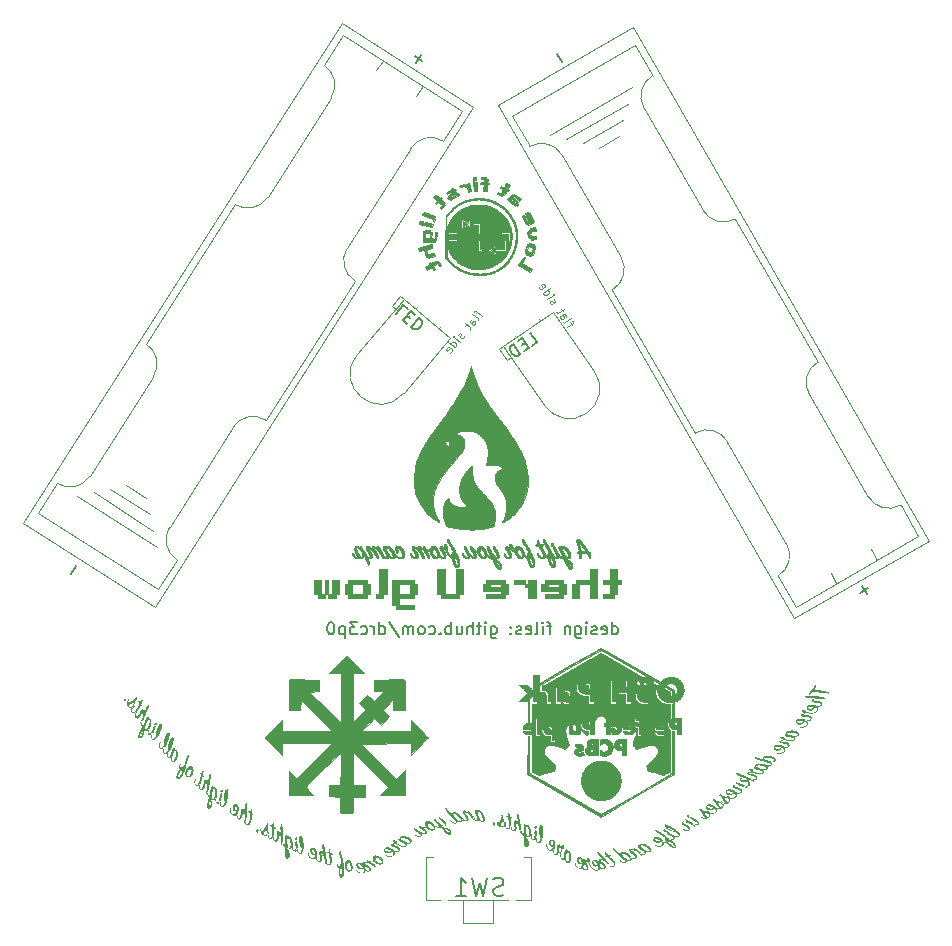
<source format=gbr>
%TF.GenerationSoftware,KiCad,Pcbnew,7.0.1-0*%
%TF.CreationDate,2023-04-12T18:06:33-07:00*%
%TF.ProjectId,GlowArtPCBv3,476c6f77-4172-4745-9043-4276332e6b69,rev?*%
%TF.SameCoordinates,Original*%
%TF.FileFunction,Legend,Bot*%
%TF.FilePolarity,Positive*%
%FSLAX46Y46*%
G04 Gerber Fmt 4.6, Leading zero omitted, Abs format (unit mm)*
G04 Created by KiCad (PCBNEW 7.0.1-0) date 2023-04-12 18:06:33*
%MOMM*%
%LPD*%
G01*
G04 APERTURE LIST*
%ADD10C,0.080000*%
%ADD11C,0.000000*%
%ADD12C,0.177800*%
%ADD13C,0.150000*%
%ADD14C,0.100000*%
%ADD15C,0.120000*%
G04 APERTURE END LIST*
D10*
X93032195Y-73298495D02*
X93023103Y-73309132D01*
X93014103Y-73319471D01*
X93005249Y-73329457D01*
X92996594Y-73339038D01*
X92988192Y-73348160D01*
X92980097Y-73356769D01*
X92972360Y-73364813D01*
X92965037Y-73372236D01*
X92958180Y-73378987D01*
X92951843Y-73385011D01*
X92946079Y-73390255D01*
X92940942Y-73394665D01*
X92936484Y-73398189D01*
X92932760Y-73400772D01*
X92931190Y-73401694D01*
X92929823Y-73402361D01*
X92928666Y-73402766D01*
X92927726Y-73402902D01*
X92921521Y-73402463D01*
X92918989Y-73401911D01*
X92916838Y-73401137D01*
X92915070Y-73400137D01*
X92913687Y-73398911D01*
X92912688Y-73397456D01*
X92912075Y-73395773D01*
X92911850Y-73393858D01*
X92912013Y-73391710D01*
X92912565Y-73389329D01*
X92913509Y-73386711D01*
X92916572Y-73380763D01*
X92921212Y-73373853D01*
X92927437Y-73365969D01*
X92935256Y-73357099D01*
X92944679Y-73347230D01*
X92955715Y-73336349D01*
X92968372Y-73324445D01*
X92982661Y-73311504D01*
X92998589Y-73297515D01*
X93016166Y-73282466D01*
X93120635Y-73194025D01*
X93032195Y-73298495D01*
G36*
X93032195Y-73298495D02*
G01*
X93023103Y-73309132D01*
X93014103Y-73319471D01*
X93005249Y-73329457D01*
X92996594Y-73339038D01*
X92988192Y-73348160D01*
X92980097Y-73356769D01*
X92972360Y-73364813D01*
X92965037Y-73372236D01*
X92958180Y-73378987D01*
X92951843Y-73385011D01*
X92946079Y-73390255D01*
X92940942Y-73394665D01*
X92936484Y-73398189D01*
X92932760Y-73400772D01*
X92931190Y-73401694D01*
X92929823Y-73402361D01*
X92928666Y-73402766D01*
X92927726Y-73402902D01*
X92921521Y-73402463D01*
X92918989Y-73401911D01*
X92916838Y-73401137D01*
X92915070Y-73400137D01*
X92913687Y-73398911D01*
X92912688Y-73397456D01*
X92912075Y-73395773D01*
X92911850Y-73393858D01*
X92912013Y-73391710D01*
X92912565Y-73389329D01*
X92913509Y-73386711D01*
X92916572Y-73380763D01*
X92921212Y-73373853D01*
X92927437Y-73365969D01*
X92935256Y-73357099D01*
X92944679Y-73347230D01*
X92955715Y-73336349D01*
X92968372Y-73324445D01*
X92982661Y-73311504D01*
X92998589Y-73297515D01*
X93016166Y-73282466D01*
X93120635Y-73194025D01*
X93032195Y-73298495D01*
G37*
D11*
G36*
X107634082Y-98930881D02*
G01*
X107633673Y-98924487D01*
X107633544Y-98918168D01*
X107633689Y-98911936D01*
X107634099Y-98905803D01*
X107634769Y-98899782D01*
X107635691Y-98893883D01*
X107636858Y-98888119D01*
X107638263Y-98882500D01*
X107639899Y-98877040D01*
X107641758Y-98871750D01*
X107643834Y-98866641D01*
X107646119Y-98861725D01*
X107648607Y-98857014D01*
X107651290Y-98852519D01*
X107654161Y-98848253D01*
X107657214Y-98844228D01*
X107660440Y-98840454D01*
X107663833Y-98836944D01*
X107667386Y-98833710D01*
X107671092Y-98830763D01*
X107674943Y-98828114D01*
X107678933Y-98825777D01*
X107683055Y-98823762D01*
X107687300Y-98822081D01*
X107691663Y-98820746D01*
X107696137Y-98819769D01*
X107700713Y-98819161D01*
X107705385Y-98818935D01*
X107710146Y-98819102D01*
X107714989Y-98819673D01*
X107719906Y-98820661D01*
X107724843Y-98821976D01*
X107729744Y-98823518D01*
X107734601Y-98825284D01*
X107739408Y-98827270D01*
X107744157Y-98829473D01*
X107748840Y-98831890D01*
X107753451Y-98834517D01*
X107757982Y-98837351D01*
X107762426Y-98840388D01*
X107766775Y-98843625D01*
X107771022Y-98847059D01*
X107775161Y-98850686D01*
X107779183Y-98854504D01*
X107783081Y-98858507D01*
X107786848Y-98862694D01*
X107790478Y-98867061D01*
X107793961Y-98871604D01*
X107797292Y-98876320D01*
X107800462Y-98881206D01*
X107803465Y-98886258D01*
X107806294Y-98891472D01*
X107808940Y-98896847D01*
X107811397Y-98902377D01*
X107813657Y-98908060D01*
X107815713Y-98913892D01*
X107817558Y-98919870D01*
X107819185Y-98925991D01*
X107820586Y-98932251D01*
X107821753Y-98938647D01*
X107822680Y-98945175D01*
X107823360Y-98951832D01*
X107823784Y-98958614D01*
X107823984Y-98965073D01*
X107823875Y-98971361D01*
X107823469Y-98977475D01*
X107822778Y-98983409D01*
X107821812Y-98989160D01*
X107820583Y-98994724D01*
X107819102Y-99000095D01*
X107817381Y-99005269D01*
X107815432Y-99010242D01*
X107813265Y-99015011D01*
X107810892Y-99019569D01*
X107808324Y-99023913D01*
X107805573Y-99028039D01*
X107802650Y-99031942D01*
X107799567Y-99035618D01*
X107796335Y-99039062D01*
X107792965Y-99042271D01*
X107789469Y-99045238D01*
X107785858Y-99047961D01*
X107782144Y-99050435D01*
X107778338Y-99052656D01*
X107774451Y-99054618D01*
X107770494Y-99056319D01*
X107766480Y-99057752D01*
X107762420Y-99058915D01*
X107758324Y-99059802D01*
X107754205Y-99060410D01*
X107750073Y-99060733D01*
X107745941Y-99060768D01*
X107741819Y-99060510D01*
X107737719Y-99059954D01*
X107733652Y-99059097D01*
X107725514Y-99056694D01*
X107717329Y-99053532D01*
X107709162Y-99049625D01*
X107701081Y-99044986D01*
X107693150Y-99039630D01*
X107685437Y-99033570D01*
X107678006Y-99026821D01*
X107674418Y-99023192D01*
X107670925Y-99019396D01*
X107667536Y-99015434D01*
X107664260Y-99011309D01*
X107661103Y-99007022D01*
X107658075Y-99002574D01*
X107655184Y-98997968D01*
X107652438Y-98993205D01*
X107649846Y-98988288D01*
X107647415Y-98983217D01*
X107645154Y-98977994D01*
X107643071Y-98972622D01*
X107641175Y-98967101D01*
X107639473Y-98961435D01*
X107637975Y-98955623D01*
X107636687Y-98949669D01*
X107635619Y-98943574D01*
X107634779Y-98937340D01*
X107634082Y-98930881D01*
G37*
D10*
X87103363Y-80156010D02*
X88024063Y-80156010D01*
X88024063Y-78003193D01*
X88640121Y-78003193D01*
X88640121Y-80156010D01*
X88332092Y-80156010D01*
X88332092Y-80464039D01*
X86795333Y-80464039D01*
X86795333Y-80156010D01*
X86487304Y-80156010D01*
X86487304Y-78003193D01*
X87103363Y-78003193D01*
X87103363Y-80156010D01*
G36*
X87103363Y-80156010D02*
G01*
X88024063Y-80156010D01*
X88024063Y-78003193D01*
X88640121Y-78003193D01*
X88640121Y-80156010D01*
X88332092Y-80156010D01*
X88332092Y-80464039D01*
X86795333Y-80464039D01*
X86795333Y-80156010D01*
X86487304Y-80156010D01*
X86487304Y-78003193D01*
X87103363Y-78003193D01*
X87103363Y-80156010D01*
G37*
D11*
G36*
X72635833Y-99459818D02*
G01*
X72637668Y-99460119D01*
X72639451Y-99460582D01*
X72641179Y-99461207D01*
X72642849Y-99461994D01*
X72644459Y-99462943D01*
X72646006Y-99464054D01*
X72647487Y-99465326D01*
X72648898Y-99466759D01*
X72650238Y-99468354D01*
X72651504Y-99470109D01*
X72652691Y-99472026D01*
X72653798Y-99474103D01*
X72654822Y-99476341D01*
X72655760Y-99478739D01*
X72656609Y-99481298D01*
X72657366Y-99484017D01*
X72658028Y-99486895D01*
X72658593Y-99489934D01*
X72659057Y-99493132D01*
X72659418Y-99496490D01*
X72662554Y-99523402D01*
X72665125Y-99555734D01*
X72667170Y-99592974D01*
X72668727Y-99634613D01*
X72669836Y-99680138D01*
X72670536Y-99729039D01*
X72670865Y-99834921D01*
X72690227Y-99848781D01*
X72709889Y-99862497D01*
X72729855Y-99876010D01*
X72750129Y-99889257D01*
X72770712Y-99902179D01*
X72791610Y-99914713D01*
X72812823Y-99926801D01*
X72834357Y-99938379D01*
X72837232Y-99939822D01*
X72839943Y-99941297D01*
X72842490Y-99942803D01*
X72844868Y-99944337D01*
X72847076Y-99945899D01*
X72849112Y-99947486D01*
X72850973Y-99949096D01*
X72852656Y-99950727D01*
X72854160Y-99952378D01*
X72855481Y-99954047D01*
X72856619Y-99955731D01*
X72857569Y-99957430D01*
X72858330Y-99959141D01*
X72858899Y-99960862D01*
X72859274Y-99962592D01*
X72859453Y-99964329D01*
X72859433Y-99966070D01*
X72859212Y-99967815D01*
X72858787Y-99969560D01*
X72858156Y-99971305D01*
X72857317Y-99973048D01*
X72856268Y-99974785D01*
X72855005Y-99976517D01*
X72853526Y-99978241D01*
X72851830Y-99979955D01*
X72849913Y-99981657D01*
X72847774Y-99983345D01*
X72845410Y-99985018D01*
X72842818Y-99986674D01*
X72839997Y-99988311D01*
X72836943Y-99989926D01*
X72833655Y-99991519D01*
X72827845Y-99993858D01*
X72821260Y-99995932D01*
X72813942Y-99997693D01*
X72805936Y-99999092D01*
X72797286Y-100000077D01*
X72788036Y-100000601D01*
X72778229Y-100000613D01*
X72767909Y-100000063D01*
X72757120Y-99998902D01*
X72745906Y-99997080D01*
X72734311Y-99994548D01*
X72722378Y-99991256D01*
X72710152Y-99987154D01*
X72697676Y-99982194D01*
X72691358Y-99979375D01*
X72684994Y-99976324D01*
X72678589Y-99973033D01*
X72672150Y-99969496D01*
X72668000Y-100126626D01*
X72661340Y-100277564D01*
X72652574Y-100412752D01*
X72647527Y-100471452D01*
X72642105Y-100522630D01*
X72638377Y-100549051D01*
X72633765Y-100574313D01*
X72628310Y-100598422D01*
X72622049Y-100621387D01*
X72616086Y-100639909D01*
X72616025Y-100638140D01*
X72615864Y-100605961D01*
X72616663Y-100574490D01*
X72616757Y-100572381D01*
X72616726Y-100570344D01*
X72616575Y-100568380D01*
X72616307Y-100566492D01*
X72615928Y-100564682D01*
X72615442Y-100562951D01*
X72614855Y-100561303D01*
X72614170Y-100559738D01*
X72613393Y-100558259D01*
X72612528Y-100556867D01*
X72611580Y-100555566D01*
X72610553Y-100554357D01*
X72609453Y-100553242D01*
X72608284Y-100552223D01*
X72607051Y-100551302D01*
X72605758Y-100550481D01*
X72604411Y-100549762D01*
X72603013Y-100549148D01*
X72601570Y-100548640D01*
X72600087Y-100548240D01*
X72598567Y-100547951D01*
X72597017Y-100547774D01*
X72595439Y-100547711D01*
X72593840Y-100547765D01*
X72592224Y-100547937D01*
X72590595Y-100548230D01*
X72588959Y-100548646D01*
X72587319Y-100549186D01*
X72585682Y-100549853D01*
X72584050Y-100550649D01*
X72582430Y-100551575D01*
X72580826Y-100552635D01*
X72576630Y-100556143D01*
X72572448Y-100560274D01*
X72568313Y-100565041D01*
X72564255Y-100570457D01*
X72560306Y-100576535D01*
X72556498Y-100583289D01*
X72552863Y-100590732D01*
X72549432Y-100598876D01*
X72546237Y-100607735D01*
X72543310Y-100617322D01*
X72540682Y-100627649D01*
X72538384Y-100638731D01*
X72536450Y-100650580D01*
X72534910Y-100663209D01*
X72533796Y-100676632D01*
X72533139Y-100690861D01*
X72533032Y-100718794D01*
X72534657Y-100747055D01*
X72537974Y-100775432D01*
X72535938Y-100777681D01*
X72523781Y-100789578D01*
X72511249Y-100800406D01*
X72498382Y-100810174D01*
X72485220Y-100818887D01*
X72471800Y-100826553D01*
X72458163Y-100833179D01*
X72444347Y-100838771D01*
X72430391Y-100843338D01*
X72416336Y-100846886D01*
X72402219Y-100849422D01*
X72388080Y-100850952D01*
X72373959Y-100851485D01*
X72359894Y-100851027D01*
X72345924Y-100849584D01*
X72332089Y-100847165D01*
X72318428Y-100843776D01*
X72304980Y-100839424D01*
X72291784Y-100834116D01*
X72278879Y-100827859D01*
X72263754Y-100819330D01*
X72249391Y-100809879D01*
X72235772Y-100799570D01*
X72222881Y-100788467D01*
X72210700Y-100776634D01*
X72199212Y-100764135D01*
X72188400Y-100751033D01*
X72178248Y-100737392D01*
X72168737Y-100723276D01*
X72159851Y-100708749D01*
X72143886Y-100678716D01*
X72130215Y-100647806D01*
X72118701Y-100616527D01*
X72109208Y-100585391D01*
X72101600Y-100554908D01*
X72098420Y-100539002D01*
X72106839Y-100534196D01*
X72125469Y-100521738D01*
X72143296Y-100507711D01*
X72160207Y-100492283D01*
X72176087Y-100475620D01*
X72177241Y-100474231D01*
X72178740Y-100492743D01*
X72182768Y-100527188D01*
X72187980Y-100560431D01*
X72194398Y-100592213D01*
X72202042Y-100622275D01*
X72210934Y-100650358D01*
X72221096Y-100676206D01*
X72232547Y-100699557D01*
X72245310Y-100720155D01*
X72259405Y-100737741D01*
X72266959Y-100745323D01*
X72274854Y-100752056D01*
X72283093Y-100757906D01*
X72291678Y-100762841D01*
X72299883Y-100766527D01*
X72308108Y-100769309D01*
X72316340Y-100771200D01*
X72324562Y-100772217D01*
X72332759Y-100772375D01*
X72340917Y-100771689D01*
X72349021Y-100770176D01*
X72357054Y-100767850D01*
X72365003Y-100764727D01*
X72372851Y-100760822D01*
X72380584Y-100756150D01*
X72388187Y-100750728D01*
X72395645Y-100744571D01*
X72402941Y-100737693D01*
X72410063Y-100730111D01*
X72416993Y-100721840D01*
X72423717Y-100712895D01*
X72430220Y-100703292D01*
X72436487Y-100693046D01*
X72442503Y-100682173D01*
X72448252Y-100670688D01*
X72453719Y-100658606D01*
X72458890Y-100645943D01*
X72463748Y-100632715D01*
X72468280Y-100618936D01*
X72472470Y-100604622D01*
X72476302Y-100589790D01*
X72479762Y-100574453D01*
X72482835Y-100558628D01*
X72485504Y-100542330D01*
X72487756Y-100525574D01*
X72489575Y-100508376D01*
X72495853Y-100426209D01*
X72500223Y-100341045D01*
X72502984Y-100254405D01*
X72504436Y-100167805D01*
X72504608Y-100000805D01*
X72503131Y-99852193D01*
X72485293Y-99838209D01*
X72466497Y-99824090D01*
X72447031Y-99810156D01*
X72427185Y-99796727D01*
X72407247Y-99784125D01*
X72397334Y-99778233D01*
X72387505Y-99772669D01*
X72377798Y-99767471D01*
X72368249Y-99762680D01*
X72358892Y-99758336D01*
X72349765Y-99754479D01*
X72347006Y-99752859D01*
X72344424Y-99751231D01*
X72342019Y-99749595D01*
X72339790Y-99747953D01*
X72337738Y-99746304D01*
X72335861Y-99744650D01*
X72334159Y-99742992D01*
X72332631Y-99741329D01*
X72331278Y-99739664D01*
X72330099Y-99737996D01*
X72329093Y-99736327D01*
X72328261Y-99734657D01*
X72327600Y-99732986D01*
X72327113Y-99731317D01*
X72326796Y-99729648D01*
X72326652Y-99727982D01*
X72326678Y-99726319D01*
X72326874Y-99724659D01*
X72327241Y-99723004D01*
X72327777Y-99721353D01*
X72328483Y-99719709D01*
X72329357Y-99718071D01*
X72330400Y-99716440D01*
X72331611Y-99714818D01*
X72332989Y-99713204D01*
X72334534Y-99711600D01*
X72336247Y-99710006D01*
X72338125Y-99708423D01*
X72340169Y-99706851D01*
X72342379Y-99705293D01*
X72344754Y-99703747D01*
X72347293Y-99702216D01*
X72353366Y-99698995D01*
X72359916Y-99695825D01*
X72366952Y-99692806D01*
X72374486Y-99690038D01*
X72382527Y-99687620D01*
X72391085Y-99685652D01*
X72395561Y-99684868D01*
X72400170Y-99684234D01*
X72404914Y-99683763D01*
X72409793Y-99683466D01*
X72414808Y-99683357D01*
X72419962Y-99683448D01*
X72425255Y-99683751D01*
X72430689Y-99684279D01*
X72436264Y-99685044D01*
X72441983Y-99686059D01*
X72447846Y-99687336D01*
X72453855Y-99688888D01*
X72460010Y-99690728D01*
X72466314Y-99692867D01*
X72472767Y-99695318D01*
X72479370Y-99698093D01*
X72486125Y-99701206D01*
X72493034Y-99704669D01*
X72500097Y-99708493D01*
X72507315Y-99712692D01*
X72509715Y-99688541D01*
X72512727Y-99665874D01*
X72516337Y-99644628D01*
X72520530Y-99624741D01*
X72525290Y-99606147D01*
X72530602Y-99588785D01*
X72536452Y-99572590D01*
X72542825Y-99557499D01*
X72549705Y-99543450D01*
X72557077Y-99530377D01*
X72564927Y-99518219D01*
X72573239Y-99506911D01*
X72581999Y-99496390D01*
X72591191Y-99486593D01*
X72600801Y-99477456D01*
X72610813Y-99468916D01*
X72613047Y-99467259D01*
X72615263Y-99465765D01*
X72617459Y-99464436D01*
X72619632Y-99463270D01*
X72621779Y-99462267D01*
X72623896Y-99461428D01*
X72625982Y-99460753D01*
X72628033Y-99460240D01*
X72630047Y-99459891D01*
X72632020Y-99459704D01*
X72633949Y-99459680D01*
X72635833Y-99459818D01*
G37*
D10*
X77254684Y-80156010D02*
X76950039Y-80156010D01*
X76950039Y-78927280D01*
X77254684Y-78927280D01*
X77254684Y-80156010D01*
G36*
X77254684Y-80156010D02*
G01*
X76950039Y-80156010D01*
X76950039Y-78927280D01*
X77254684Y-78927280D01*
X77254684Y-80156010D01*
G37*
X89792833Y-45102022D02*
X89504779Y-45124439D01*
X89482361Y-44836385D01*
X89770416Y-44813968D01*
X89792833Y-45102022D01*
G36*
X89792833Y-45102022D02*
G01*
X89504779Y-45124439D01*
X89482361Y-44836385D01*
X89770416Y-44813968D01*
X89792833Y-45102022D01*
G37*
X100024563Y-80464039D02*
X99408505Y-80464039D01*
X99408505Y-79231922D01*
X98487805Y-79231922D01*
X98487805Y-80464039D01*
X97871746Y-80464039D01*
X97871746Y-79231922D01*
X98179776Y-79231922D01*
X98179776Y-78927280D01*
X99408505Y-78927280D01*
X99408505Y-78003193D01*
X100024563Y-78003193D01*
X100024563Y-80464039D01*
G36*
X100024563Y-80464039D02*
G01*
X99408505Y-80464039D01*
X99408505Y-79231922D01*
X98487805Y-79231922D01*
X98487805Y-80464039D01*
X97871746Y-80464039D01*
X97871746Y-79231922D01*
X98179776Y-79231922D01*
X98179776Y-78927280D01*
X99408505Y-78927280D01*
X99408505Y-78003193D01*
X100024563Y-78003193D01*
X100024563Y-80464039D01*
G37*
D11*
G36*
X71267584Y-99989387D02*
G01*
X71272534Y-99990124D01*
X71277424Y-99991254D01*
X71282241Y-99992782D01*
X71286974Y-99994713D01*
X71291611Y-99997052D01*
X71295585Y-99999376D01*
X71299454Y-100001935D01*
X71303211Y-100004722D01*
X71306850Y-100007732D01*
X71310366Y-100010955D01*
X71313754Y-100014387D01*
X71317007Y-100018019D01*
X71320120Y-100021844D01*
X71323087Y-100025856D01*
X71325902Y-100030048D01*
X71328559Y-100034413D01*
X71331054Y-100038943D01*
X71333380Y-100043631D01*
X71335531Y-100048471D01*
X71337502Y-100053456D01*
X71339287Y-100058579D01*
X71340880Y-100063832D01*
X71342275Y-100069209D01*
X71343468Y-100074702D01*
X71344451Y-100080305D01*
X71345220Y-100086011D01*
X71345769Y-100091813D01*
X71346092Y-100097703D01*
X71346183Y-100103675D01*
X71346036Y-100109722D01*
X71345646Y-100115837D01*
X71345007Y-100122012D01*
X71344114Y-100128241D01*
X71342960Y-100134517D01*
X71341540Y-100140832D01*
X71339848Y-100147181D01*
X71337879Y-100153555D01*
X71336246Y-100158152D01*
X71334494Y-100162610D01*
X71332629Y-100166926D01*
X71330654Y-100171102D01*
X71328575Y-100175136D01*
X71326394Y-100179026D01*
X71324118Y-100182773D01*
X71321749Y-100186376D01*
X71319294Y-100189833D01*
X71316756Y-100193145D01*
X71314140Y-100196309D01*
X71311450Y-100199327D01*
X71305866Y-100204916D01*
X71300041Y-100209906D01*
X71294010Y-100214290D01*
X71287809Y-100218063D01*
X71284656Y-100219718D01*
X71281474Y-100221219D01*
X71278268Y-100222563D01*
X71275041Y-100223750D01*
X71271798Y-100224780D01*
X71268544Y-100225652D01*
X71265284Y-100226365D01*
X71262021Y-100226918D01*
X71258760Y-100227311D01*
X71255506Y-100227542D01*
X71252263Y-100227611D01*
X71249036Y-100227517D01*
X71250632Y-100232490D01*
X71252350Y-100237349D01*
X71254179Y-100242092D01*
X71256108Y-100246716D01*
X71258127Y-100251219D01*
X71260226Y-100255599D01*
X71262393Y-100259853D01*
X71264619Y-100263979D01*
X71266892Y-100267975D01*
X71269203Y-100271837D01*
X71273894Y-100279153D01*
X71278608Y-100285907D01*
X71283261Y-100292081D01*
X71283930Y-100293040D01*
X71284528Y-100294031D01*
X71285055Y-100295051D01*
X71285511Y-100296093D01*
X71285895Y-100297153D01*
X71286209Y-100298228D01*
X71286451Y-100299312D01*
X71286621Y-100300400D01*
X71286719Y-100301488D01*
X71286745Y-100302572D01*
X71286698Y-100303646D01*
X71286579Y-100304707D01*
X71286388Y-100305749D01*
X71286123Y-100306768D01*
X71285786Y-100307760D01*
X71285375Y-100308719D01*
X71284891Y-100309642D01*
X71284333Y-100310523D01*
X71283702Y-100311358D01*
X71282996Y-100312142D01*
X71282217Y-100312871D01*
X71281363Y-100313540D01*
X71280434Y-100314145D01*
X71279431Y-100314680D01*
X71278353Y-100315142D01*
X71277200Y-100315525D01*
X71275972Y-100315826D01*
X71274668Y-100316039D01*
X71273289Y-100316160D01*
X71271834Y-100316184D01*
X71270302Y-100316107D01*
X71268695Y-100315923D01*
X71260696Y-100314276D01*
X71252926Y-100312099D01*
X71245393Y-100309411D01*
X71238101Y-100306233D01*
X71231056Y-100302585D01*
X71224265Y-100298486D01*
X71217732Y-100293957D01*
X71211465Y-100289017D01*
X71205467Y-100283687D01*
X71199746Y-100277987D01*
X71194307Y-100271937D01*
X71189156Y-100265556D01*
X71184298Y-100258865D01*
X71179739Y-100251883D01*
X71175486Y-100244632D01*
X71171543Y-100237130D01*
X71167917Y-100229397D01*
X71164613Y-100221455D01*
X71161637Y-100213322D01*
X71158995Y-100205019D01*
X71156692Y-100196566D01*
X71154735Y-100187982D01*
X71153129Y-100179289D01*
X71151880Y-100170505D01*
X71150994Y-100161650D01*
X71150476Y-100152746D01*
X71150332Y-100143811D01*
X71150568Y-100134867D01*
X71151189Y-100125932D01*
X71152203Y-100117027D01*
X71153613Y-100108171D01*
X71155426Y-100099386D01*
X71157425Y-100091441D01*
X71159690Y-100083751D01*
X71162210Y-100076321D01*
X71164972Y-100069157D01*
X71167965Y-100062264D01*
X71171175Y-100055646D01*
X71174593Y-100049309D01*
X71178204Y-100043258D01*
X71181997Y-100037498D01*
X71185960Y-100032034D01*
X71190080Y-100026872D01*
X71194347Y-100022015D01*
X71198747Y-100017470D01*
X71203268Y-100013242D01*
X71207898Y-100009335D01*
X71212626Y-100005754D01*
X71217439Y-100002506D01*
X71222325Y-99999594D01*
X71227272Y-99997024D01*
X71232267Y-99994801D01*
X71237299Y-99992931D01*
X71242356Y-99991418D01*
X71247425Y-99990266D01*
X71252495Y-99989483D01*
X71257553Y-99989072D01*
X71262586Y-99989038D01*
X71267584Y-99989387D01*
G37*
G36*
X73317722Y-99608942D02*
G01*
X73319579Y-99609170D01*
X73321391Y-99609556D01*
X73323154Y-99610100D01*
X73324867Y-99610802D01*
X73326527Y-99611661D01*
X73328131Y-99612676D01*
X73329676Y-99613848D01*
X73331159Y-99615176D01*
X73332579Y-99616659D01*
X73333932Y-99618297D01*
X73335216Y-99620090D01*
X73336428Y-99622036D01*
X73337566Y-99624136D01*
X73338626Y-99626389D01*
X73339606Y-99628795D01*
X73340504Y-99631353D01*
X73341316Y-99634062D01*
X73342041Y-99636923D01*
X73342675Y-99639934D01*
X73343216Y-99643096D01*
X73363029Y-99782265D01*
X73380655Y-99966856D01*
X73395367Y-100180905D01*
X73406435Y-100408449D01*
X73413130Y-100633525D01*
X73414722Y-100840168D01*
X73410483Y-101012417D01*
X73405948Y-101080655D01*
X73402418Y-101110886D01*
X73400836Y-101105576D01*
X73392746Y-101075606D01*
X73385536Y-101046024D01*
X73373496Y-100988130D01*
X73373062Y-100986022D01*
X73372546Y-100983997D01*
X73371951Y-100982057D01*
X73371282Y-100980204D01*
X73370540Y-100978441D01*
X73369731Y-100976771D01*
X73368857Y-100975196D01*
X73367921Y-100973719D01*
X73366928Y-100972343D01*
X73365880Y-100971070D01*
X73364781Y-100969904D01*
X73363635Y-100968846D01*
X73362444Y-100967899D01*
X73361213Y-100967066D01*
X73359944Y-100966351D01*
X73358642Y-100965754D01*
X73357309Y-100965280D01*
X73355949Y-100964930D01*
X73354566Y-100964707D01*
X73353162Y-100964615D01*
X73351742Y-100964655D01*
X73350309Y-100964831D01*
X73348866Y-100965145D01*
X73347416Y-100965599D01*
X73345963Y-100966197D01*
X73344511Y-100966941D01*
X73343063Y-100967834D01*
X73341623Y-100968878D01*
X73340193Y-100970076D01*
X73338777Y-100971431D01*
X73337379Y-100972945D01*
X73336002Y-100974621D01*
X73333483Y-100978147D01*
X73331017Y-100982461D01*
X73328630Y-100987547D01*
X73326351Y-100993388D01*
X73324207Y-100999967D01*
X73322225Y-101007267D01*
X73320433Y-101015272D01*
X73318858Y-101023964D01*
X73317527Y-101033328D01*
X73316469Y-101043345D01*
X73315709Y-101054000D01*
X73315277Y-101065276D01*
X73315199Y-101077155D01*
X73315503Y-101089621D01*
X73316215Y-101102657D01*
X73317365Y-101116247D01*
X73321755Y-101147567D01*
X73328185Y-101178665D01*
X73336569Y-101209543D01*
X73346825Y-101240199D01*
X73358869Y-101270635D01*
X73358891Y-101270684D01*
X73356396Y-101275468D01*
X73348416Y-101288447D01*
X73340087Y-101299940D01*
X73331443Y-101310049D01*
X73322518Y-101318877D01*
X73313347Y-101326528D01*
X73303961Y-101333104D01*
X73294396Y-101338710D01*
X73284684Y-101343447D01*
X73274860Y-101347421D01*
X73273007Y-101348091D01*
X73271200Y-101348649D01*
X73269442Y-101349095D01*
X73267734Y-101349431D01*
X73266075Y-101349659D01*
X73264469Y-101349780D01*
X73262914Y-101349795D01*
X73261414Y-101349707D01*
X73259968Y-101349517D01*
X73258579Y-101349225D01*
X73257246Y-101348835D01*
X73255971Y-101348347D01*
X73254756Y-101347764D01*
X73253601Y-101347086D01*
X73252507Y-101346315D01*
X73251476Y-101345452D01*
X73250509Y-101344500D01*
X73249606Y-101343460D01*
X73248769Y-101342333D01*
X73247998Y-101341121D01*
X73247296Y-101339826D01*
X73246663Y-101338448D01*
X73246100Y-101336990D01*
X73245608Y-101335454D01*
X73245189Y-101333840D01*
X73244843Y-101332150D01*
X73244572Y-101330386D01*
X73244376Y-101328550D01*
X73244258Y-101326642D01*
X73244217Y-101324665D01*
X73244255Y-101322620D01*
X73244373Y-101320509D01*
X73250299Y-101262242D01*
X73254730Y-101201564D01*
X73257746Y-101139137D01*
X73259426Y-101075622D01*
X73259849Y-101011681D01*
X73259093Y-100947975D01*
X73257237Y-100885165D01*
X73254361Y-100823913D01*
X73250127Y-100775453D01*
X73243105Y-100727359D01*
X73233653Y-100680013D01*
X73222131Y-100633799D01*
X73208900Y-100589099D01*
X73194320Y-100546295D01*
X73178750Y-100505770D01*
X73162550Y-100467907D01*
X73146080Y-100433087D01*
X73129700Y-100401695D01*
X73113771Y-100374112D01*
X73098651Y-100350720D01*
X73084700Y-100331903D01*
X73072280Y-100318043D01*
X73061749Y-100309522D01*
X73057304Y-100307384D01*
X73053467Y-100306724D01*
X73049767Y-100307697D01*
X73046655Y-100310405D01*
X73044092Y-100314780D01*
X73042040Y-100320752D01*
X73040460Y-100328250D01*
X73039314Y-100337204D01*
X73038169Y-100359202D01*
X73038298Y-100386186D01*
X73039394Y-100417597D01*
X73043255Y-100491461D01*
X73047290Y-100576316D01*
X73048605Y-100621467D01*
X73049041Y-100667686D01*
X73048291Y-100714415D01*
X73046046Y-100761094D01*
X73042001Y-100807163D01*
X73035846Y-100852062D01*
X73028554Y-100890421D01*
X73019500Y-100926089D01*
X73014319Y-100942875D01*
X73008705Y-100958943D01*
X73002660Y-100974275D01*
X72996188Y-100988857D01*
X72989290Y-101002673D01*
X72981970Y-101015708D01*
X72974229Y-101027946D01*
X72966071Y-101039371D01*
X72957498Y-101049968D01*
X72948512Y-101059721D01*
X72939116Y-101068615D01*
X72929313Y-101076634D01*
X72919105Y-101083762D01*
X72908494Y-101089985D01*
X72897484Y-101095286D01*
X72886076Y-101099649D01*
X72874274Y-101103060D01*
X72862079Y-101105503D01*
X72849495Y-101106962D01*
X72836523Y-101107421D01*
X72823167Y-101106866D01*
X72809429Y-101105280D01*
X72795311Y-101102647D01*
X72780817Y-101098953D01*
X72765948Y-101094182D01*
X72750707Y-101088318D01*
X72735097Y-101081346D01*
X72719119Y-101073249D01*
X72707919Y-101066861D01*
X72697021Y-101059881D01*
X72686431Y-101052335D01*
X72676153Y-101044243D01*
X72666190Y-101035631D01*
X72656549Y-101026520D01*
X72647232Y-101016934D01*
X72638245Y-101006897D01*
X72629593Y-100996432D01*
X72621279Y-100985561D01*
X72613308Y-100974309D01*
X72605685Y-100962697D01*
X72591500Y-100938491D01*
X72578759Y-100913127D01*
X72567498Y-100886793D01*
X72557754Y-100859674D01*
X72549562Y-100831955D01*
X72542958Y-100803821D01*
X72537977Y-100775460D01*
X72537974Y-100775432D01*
X72547682Y-100764709D01*
X72558973Y-100750655D01*
X72569772Y-100735512D01*
X72580041Y-100719273D01*
X72589739Y-100701930D01*
X72598828Y-100683477D01*
X72607269Y-100663907D01*
X72615022Y-100643212D01*
X72616086Y-100639909D01*
X72617156Y-100670732D01*
X72619270Y-100703440D01*
X72622378Y-100735968D01*
X72626492Y-100768022D01*
X72631622Y-100799305D01*
X72637781Y-100829522D01*
X72644980Y-100858377D01*
X72653229Y-100885574D01*
X72662542Y-100910818D01*
X72672929Y-100933813D01*
X72684402Y-100954263D01*
X72696972Y-100971872D01*
X72703672Y-100979519D01*
X72710650Y-100986345D01*
X72717909Y-100992314D01*
X72725449Y-100997387D01*
X72732325Y-101001193D01*
X72739125Y-101004217D01*
X72745842Y-101006476D01*
X72752470Y-101007984D01*
X72759001Y-101008754D01*
X72765429Y-101008803D01*
X72771747Y-101008144D01*
X72777948Y-101006793D01*
X72784024Y-101004764D01*
X72789969Y-101002071D01*
X72795777Y-100998730D01*
X72801440Y-100994754D01*
X72806951Y-100990160D01*
X72812303Y-100984961D01*
X72817490Y-100979172D01*
X72822505Y-100972808D01*
X72827340Y-100965883D01*
X72831989Y-100958413D01*
X72836444Y-100950411D01*
X72840700Y-100941893D01*
X72844749Y-100932873D01*
X72848584Y-100923365D01*
X72852198Y-100913386D01*
X72855584Y-100902948D01*
X72858736Y-100892068D01*
X72861647Y-100880759D01*
X72864309Y-100869036D01*
X72866715Y-100856915D01*
X72868860Y-100844409D01*
X72870735Y-100831533D01*
X72872335Y-100818302D01*
X72873651Y-100804731D01*
X72876179Y-100752229D01*
X72876646Y-100694969D01*
X72875634Y-100634809D01*
X72873724Y-100573611D01*
X72869537Y-100455538D01*
X72868423Y-100402382D01*
X72868738Y-100355628D01*
X72869331Y-100343325D01*
X72870573Y-100331409D01*
X72872436Y-100319884D01*
X72874890Y-100308756D01*
X72877904Y-100298032D01*
X72881452Y-100287718D01*
X72885501Y-100277819D01*
X72890025Y-100268342D01*
X72894992Y-100259293D01*
X72900374Y-100250677D01*
X72906142Y-100242502D01*
X72912265Y-100234771D01*
X72918715Y-100227493D01*
X72925462Y-100220673D01*
X72932478Y-100214316D01*
X72939731Y-100208430D01*
X72947195Y-100203019D01*
X72954837Y-100198090D01*
X72962631Y-100193650D01*
X72970545Y-100189703D01*
X72978552Y-100186256D01*
X72986621Y-100183316D01*
X72994723Y-100180887D01*
X73002828Y-100178977D01*
X73010908Y-100177591D01*
X73018933Y-100176735D01*
X73026874Y-100176416D01*
X73034701Y-100176638D01*
X73042385Y-100177409D01*
X73049897Y-100178734D01*
X73057207Y-100180620D01*
X73064285Y-100183072D01*
X73069822Y-100185574D01*
X73075419Y-100188651D01*
X73081070Y-100192286D01*
X73086766Y-100196461D01*
X73092499Y-100201157D01*
X73098263Y-100206356D01*
X73104049Y-100212041D01*
X73109850Y-100218192D01*
X73121466Y-100231824D01*
X73133048Y-100247105D01*
X73144535Y-100263891D01*
X73155866Y-100282037D01*
X73166980Y-100301397D01*
X73177814Y-100321827D01*
X73188307Y-100343181D01*
X73198399Y-100365314D01*
X73208027Y-100388080D01*
X73217130Y-100411336D01*
X73225646Y-100434934D01*
X73233515Y-100458731D01*
X73210328Y-100171218D01*
X73200429Y-100041621D01*
X73194101Y-99940935D01*
X73193139Y-99909620D01*
X73193455Y-99879825D01*
X73194979Y-99851546D01*
X73197640Y-99824774D01*
X73201370Y-99799504D01*
X73206098Y-99775728D01*
X73211754Y-99753441D01*
X73218268Y-99732636D01*
X73225570Y-99713305D01*
X73233589Y-99695443D01*
X73242257Y-99679044D01*
X73251503Y-99664099D01*
X73261258Y-99650604D01*
X73271450Y-99638550D01*
X73282010Y-99627933D01*
X73292868Y-99618744D01*
X73295062Y-99617033D01*
X73297243Y-99615487D01*
X73299407Y-99614104D01*
X73301553Y-99612884D01*
X73303677Y-99611827D01*
X73305777Y-99610932D01*
X73307850Y-99610198D01*
X73309894Y-99609626D01*
X73311906Y-99609215D01*
X73313883Y-99608964D01*
X73315823Y-99608873D01*
X73317722Y-99608942D01*
G37*
G36*
X110518577Y-97656912D02*
G01*
X110521903Y-97657031D01*
X110531490Y-97657812D01*
X110541035Y-97659240D01*
X110550525Y-97661294D01*
X110559946Y-97663953D01*
X110569283Y-97667196D01*
X110578524Y-97671001D01*
X110587654Y-97675348D01*
X110596661Y-97680215D01*
X110605529Y-97685581D01*
X110614246Y-97691425D01*
X110622798Y-97697727D01*
X110631171Y-97704463D01*
X110639351Y-97711614D01*
X110647325Y-97719159D01*
X110655079Y-97727075D01*
X110662599Y-97735343D01*
X110676884Y-97752846D01*
X110690070Y-97771499D01*
X110702046Y-97791133D01*
X110706085Y-97798879D01*
X110685635Y-97792644D01*
X110659013Y-97783393D01*
X110633068Y-97773324D01*
X110607864Y-97762563D01*
X110583466Y-97751238D01*
X110559937Y-97739476D01*
X110557635Y-97738343D01*
X110555397Y-97737397D01*
X110553225Y-97736632D01*
X110551121Y-97736042D01*
X110549085Y-97735621D01*
X110547119Y-97735363D01*
X110545224Y-97735262D01*
X110543402Y-97735313D01*
X110541654Y-97735509D01*
X110539981Y-97735845D01*
X110538385Y-97736314D01*
X110536867Y-97736912D01*
X110535428Y-97737631D01*
X110534070Y-97738466D01*
X110532794Y-97739411D01*
X110531602Y-97740460D01*
X110530495Y-97741608D01*
X110529473Y-97742847D01*
X110528539Y-97744173D01*
X110527695Y-97745580D01*
X110526940Y-97747061D01*
X110526277Y-97748611D01*
X110525707Y-97750224D01*
X110525486Y-97750998D01*
X110496689Y-97704959D01*
X110494859Y-97702069D01*
X110493204Y-97699254D01*
X110491722Y-97696515D01*
X110490413Y-97693855D01*
X110489276Y-97691275D01*
X110488311Y-97688776D01*
X110487518Y-97686360D01*
X110486896Y-97684027D01*
X110486444Y-97681780D01*
X110486162Y-97679620D01*
X110486049Y-97677548D01*
X110486106Y-97675567D01*
X110486330Y-97673676D01*
X110486723Y-97671878D01*
X110487282Y-97670175D01*
X110488009Y-97668567D01*
X110488902Y-97667056D01*
X110489961Y-97665644D01*
X110491185Y-97664332D01*
X110492573Y-97663121D01*
X110494126Y-97662013D01*
X110495843Y-97661009D01*
X110497723Y-97660112D01*
X110499766Y-97659321D01*
X110501970Y-97658639D01*
X110504337Y-97658068D01*
X110506865Y-97657607D01*
X110509553Y-97657260D01*
X110512401Y-97657028D01*
X110515410Y-97656911D01*
X110518577Y-97656912D01*
G37*
G36*
X84308038Y-101111524D02*
G01*
X84306726Y-101115666D01*
X84299991Y-101131136D01*
X84291562Y-101146040D01*
X84281415Y-101160322D01*
X84269529Y-101173929D01*
X84255881Y-101186808D01*
X84240448Y-101198902D01*
X84231619Y-101204895D01*
X84222537Y-101210435D01*
X84213215Y-101215531D01*
X84203664Y-101220194D01*
X84183926Y-101228265D01*
X84163423Y-101234732D01*
X84142252Y-101239681D01*
X84120513Y-101243195D01*
X84098302Y-101245360D01*
X84075720Y-101246261D01*
X84052864Y-101245982D01*
X84029833Y-101244609D01*
X84006725Y-101242225D01*
X83983638Y-101238915D01*
X83960671Y-101234765D01*
X83937923Y-101229859D01*
X83915492Y-101224282D01*
X83893476Y-101218119D01*
X83899895Y-101227079D01*
X83905839Y-101236097D01*
X83911305Y-101245165D01*
X83916289Y-101254273D01*
X83920788Y-101263412D01*
X83924798Y-101272573D01*
X83928315Y-101281745D01*
X83931336Y-101290919D01*
X83933856Y-101300086D01*
X83935874Y-101309237D01*
X83937384Y-101318362D01*
X83938383Y-101327451D01*
X83938867Y-101336495D01*
X83938834Y-101345484D01*
X83938279Y-101354410D01*
X83937198Y-101363262D01*
X83935589Y-101372032D01*
X83933447Y-101380709D01*
X83930768Y-101389284D01*
X83927550Y-101397748D01*
X83923788Y-101406091D01*
X83919480Y-101414305D01*
X83914620Y-101422378D01*
X83909207Y-101430303D01*
X83903235Y-101438069D01*
X83896702Y-101445667D01*
X83889603Y-101453087D01*
X83881936Y-101460320D01*
X83873696Y-101467358D01*
X83864880Y-101474189D01*
X83855484Y-101480805D01*
X83845505Y-101487196D01*
X83825028Y-101498513D01*
X83803651Y-101508155D01*
X83781420Y-101516170D01*
X83758382Y-101522605D01*
X83734581Y-101527507D01*
X83710066Y-101530923D01*
X83684882Y-101532899D01*
X83659075Y-101533484D01*
X83632692Y-101532724D01*
X83605779Y-101530666D01*
X83550547Y-101522846D01*
X83493751Y-101510400D01*
X83435760Y-101493705D01*
X83376944Y-101473139D01*
X83317674Y-101449076D01*
X83258320Y-101421895D01*
X83199252Y-101391973D01*
X83140840Y-101359685D01*
X83083455Y-101325408D01*
X83027467Y-101289521D01*
X82973245Y-101252398D01*
X82961802Y-101260214D01*
X82949499Y-101267889D01*
X82936359Y-101275392D01*
X82922406Y-101282688D01*
X82907660Y-101289746D01*
X82892146Y-101296532D01*
X82875885Y-101303013D01*
X82858900Y-101309157D01*
X82841214Y-101314930D01*
X82822850Y-101320300D01*
X82803829Y-101325233D01*
X82784175Y-101329697D01*
X82763909Y-101333659D01*
X82743056Y-101337085D01*
X82721636Y-101339943D01*
X82699674Y-101342201D01*
X82757535Y-101355635D01*
X82820044Y-101371580D01*
X82885353Y-101390219D01*
X82951613Y-101411735D01*
X82984522Y-101423628D01*
X83016975Y-101436308D01*
X83048741Y-101449799D01*
X83079589Y-101464122D01*
X83109288Y-101479301D01*
X83137606Y-101495359D01*
X83164314Y-101512318D01*
X83189179Y-101530201D01*
X83203255Y-101541504D01*
X83216634Y-101553093D01*
X83229305Y-101564947D01*
X83241257Y-101577044D01*
X83252479Y-101589363D01*
X83262960Y-101601884D01*
X83272690Y-101614585D01*
X83281657Y-101627445D01*
X83289850Y-101640443D01*
X83297259Y-101653559D01*
X83303873Y-101666770D01*
X83309681Y-101680057D01*
X83314672Y-101693397D01*
X83318835Y-101706771D01*
X83322160Y-101720156D01*
X83324635Y-101733532D01*
X83326250Y-101746878D01*
X83326993Y-101760172D01*
X83326855Y-101773395D01*
X83325823Y-101786523D01*
X83323887Y-101799538D01*
X83321037Y-101812416D01*
X83317261Y-101825139D01*
X83312549Y-101837683D01*
X83306889Y-101850029D01*
X83300271Y-101862155D01*
X83292684Y-101874040D01*
X83284117Y-101885664D01*
X83274559Y-101897004D01*
X83263999Y-101908041D01*
X83252427Y-101918752D01*
X83239832Y-101929118D01*
X83230121Y-101936219D01*
X83220020Y-101942844D01*
X83209551Y-101948992D01*
X83198733Y-101954665D01*
X83187586Y-101959864D01*
X83176131Y-101964591D01*
X83152378Y-101972632D01*
X83127636Y-101978797D01*
X83102066Y-101983097D01*
X83075831Y-101985541D01*
X83049093Y-101986140D01*
X83022014Y-101984901D01*
X82994757Y-101981837D01*
X82967483Y-101976956D01*
X82940355Y-101970268D01*
X82913534Y-101961783D01*
X82887184Y-101951510D01*
X82878478Y-101947431D01*
X82871066Y-101927022D01*
X82861771Y-101905810D01*
X82850955Y-101884786D01*
X82838642Y-101864000D01*
X82824851Y-101843501D01*
X82809607Y-101823338D01*
X82792929Y-101803559D01*
X82788721Y-101799059D01*
X82769309Y-101787658D01*
X82767590Y-101786791D01*
X82765890Y-101786015D01*
X82764211Y-101785331D01*
X82762557Y-101784739D01*
X82760932Y-101784239D01*
X82759339Y-101783833D01*
X82757782Y-101783521D01*
X82756264Y-101783303D01*
X82754789Y-101783181D01*
X82753360Y-101783154D01*
X82751981Y-101783223D01*
X82750656Y-101783390D01*
X82749388Y-101783654D01*
X82748181Y-101784016D01*
X82747038Y-101784476D01*
X82745964Y-101785036D01*
X82744960Y-101785696D01*
X82744031Y-101786456D01*
X82743182Y-101787318D01*
X82742414Y-101788281D01*
X82741732Y-101789346D01*
X82741139Y-101790514D01*
X82740639Y-101791785D01*
X82740235Y-101793161D01*
X82739932Y-101794641D01*
X82739732Y-101796226D01*
X82739639Y-101797917D01*
X82739657Y-101799715D01*
X82739789Y-101801619D01*
X82740038Y-101803631D01*
X82740410Y-101805751D01*
X82740906Y-101807980D01*
X82742433Y-101813758D01*
X82744477Y-101819996D01*
X82747055Y-101826641D01*
X82750184Y-101833639D01*
X82752163Y-101837548D01*
X82753879Y-101840936D01*
X82758156Y-101848478D01*
X82763033Y-101856213D01*
X82768524Y-101864087D01*
X82774647Y-101872045D01*
X82781417Y-101880036D01*
X82788850Y-101888004D01*
X82796964Y-101895897D01*
X82805774Y-101903661D01*
X82815296Y-101911242D01*
X82825547Y-101918588D01*
X82836542Y-101925643D01*
X82861466Y-101939461D01*
X82878478Y-101947431D01*
X82878820Y-101948375D01*
X82885011Y-101969818D01*
X82889617Y-101991304D01*
X82892616Y-102012782D01*
X82893987Y-102034204D01*
X82893708Y-102055520D01*
X82891757Y-102076683D01*
X82888113Y-102097642D01*
X82882753Y-102118350D01*
X82875657Y-102138756D01*
X82866802Y-102158811D01*
X82856167Y-102178468D01*
X82843730Y-102197676D01*
X82829470Y-102216387D01*
X82813364Y-102234552D01*
X82795391Y-102252122D01*
X82775529Y-102269047D01*
X82753757Y-102285279D01*
X82725551Y-102303604D01*
X82696065Y-102319950D01*
X82665455Y-102334331D01*
X82633878Y-102346761D01*
X82601491Y-102357251D01*
X82568450Y-102365816D01*
X82534912Y-102372469D01*
X82501033Y-102377222D01*
X82466971Y-102380088D01*
X82432882Y-102381081D01*
X82398923Y-102380215D01*
X82365249Y-102377501D01*
X82332019Y-102372953D01*
X82299389Y-102366584D01*
X82267515Y-102358408D01*
X82236554Y-102348437D01*
X82223843Y-102343561D01*
X82211754Y-102338194D01*
X82200308Y-102332413D01*
X82189527Y-102326295D01*
X82179433Y-102319917D01*
X82170049Y-102313355D01*
X82161394Y-102306687D01*
X82153493Y-102299988D01*
X82146365Y-102293337D01*
X82140033Y-102286809D01*
X82134519Y-102280482D01*
X82129845Y-102274433D01*
X82126032Y-102268737D01*
X82123101Y-102263473D01*
X82121076Y-102258717D01*
X82119977Y-102254545D01*
X82119593Y-102252475D01*
X82119322Y-102250474D01*
X82119162Y-102248544D01*
X82119111Y-102246685D01*
X82119164Y-102244900D01*
X82119321Y-102243189D01*
X82119577Y-102241554D01*
X82119931Y-102239997D01*
X82120380Y-102238518D01*
X82120921Y-102237120D01*
X82121551Y-102235803D01*
X82122268Y-102234570D01*
X82123069Y-102233421D01*
X82123951Y-102232357D01*
X82124912Y-102231381D01*
X82125949Y-102230494D01*
X82127060Y-102229696D01*
X82128241Y-102228991D01*
X82129490Y-102228378D01*
X82130805Y-102227859D01*
X82132183Y-102227436D01*
X82133620Y-102227109D01*
X82135115Y-102226882D01*
X82136664Y-102226754D01*
X82138266Y-102226728D01*
X82139917Y-102226804D01*
X82141614Y-102226984D01*
X82143356Y-102227269D01*
X82145138Y-102227662D01*
X82146960Y-102228163D01*
X82148817Y-102228773D01*
X82150708Y-102229495D01*
X82183638Y-102241665D01*
X82218091Y-102253265D01*
X82253817Y-102264065D01*
X82290565Y-102273833D01*
X82328084Y-102282338D01*
X82366123Y-102289349D01*
X82404431Y-102294635D01*
X82442757Y-102297964D01*
X82480850Y-102299106D01*
X82518460Y-102297830D01*
X82555335Y-102293903D01*
X82591225Y-102287096D01*
X82608722Y-102282540D01*
X82625878Y-102277178D01*
X82642663Y-102270979D01*
X82659044Y-102263916D01*
X82674991Y-102255959D01*
X82690471Y-102247080D01*
X82705455Y-102237249D01*
X82719910Y-102226438D01*
X82728507Y-102218924D01*
X82736303Y-102210995D01*
X82743296Y-102202668D01*
X82749485Y-102193962D01*
X82754867Y-102184893D01*
X82759441Y-102175479D01*
X82763206Y-102165738D01*
X82766160Y-102155687D01*
X82768301Y-102145343D01*
X82769628Y-102134724D01*
X82770139Y-102123847D01*
X82769833Y-102112731D01*
X82768707Y-102101391D01*
X82766761Y-102089846D01*
X82763993Y-102078113D01*
X82760401Y-102066209D01*
X82755983Y-102054153D01*
X82750739Y-102041961D01*
X82744666Y-102029651D01*
X82737762Y-102017241D01*
X82730027Y-102004747D01*
X82721459Y-101992188D01*
X82712055Y-101979580D01*
X82701815Y-101966942D01*
X82690736Y-101954290D01*
X82678818Y-101941642D01*
X82666058Y-101929016D01*
X82652455Y-101916429D01*
X82638008Y-101903898D01*
X82622714Y-101891441D01*
X82606572Y-101879076D01*
X82589581Y-101866819D01*
X82584161Y-101885381D01*
X82578129Y-101903014D01*
X82571501Y-101919732D01*
X82564297Y-101935546D01*
X82556533Y-101950472D01*
X82548226Y-101964521D01*
X82539394Y-101977708D01*
X82530055Y-101990044D01*
X82520225Y-102001544D01*
X82509923Y-102012221D01*
X82499165Y-102022087D01*
X82487970Y-102031157D01*
X82476354Y-102039442D01*
X82464334Y-102046957D01*
X82451929Y-102053715D01*
X82439156Y-102059729D01*
X82426032Y-102065011D01*
X82412574Y-102069576D01*
X82398801Y-102073436D01*
X82384728Y-102076605D01*
X82370375Y-102079095D01*
X82355757Y-102080921D01*
X82340893Y-102082095D01*
X82325800Y-102082630D01*
X82310496Y-102082540D01*
X82294997Y-102081837D01*
X82279321Y-102080536D01*
X82263487Y-102078648D01*
X82247510Y-102076189D01*
X82231408Y-102073169D01*
X82215200Y-102069604D01*
X82198902Y-102065505D01*
X82171608Y-102057442D01*
X82145571Y-102047996D01*
X82120863Y-102037313D01*
X82097555Y-102025540D01*
X82075719Y-102012823D01*
X82055426Y-101999307D01*
X82036749Y-101985139D01*
X82019759Y-101970464D01*
X82004528Y-101955428D01*
X81991127Y-101940178D01*
X81979628Y-101924858D01*
X81970103Y-101909616D01*
X81962624Y-101894597D01*
X81957261Y-101879947D01*
X81955396Y-101872807D01*
X81954087Y-101865813D01*
X81953344Y-101858984D01*
X81953174Y-101852339D01*
X81953373Y-101840581D01*
X81953885Y-101829040D01*
X81954708Y-101817686D01*
X81955843Y-101806490D01*
X81957289Y-101795423D01*
X81959046Y-101784454D01*
X81961115Y-101773556D01*
X81962038Y-101769343D01*
X82030500Y-101769343D01*
X82031172Y-101773458D01*
X82032505Y-101777707D01*
X82034477Y-101782076D01*
X82037066Y-101786556D01*
X82040250Y-101791136D01*
X82044007Y-101795803D01*
X82048317Y-101800548D01*
X82053157Y-101805358D01*
X82058505Y-101810223D01*
X82064339Y-101815132D01*
X82070639Y-101820073D01*
X82077382Y-101825036D01*
X82092112Y-101834980D01*
X82108354Y-101844875D01*
X82125935Y-101854633D01*
X82144681Y-101864163D01*
X82164419Y-101873378D01*
X82184974Y-101882187D01*
X82206174Y-101890502D01*
X82227844Y-101898234D01*
X82249811Y-101905293D01*
X82270103Y-101911220D01*
X82290916Y-101916774D01*
X82312083Y-101921746D01*
X82333435Y-101925924D01*
X82354802Y-101929098D01*
X82376016Y-101931058D01*
X82396908Y-101931592D01*
X82417310Y-101930491D01*
X82427274Y-101929262D01*
X82437053Y-101927545D01*
X82446624Y-101925313D01*
X82455967Y-101922541D01*
X82465061Y-101919203D01*
X82473885Y-101915271D01*
X82482417Y-101910720D01*
X82490637Y-101905524D01*
X82498523Y-101899655D01*
X82506055Y-101893088D01*
X82513211Y-101885796D01*
X82519969Y-101877754D01*
X82526311Y-101868934D01*
X82532212Y-101859311D01*
X82537654Y-101848858D01*
X82542615Y-101837548D01*
X82538497Y-101835006D01*
X82534113Y-101832421D01*
X82529501Y-101829799D01*
X82524698Y-101827146D01*
X82514675Y-101821773D01*
X82504346Y-101816351D01*
X82463259Y-101796064D01*
X82422051Y-101778397D01*
X82381078Y-101763269D01*
X82340694Y-101750601D01*
X82301255Y-101740314D01*
X82263114Y-101732328D01*
X82226627Y-101726563D01*
X82192149Y-101722941D01*
X82160035Y-101721382D01*
X82130639Y-101721807D01*
X82104316Y-101724135D01*
X82081422Y-101728288D01*
X82062310Y-101734186D01*
X82047337Y-101741749D01*
X82041513Y-101746130D01*
X82036856Y-101750899D01*
X82033411Y-101756043D01*
X82031223Y-101761555D01*
X82030509Y-101765371D01*
X82030500Y-101769343D01*
X81962038Y-101769343D01*
X81963494Y-101762698D01*
X81966185Y-101751851D01*
X81969186Y-101740986D01*
X81972498Y-101730074D01*
X81976121Y-101719084D01*
X81980054Y-101707989D01*
X81984297Y-101696758D01*
X81993714Y-101673773D01*
X81999465Y-101662496D01*
X82006406Y-101651722D01*
X82014505Y-101641470D01*
X82023731Y-101631762D01*
X82034053Y-101622617D01*
X82045437Y-101614058D01*
X82057852Y-101606105D01*
X82071268Y-101598778D01*
X82085651Y-101592099D01*
X82100970Y-101586087D01*
X82117193Y-101580766D01*
X82134289Y-101576154D01*
X82152226Y-101572273D01*
X82170972Y-101569143D01*
X82190495Y-101566786D01*
X82210763Y-101565222D01*
X82231745Y-101564472D01*
X82253409Y-101564557D01*
X82275723Y-101565498D01*
X82298656Y-101567315D01*
X82322175Y-101570030D01*
X82346249Y-101573662D01*
X82370847Y-101578234D01*
X82395935Y-101583766D01*
X82421483Y-101590278D01*
X82447459Y-101597792D01*
X82473831Y-101606328D01*
X82500567Y-101615907D01*
X82527636Y-101626550D01*
X82555006Y-101638277D01*
X82582644Y-101651111D01*
X82610520Y-101665070D01*
X82637881Y-101680005D01*
X82663982Y-101695717D01*
X82688803Y-101712157D01*
X82712321Y-101729275D01*
X82734514Y-101747024D01*
X82755361Y-101765354D01*
X82774840Y-101784215D01*
X82788721Y-101799059D01*
X82799947Y-101805653D01*
X82830907Y-101822562D01*
X82861998Y-101838271D01*
X82893028Y-101852664D01*
X82923806Y-101865627D01*
X82954142Y-101877045D01*
X82983843Y-101886803D01*
X83012719Y-101894786D01*
X83040578Y-101900879D01*
X83067230Y-101904968D01*
X83092483Y-101906938D01*
X83116146Y-101906674D01*
X83138027Y-101904061D01*
X83148241Y-101901837D01*
X83157937Y-101898984D01*
X83167092Y-101895485D01*
X83175683Y-101891328D01*
X83183685Y-101886498D01*
X83191074Y-101880979D01*
X83196066Y-101876563D01*
X83200545Y-101871903D01*
X83204513Y-101867011D01*
X83207972Y-101861894D01*
X83210926Y-101856563D01*
X83213377Y-101851027D01*
X83215326Y-101845294D01*
X83216777Y-101839374D01*
X83217732Y-101833277D01*
X83218193Y-101827012D01*
X83218162Y-101820587D01*
X83217643Y-101814012D01*
X83216638Y-101807297D01*
X83215148Y-101800451D01*
X83213177Y-101793482D01*
X83210727Y-101786401D01*
X83207800Y-101779216D01*
X83204400Y-101771937D01*
X83200527Y-101764573D01*
X83196185Y-101757134D01*
X83191376Y-101749628D01*
X83186102Y-101742064D01*
X83180367Y-101734453D01*
X83174172Y-101726803D01*
X83167520Y-101719124D01*
X83160413Y-101711425D01*
X83152854Y-101703715D01*
X83144845Y-101696003D01*
X83136388Y-101688299D01*
X83127487Y-101680612D01*
X83118143Y-101672951D01*
X83108359Y-101665325D01*
X83088913Y-101651753D01*
X83067458Y-101638427D01*
X83044173Y-101625369D01*
X83019239Y-101612602D01*
X82992836Y-101600150D01*
X82965142Y-101588033D01*
X82936337Y-101576274D01*
X82906602Y-101564897D01*
X82876114Y-101553923D01*
X82845056Y-101543374D01*
X82781941Y-101523646D01*
X82718695Y-101505890D01*
X82656754Y-101490287D01*
X82647532Y-101487662D01*
X82638792Y-101484510D01*
X82630522Y-101480859D01*
X82622713Y-101476736D01*
X82615353Y-101472168D01*
X82608431Y-101467182D01*
X82601936Y-101461805D01*
X82595858Y-101456065D01*
X82590185Y-101449989D01*
X82584906Y-101443604D01*
X82580011Y-101436938D01*
X82575488Y-101430017D01*
X82571327Y-101422868D01*
X82567516Y-101415520D01*
X82564046Y-101407999D01*
X82560904Y-101400332D01*
X82558080Y-101392547D01*
X82555563Y-101384670D01*
X82551406Y-101368753D01*
X82548346Y-101352797D01*
X82546294Y-101337021D01*
X82545165Y-101321642D01*
X82544870Y-101306878D01*
X82545322Y-101292947D01*
X82546433Y-101280067D01*
X82546797Y-101277222D01*
X82547237Y-101274523D01*
X82547754Y-101271966D01*
X82548350Y-101269547D01*
X82549028Y-101267263D01*
X82549790Y-101265109D01*
X82550638Y-101263083D01*
X82551573Y-101261180D01*
X82552599Y-101259398D01*
X82553716Y-101257732D01*
X82554929Y-101256179D01*
X82556237Y-101254734D01*
X82557644Y-101253396D01*
X82559152Y-101252159D01*
X82560763Y-101251021D01*
X82562479Y-101249978D01*
X82564302Y-101249025D01*
X82566234Y-101248161D01*
X82568277Y-101247380D01*
X82570434Y-101246679D01*
X82572707Y-101246055D01*
X82575097Y-101245503D01*
X82577607Y-101245022D01*
X82580240Y-101244606D01*
X82585879Y-101243956D01*
X82592031Y-101243527D01*
X82598714Y-101243288D01*
X82605945Y-101243211D01*
X82645468Y-101241617D01*
X82664714Y-101240241D01*
X82683606Y-101238464D01*
X82702137Y-101236275D01*
X82720297Y-101233663D01*
X82738080Y-101230617D01*
X82755477Y-101227125D01*
X82772480Y-101223177D01*
X82789081Y-101218762D01*
X82805273Y-101213867D01*
X82821048Y-101208483D01*
X82836397Y-101202598D01*
X82851313Y-101196201D01*
X82865787Y-101189282D01*
X82879813Y-101181828D01*
X82855262Y-101162725D01*
X82831702Y-101143799D01*
X82809317Y-101125131D01*
X82788290Y-101106803D01*
X82768807Y-101088897D01*
X82751052Y-101071496D01*
X82735210Y-101054681D01*
X82721464Y-101038534D01*
X82709999Y-101023137D01*
X82701000Y-101008571D01*
X82697483Y-101001626D01*
X82694651Y-100994920D01*
X82692528Y-100988462D01*
X82691136Y-100982264D01*
X82690500Y-100976335D01*
X82690640Y-100970686D01*
X82691582Y-100965327D01*
X82693348Y-100960267D01*
X82695960Y-100955518D01*
X82699443Y-100951090D01*
X82703818Y-100946993D01*
X82709110Y-100943237D01*
X82717401Y-100939204D01*
X82727219Y-100936184D01*
X82738424Y-100934152D01*
X82750876Y-100933081D01*
X82778963Y-100933719D01*
X82810362Y-100937892D01*
X82843958Y-100945392D01*
X82878632Y-100956012D01*
X82913269Y-100969544D01*
X82946750Y-100985782D01*
X82977959Y-101004517D01*
X82992362Y-101014757D01*
X83005778Y-101025544D01*
X83018068Y-101036851D01*
X83029091Y-101048654D01*
X83038709Y-101060925D01*
X83046781Y-101073640D01*
X83053168Y-101086772D01*
X83057730Y-101100295D01*
X83060328Y-101114183D01*
X83060822Y-101128411D01*
X83059072Y-101142953D01*
X83054939Y-101157782D01*
X83048283Y-101172873D01*
X83038965Y-101188200D01*
X83093505Y-101227217D01*
X83148815Y-101263683D01*
X83204519Y-101297476D01*
X83260241Y-101328476D01*
X83315606Y-101356561D01*
X83370237Y-101381610D01*
X83423759Y-101403503D01*
X83475796Y-101422118D01*
X83525971Y-101437334D01*
X83573908Y-101449031D01*
X83619233Y-101457086D01*
X83661568Y-101461380D01*
X83700539Y-101461791D01*
X83735768Y-101458198D01*
X83751862Y-101454863D01*
X83766880Y-101450481D01*
X83780775Y-101445037D01*
X83793500Y-101438517D01*
X83799076Y-101434999D01*
X83804040Y-101431258D01*
X83808397Y-101427303D01*
X83812149Y-101423139D01*
X83815304Y-101418774D01*
X83817864Y-101414216D01*
X83819835Y-101409472D01*
X83821220Y-101404549D01*
X83822026Y-101399453D01*
X83822256Y-101394193D01*
X83821916Y-101388775D01*
X83821009Y-101383206D01*
X83819540Y-101377494D01*
X83817514Y-101371646D01*
X83814935Y-101365669D01*
X83811809Y-101359571D01*
X83808139Y-101353358D01*
X83803931Y-101347037D01*
X83799189Y-101340616D01*
X83793917Y-101334103D01*
X83788120Y-101327503D01*
X83781804Y-101320825D01*
X83774971Y-101314075D01*
X83767628Y-101307261D01*
X83759778Y-101300390D01*
X83751427Y-101293469D01*
X83742578Y-101286506D01*
X83733237Y-101279507D01*
X83723408Y-101272479D01*
X83713096Y-101265430D01*
X83702305Y-101258367D01*
X83691040Y-101251298D01*
X83669207Y-101238678D01*
X83645438Y-101225885D01*
X83593275Y-101199931D01*
X83536925Y-101173752D01*
X83478761Y-101147664D01*
X83366482Y-101097019D01*
X83317112Y-101073093D01*
X83295157Y-101061617D01*
X83275418Y-101050518D01*
X83265355Y-101044367D01*
X83255673Y-101038086D01*
X83237445Y-101025171D01*
X83220711Y-101011859D01*
X83205446Y-100998234D01*
X83191628Y-100984379D01*
X83179232Y-100970378D01*
X83168234Y-100956317D01*
X83158612Y-100942277D01*
X83150341Y-100928345D01*
X83143397Y-100914604D01*
X83137757Y-100901137D01*
X83133397Y-100888029D01*
X83130294Y-100875365D01*
X83128423Y-100863227D01*
X83127761Y-100851701D01*
X83128284Y-100840870D01*
X83128609Y-100838323D01*
X83129028Y-100835907D01*
X83129541Y-100833623D01*
X83130147Y-100831469D01*
X83130845Y-100829443D01*
X83131635Y-100827546D01*
X83132516Y-100825776D01*
X83133486Y-100824131D01*
X83134546Y-100822612D01*
X83135695Y-100821216D01*
X83136931Y-100819942D01*
X83138255Y-100818791D01*
X83139664Y-100817760D01*
X83141160Y-100816849D01*
X83142740Y-100816056D01*
X83144404Y-100815381D01*
X83146152Y-100814823D01*
X83147982Y-100814379D01*
X83149894Y-100814051D01*
X83151887Y-100813835D01*
X83153960Y-100813732D01*
X83156114Y-100813741D01*
X83158346Y-100813859D01*
X83160656Y-100814087D01*
X83163043Y-100814423D01*
X83165508Y-100814866D01*
X83168048Y-100815416D01*
X83170663Y-100816070D01*
X83173353Y-100816828D01*
X83176116Y-100817689D01*
X83178952Y-100818653D01*
X83181861Y-100819717D01*
X83206409Y-100828769D01*
X83238954Y-100841494D01*
X83278149Y-100857513D01*
X83299821Y-100866639D01*
X83322650Y-100876446D01*
X83314275Y-100863803D01*
X83306966Y-100850780D01*
X83300772Y-100837453D01*
X83295746Y-100823899D01*
X83293686Y-100817061D01*
X83292684Y-100813127D01*
X83372530Y-100813127D01*
X83372640Y-100819093D01*
X83373665Y-100825381D01*
X83375607Y-100831982D01*
X83378466Y-100838887D01*
X83382244Y-100846086D01*
X83386942Y-100853571D01*
X83392563Y-100861334D01*
X83399108Y-100869364D01*
X83406577Y-100877654D01*
X83414974Y-100886194D01*
X83424298Y-100894975D01*
X83434552Y-100903988D01*
X83445737Y-100913226D01*
X83457854Y-100922677D01*
X83470905Y-100932334D01*
X83484892Y-100942188D01*
X83499816Y-100952230D01*
X83515678Y-100962451D01*
X83532480Y-100972842D01*
X83550223Y-100983393D01*
X83568909Y-100994097D01*
X83588540Y-101004944D01*
X83609116Y-101015925D01*
X83630640Y-101027032D01*
X83653112Y-101038255D01*
X83676535Y-101049586D01*
X83700910Y-101061015D01*
X83741424Y-101079343D01*
X83780960Y-101096287D01*
X83819417Y-101111781D01*
X83856692Y-101125759D01*
X83892685Y-101138155D01*
X83927294Y-101148903D01*
X83960417Y-101157939D01*
X83991953Y-101165195D01*
X84021800Y-101170607D01*
X84049857Y-101174109D01*
X84076021Y-101175634D01*
X84100193Y-101175117D01*
X84122269Y-101172493D01*
X84142148Y-101167696D01*
X84159730Y-101160659D01*
X84167627Y-101156281D01*
X84174912Y-101151318D01*
X84181093Y-101145913D01*
X84186062Y-101139979D01*
X84189840Y-101133545D01*
X84192454Y-101126639D01*
X84193926Y-101119289D01*
X84194280Y-101111524D01*
X84193541Y-101103373D01*
X84191733Y-101094863D01*
X84188880Y-101086023D01*
X84185005Y-101076882D01*
X84180132Y-101067468D01*
X84174287Y-101057809D01*
X84167492Y-101047935D01*
X84159771Y-101037872D01*
X84151150Y-101027650D01*
X84141651Y-101017298D01*
X84131298Y-101006843D01*
X84120117Y-100996314D01*
X84108130Y-100985739D01*
X84095362Y-100975147D01*
X84081837Y-100964567D01*
X84067578Y-100954026D01*
X84052610Y-100943553D01*
X84036957Y-100933177D01*
X84020643Y-100922927D01*
X84003691Y-100912829D01*
X83986126Y-100902913D01*
X83967972Y-100893208D01*
X83949253Y-100883741D01*
X83929993Y-100874542D01*
X83910215Y-100865638D01*
X83889945Y-100857058D01*
X83848086Y-100840603D01*
X83806441Y-100825782D01*
X83765259Y-100812593D01*
X83724789Y-100801033D01*
X83685281Y-100791099D01*
X83646986Y-100782789D01*
X83610152Y-100776100D01*
X83575030Y-100771030D01*
X83541869Y-100767575D01*
X83510920Y-100765735D01*
X83482432Y-100765505D01*
X83456654Y-100766884D01*
X83433837Y-100769869D01*
X83414231Y-100774457D01*
X83398084Y-100780645D01*
X83385648Y-100788432D01*
X83381207Y-100792656D01*
X83377673Y-100797247D01*
X83375048Y-100802195D01*
X83373333Y-100807491D01*
X83372530Y-100813127D01*
X83292684Y-100813127D01*
X83291938Y-100810195D01*
X83290506Y-100803311D01*
X83289398Y-100796418D01*
X83288620Y-100789526D01*
X83288178Y-100782645D01*
X83288078Y-100775784D01*
X83288328Y-100768952D01*
X83288932Y-100762160D01*
X83289899Y-100755417D01*
X83291233Y-100748732D01*
X83292942Y-100742116D01*
X83295031Y-100735577D01*
X83297508Y-100729126D01*
X83300378Y-100722772D01*
X83303647Y-100716525D01*
X83307323Y-100710393D01*
X83311411Y-100704388D01*
X83315917Y-100698518D01*
X83320849Y-100692793D01*
X83326213Y-100687223D01*
X83332014Y-100681817D01*
X83338260Y-100676586D01*
X83344956Y-100671537D01*
X83364410Y-100659178D01*
X83386538Y-100648088D01*
X83411311Y-100638386D01*
X83438700Y-100630188D01*
X83468675Y-100623612D01*
X83501207Y-100618776D01*
X83536267Y-100615796D01*
X83573825Y-100614790D01*
X83613853Y-100615876D01*
X83656320Y-100619171D01*
X83701199Y-100624792D01*
X83748459Y-100632856D01*
X83798071Y-100643482D01*
X83850007Y-100656786D01*
X83904236Y-100672886D01*
X83960730Y-100691898D01*
X83990159Y-100703098D01*
X84018477Y-100715139D01*
X84045664Y-100727966D01*
X84071696Y-100741527D01*
X84096550Y-100755766D01*
X84120205Y-100770630D01*
X84142638Y-100786064D01*
X84163826Y-100802014D01*
X84183747Y-100818427D01*
X84202378Y-100835247D01*
X84219697Y-100852421D01*
X84235681Y-100869895D01*
X84250308Y-100887615D01*
X84263556Y-100905525D01*
X84275401Y-100923573D01*
X84285822Y-100941704D01*
X84294796Y-100959864D01*
X84302300Y-100977998D01*
X84308312Y-100996053D01*
X84312809Y-101013975D01*
X84315769Y-101031708D01*
X84317170Y-101049200D01*
X84316988Y-101066396D01*
X84315202Y-101083242D01*
X84311789Y-101099683D01*
X84308038Y-101111524D01*
G37*
G36*
X89087236Y-98381094D02*
G01*
X89088876Y-98381361D01*
X89090536Y-98381775D01*
X89092212Y-98382337D01*
X89093906Y-98383050D01*
X89095615Y-98383914D01*
X89097338Y-98384931D01*
X89099075Y-98386102D01*
X89100823Y-98387429D01*
X89102583Y-98388913D01*
X89104352Y-98390555D01*
X89106130Y-98392358D01*
X89107916Y-98394321D01*
X89109708Y-98396448D01*
X89175445Y-98475043D01*
X89243069Y-98560175D01*
X89310271Y-98648763D01*
X89374742Y-98737724D01*
X89434173Y-98823975D01*
X89486254Y-98904433D01*
X89495540Y-98919698D01*
X89495166Y-98921388D01*
X89493830Y-98929336D01*
X89492798Y-98937946D01*
X89492105Y-98947179D01*
X89491790Y-98956997D01*
X89491889Y-98967361D01*
X89492440Y-98978230D01*
X89493480Y-98989567D01*
X89495046Y-99001333D01*
X89497176Y-99013488D01*
X89499906Y-99025993D01*
X89503275Y-99038809D01*
X89511719Y-99064417D01*
X89522037Y-99090121D01*
X89534108Y-99115701D01*
X89547811Y-99140938D01*
X89563025Y-99165612D01*
X89579630Y-99189505D01*
X89593487Y-99207251D01*
X89590935Y-99220213D01*
X89587347Y-99232774D01*
X89582803Y-99244677D01*
X89577332Y-99255933D01*
X89570963Y-99266551D01*
X89563724Y-99276543D01*
X89562010Y-99278631D01*
X89560316Y-99280542D01*
X89558642Y-99282280D01*
X89556988Y-99283846D01*
X89555354Y-99285245D01*
X89553740Y-99286481D01*
X89552146Y-99287556D01*
X89550572Y-99288475D01*
X89549018Y-99289240D01*
X89547483Y-99289855D01*
X89545969Y-99290324D01*
X89544475Y-99290650D01*
X89543000Y-99290835D01*
X89541545Y-99290885D01*
X89540110Y-99290802D01*
X89538694Y-99290590D01*
X89537298Y-99290251D01*
X89535922Y-99289791D01*
X89534566Y-99289211D01*
X89533229Y-99288515D01*
X89531912Y-99287708D01*
X89530614Y-99286791D01*
X89529336Y-99285770D01*
X89528077Y-99284646D01*
X89526837Y-99283425D01*
X89525618Y-99282108D01*
X89524417Y-99280700D01*
X89523236Y-99279203D01*
X89520932Y-99275960D01*
X89518704Y-99272405D01*
X89424250Y-99118508D01*
X89375941Y-99043361D01*
X89326549Y-98970702D01*
X89301361Y-98935608D01*
X89275800Y-98901498D01*
X89249832Y-98868492D01*
X89223422Y-98836713D01*
X89196538Y-98806279D01*
X89169144Y-98777313D01*
X89141207Y-98749935D01*
X89112692Y-98724265D01*
X89081726Y-98698251D01*
X89051488Y-98674425D01*
X89022117Y-98652737D01*
X88993751Y-98633136D01*
X88966528Y-98615573D01*
X88940587Y-98599996D01*
X88916067Y-98586355D01*
X88893105Y-98574600D01*
X88871840Y-98564680D01*
X88852410Y-98556545D01*
X88834953Y-98550144D01*
X88819609Y-98545428D01*
X88806515Y-98542345D01*
X88795809Y-98540845D01*
X88787630Y-98540877D01*
X88782117Y-98542392D01*
X88779199Y-98545155D01*
X88777799Y-98549042D01*
X88777844Y-98554016D01*
X88779258Y-98560040D01*
X88781971Y-98567076D01*
X88785907Y-98575089D01*
X88797157Y-98593896D01*
X88812422Y-98616163D01*
X88831115Y-98641595D01*
X88876435Y-98700774D01*
X88928419Y-98769065D01*
X88955443Y-98805889D01*
X88982370Y-98844105D01*
X89008615Y-98883417D01*
X89033590Y-98923528D01*
X89045417Y-98943792D01*
X89056707Y-98964145D01*
X89067386Y-98984550D01*
X89077381Y-99004970D01*
X89092928Y-99040690D01*
X89105592Y-99075245D01*
X89115305Y-99108516D01*
X89121999Y-99140383D01*
X89124191Y-99155754D01*
X89125603Y-99170729D01*
X89126225Y-99185293D01*
X89126049Y-99199433D01*
X89125067Y-99213132D01*
X89123270Y-99226377D01*
X89120648Y-99239152D01*
X89117195Y-99251441D01*
X89112900Y-99263232D01*
X89107755Y-99274508D01*
X89101753Y-99285254D01*
X89094883Y-99295456D01*
X89087139Y-99305099D01*
X89078510Y-99314169D01*
X89068988Y-99322649D01*
X89058566Y-99330525D01*
X89047233Y-99337783D01*
X89034982Y-99344408D01*
X89021804Y-99350384D01*
X89007691Y-99355696D01*
X88992633Y-99360331D01*
X88976623Y-99364272D01*
X88959651Y-99367506D01*
X88941709Y-99370017D01*
X88929062Y-99371141D01*
X88916287Y-99371600D01*
X88903403Y-99371411D01*
X88890430Y-99370590D01*
X88864295Y-99367127D01*
X88838038Y-99361350D01*
X88811816Y-99353398D01*
X88785787Y-99343412D01*
X88760108Y-99331532D01*
X88734935Y-99317896D01*
X88710425Y-99302645D01*
X88686737Y-99285917D01*
X88664026Y-99267854D01*
X88642449Y-99248594D01*
X88622896Y-99229011D01*
X88621473Y-99210200D01*
X88618596Y-99189497D01*
X88614371Y-99168331D01*
X88608802Y-99146759D01*
X88601892Y-99124839D01*
X88593642Y-99102630D01*
X88584056Y-99080190D01*
X88573137Y-99057575D01*
X88560887Y-99034846D01*
X88547309Y-99012059D01*
X88543301Y-99005931D01*
X88543396Y-99005864D01*
X88544604Y-99005143D01*
X88545834Y-99004534D01*
X88547085Y-99004037D01*
X88548353Y-99003654D01*
X88549638Y-99003385D01*
X88550938Y-99003230D01*
X88552252Y-99003191D01*
X88553577Y-99003267D01*
X88554913Y-99003460D01*
X88556256Y-99003770D01*
X88557607Y-99004197D01*
X88558963Y-99004743D01*
X88560323Y-99005407D01*
X88561684Y-99006192D01*
X88563045Y-99007096D01*
X88564406Y-99008121D01*
X88565763Y-99009267D01*
X88567115Y-99010536D01*
X88568462Y-99011927D01*
X88569800Y-99013441D01*
X88571129Y-99015079D01*
X88572446Y-99016842D01*
X88592727Y-99045103D01*
X88613491Y-99072883D01*
X88634650Y-99099984D01*
X88656116Y-99126213D01*
X88677801Y-99151371D01*
X88699617Y-99175265D01*
X88721476Y-99197698D01*
X88743290Y-99218474D01*
X88764970Y-99237398D01*
X88786430Y-99254274D01*
X88807580Y-99268905D01*
X88828333Y-99281097D01*
X88848601Y-99290654D01*
X88858526Y-99294382D01*
X88868296Y-99297379D01*
X88877900Y-99299618D01*
X88887329Y-99301077D01*
X88896570Y-99301729D01*
X88905612Y-99301552D01*
X88913227Y-99300772D01*
X88920358Y-99299391D01*
X88927008Y-99297426D01*
X88933177Y-99294893D01*
X88938866Y-99291807D01*
X88944077Y-99288186D01*
X88948810Y-99284046D01*
X88953067Y-99279402D01*
X88956847Y-99274271D01*
X88960153Y-99268669D01*
X88962986Y-99262612D01*
X88965346Y-99256117D01*
X88967235Y-99249199D01*
X88968653Y-99241875D01*
X88969602Y-99234161D01*
X88970082Y-99226073D01*
X88970095Y-99217628D01*
X88969641Y-99208841D01*
X88968722Y-99199729D01*
X88967339Y-99190307D01*
X88965493Y-99180593D01*
X88963184Y-99170602D01*
X88960414Y-99160351D01*
X88957184Y-99149855D01*
X88953495Y-99139131D01*
X88949347Y-99128195D01*
X88944743Y-99117064D01*
X88939682Y-99105753D01*
X88934166Y-99094278D01*
X88928197Y-99082656D01*
X88921774Y-99070904D01*
X88914899Y-99059036D01*
X88901562Y-99037159D01*
X88886880Y-99014409D01*
X88854295Y-98966907D01*
X88818773Y-98917768D01*
X88781941Y-98868233D01*
X88710858Y-98772927D01*
X88679861Y-98729634D01*
X88654065Y-98690901D01*
X88647711Y-98680237D01*
X88642100Y-98669545D01*
X88637211Y-98658846D01*
X88633022Y-98648159D01*
X88629514Y-98637504D01*
X88626666Y-98626902D01*
X88624455Y-98616372D01*
X88622863Y-98605935D01*
X88621867Y-98595611D01*
X88621447Y-98585419D01*
X88621583Y-98575379D01*
X88622252Y-98565512D01*
X88623435Y-98555838D01*
X88625111Y-98546376D01*
X88627258Y-98537148D01*
X88629857Y-98528171D01*
X88632885Y-98519468D01*
X88636323Y-98511057D01*
X88640148Y-98502959D01*
X88644342Y-98495194D01*
X88648882Y-98487782D01*
X88653747Y-98480742D01*
X88658918Y-98474095D01*
X88664373Y-98467862D01*
X88670091Y-98462061D01*
X88676052Y-98456713D01*
X88682234Y-98451838D01*
X88688617Y-98447456D01*
X88695179Y-98443587D01*
X88701901Y-98440251D01*
X88708761Y-98437468D01*
X88715738Y-98435258D01*
X88723047Y-98433716D01*
X88730897Y-98432906D01*
X88739260Y-98432804D01*
X88748108Y-98433382D01*
X88757414Y-98434617D01*
X88767149Y-98436481D01*
X88787797Y-98442000D01*
X88809829Y-98449733D01*
X88833022Y-98459477D01*
X88857153Y-98471029D01*
X88881999Y-98484182D01*
X88907338Y-98498735D01*
X88932946Y-98514482D01*
X88958600Y-98531219D01*
X88984079Y-98548742D01*
X89009158Y-98566847D01*
X89033615Y-98585331D01*
X89057226Y-98603988D01*
X89079770Y-98622615D01*
X89073465Y-98607586D01*
X89067737Y-98592623D01*
X89062610Y-98577748D01*
X89058107Y-98562982D01*
X89054251Y-98548347D01*
X89051066Y-98533865D01*
X89048573Y-98519555D01*
X89046797Y-98505441D01*
X89045760Y-98491543D01*
X89045485Y-98477882D01*
X89045996Y-98464480D01*
X89047316Y-98451358D01*
X89049467Y-98438538D01*
X89052473Y-98426040D01*
X89056357Y-98413887D01*
X89061142Y-98402100D01*
X89062211Y-98399840D01*
X89063320Y-98397700D01*
X89064469Y-98395682D01*
X89065655Y-98393787D01*
X89066878Y-98392016D01*
X89068137Y-98390372D01*
X89069430Y-98388855D01*
X89070757Y-98387466D01*
X89072116Y-98386208D01*
X89073506Y-98385081D01*
X89074926Y-98384087D01*
X89076375Y-98383227D01*
X89077852Y-98382504D01*
X89079356Y-98381917D01*
X89080885Y-98381470D01*
X89082439Y-98381162D01*
X89084016Y-98380996D01*
X89085616Y-98380973D01*
X89087236Y-98381094D01*
G37*
D10*
X96208879Y-75783727D02*
X96213933Y-75784353D01*
X96218900Y-75785365D01*
X96223767Y-75786770D01*
X96228519Y-75788574D01*
X96233142Y-75790784D01*
X96237624Y-75793407D01*
X96241949Y-75796450D01*
X96246106Y-75799918D01*
X96250079Y-75803819D01*
X96253872Y-75808035D01*
X96257493Y-75812441D01*
X96260939Y-75817029D01*
X96264204Y-75821791D01*
X96267283Y-75826720D01*
X96270172Y-75831807D01*
X96275360Y-75842429D01*
X96279731Y-75853596D01*
X96283245Y-75865248D01*
X96284670Y-75871236D01*
X96285867Y-75877323D01*
X96286831Y-75883501D01*
X96287557Y-75889763D01*
X96288041Y-75896099D01*
X96288277Y-75902505D01*
X96288262Y-75908970D01*
X96287991Y-75915489D01*
X96287458Y-75922053D01*
X96286660Y-75928655D01*
X96285590Y-75935287D01*
X96284245Y-75941942D01*
X96282620Y-75948612D01*
X96280711Y-75955290D01*
X96278511Y-75961967D01*
X96276017Y-75968637D01*
X96273224Y-75975292D01*
X96270127Y-75981925D01*
X96266722Y-75988526D01*
X96263003Y-75995091D01*
X96259272Y-76001217D01*
X96255357Y-76006998D01*
X96251272Y-76012437D01*
X96247030Y-76017535D01*
X96242644Y-76022297D01*
X96238127Y-76026724D01*
X96233493Y-76030821D01*
X96228754Y-76034588D01*
X96223925Y-76038030D01*
X96219019Y-76041150D01*
X96214048Y-76043949D01*
X96209025Y-76046432D01*
X96203965Y-76048600D01*
X96198881Y-76050456D01*
X96193785Y-76052004D01*
X96188691Y-76053247D01*
X96183612Y-76054186D01*
X96178561Y-76054825D01*
X96173553Y-76055168D01*
X96168599Y-76055215D01*
X96163713Y-76054972D01*
X96158909Y-76054439D01*
X96154199Y-76053621D01*
X96149597Y-76052519D01*
X96145117Y-76051138D01*
X96140770Y-76049479D01*
X96136572Y-76047545D01*
X96132534Y-76045340D01*
X96128671Y-76042866D01*
X96124995Y-76040127D01*
X96121520Y-76037123D01*
X96118258Y-76033860D01*
X96112148Y-76026690D01*
X96106455Y-76018786D01*
X96101231Y-76010201D01*
X96096529Y-76000986D01*
X96092403Y-75991197D01*
X96088906Y-75980884D01*
X96086090Y-75970103D01*
X96084009Y-75958904D01*
X96082715Y-75947342D01*
X96082380Y-75941442D01*
X96082262Y-75935470D01*
X96082368Y-75929434D01*
X96082703Y-75923340D01*
X96083275Y-75917196D01*
X96084090Y-75911006D01*
X96085155Y-75904779D01*
X96086477Y-75898521D01*
X96088061Y-75892238D01*
X96089916Y-75885937D01*
X96092047Y-75879624D01*
X96094461Y-75873307D01*
X96097164Y-75866992D01*
X96100164Y-75860685D01*
X96103433Y-75854257D01*
X96106931Y-75848063D01*
X96110643Y-75842109D01*
X96114557Y-75836403D01*
X96118658Y-75830950D01*
X96122932Y-75825757D01*
X96127367Y-75820831D01*
X96131948Y-75816179D01*
X96136661Y-75811807D01*
X96141494Y-75807722D01*
X96146431Y-75803930D01*
X96151460Y-75800438D01*
X96156566Y-75797253D01*
X96161736Y-75794381D01*
X96166957Y-75791829D01*
X96172214Y-75789604D01*
X96177493Y-75787712D01*
X96182782Y-75786160D01*
X96188066Y-75784954D01*
X96193331Y-75784101D01*
X96198564Y-75783608D01*
X96203751Y-75783481D01*
X96208879Y-75783727D01*
G36*
X96208879Y-75783727D02*
G01*
X96213933Y-75784353D01*
X96218900Y-75785365D01*
X96223767Y-75786770D01*
X96228519Y-75788574D01*
X96233142Y-75790784D01*
X96237624Y-75793407D01*
X96241949Y-75796450D01*
X96246106Y-75799918D01*
X96250079Y-75803819D01*
X96253872Y-75808035D01*
X96257493Y-75812441D01*
X96260939Y-75817029D01*
X96264204Y-75821791D01*
X96267283Y-75826720D01*
X96270172Y-75831807D01*
X96275360Y-75842429D01*
X96279731Y-75853596D01*
X96283245Y-75865248D01*
X96284670Y-75871236D01*
X96285867Y-75877323D01*
X96286831Y-75883501D01*
X96287557Y-75889763D01*
X96288041Y-75896099D01*
X96288277Y-75902505D01*
X96288262Y-75908970D01*
X96287991Y-75915489D01*
X96287458Y-75922053D01*
X96286660Y-75928655D01*
X96285590Y-75935287D01*
X96284245Y-75941942D01*
X96282620Y-75948612D01*
X96280711Y-75955290D01*
X96278511Y-75961967D01*
X96276017Y-75968637D01*
X96273224Y-75975292D01*
X96270127Y-75981925D01*
X96266722Y-75988526D01*
X96263003Y-75995091D01*
X96259272Y-76001217D01*
X96255357Y-76006998D01*
X96251272Y-76012437D01*
X96247030Y-76017535D01*
X96242644Y-76022297D01*
X96238127Y-76026724D01*
X96233493Y-76030821D01*
X96228754Y-76034588D01*
X96223925Y-76038030D01*
X96219019Y-76041150D01*
X96214048Y-76043949D01*
X96209025Y-76046432D01*
X96203965Y-76048600D01*
X96198881Y-76050456D01*
X96193785Y-76052004D01*
X96188691Y-76053247D01*
X96183612Y-76054186D01*
X96178561Y-76054825D01*
X96173553Y-76055168D01*
X96168599Y-76055215D01*
X96163713Y-76054972D01*
X96158909Y-76054439D01*
X96154199Y-76053621D01*
X96149597Y-76052519D01*
X96145117Y-76051138D01*
X96140770Y-76049479D01*
X96136572Y-76047545D01*
X96132534Y-76045340D01*
X96128671Y-76042866D01*
X96124995Y-76040127D01*
X96121520Y-76037123D01*
X96118258Y-76033860D01*
X96112148Y-76026690D01*
X96106455Y-76018786D01*
X96101231Y-76010201D01*
X96096529Y-76000986D01*
X96092403Y-75991197D01*
X96088906Y-75980884D01*
X96086090Y-75970103D01*
X96084009Y-75958904D01*
X96082715Y-75947342D01*
X96082380Y-75941442D01*
X96082262Y-75935470D01*
X96082368Y-75929434D01*
X96082703Y-75923340D01*
X96083275Y-75917196D01*
X96084090Y-75911006D01*
X96085155Y-75904779D01*
X96086477Y-75898521D01*
X96088061Y-75892238D01*
X96089916Y-75885937D01*
X96092047Y-75879624D01*
X96094461Y-75873307D01*
X96097164Y-75866992D01*
X96100164Y-75860685D01*
X96103433Y-75854257D01*
X96106931Y-75848063D01*
X96110643Y-75842109D01*
X96114557Y-75836403D01*
X96118658Y-75830950D01*
X96122932Y-75825757D01*
X96127367Y-75820831D01*
X96131948Y-75816179D01*
X96136661Y-75811807D01*
X96141494Y-75807722D01*
X96146431Y-75803930D01*
X96151460Y-75800438D01*
X96156566Y-75797253D01*
X96161736Y-75794381D01*
X96166957Y-75791829D01*
X96172214Y-75789604D01*
X96177493Y-75787712D01*
X96182782Y-75786160D01*
X96188066Y-75784954D01*
X96193331Y-75784101D01*
X96198564Y-75783608D01*
X96203751Y-75783481D01*
X96208879Y-75783727D01*
G37*
D11*
G36*
X86287792Y-99959469D02*
G01*
X86285310Y-99968024D01*
X86281244Y-99980205D01*
X86276807Y-99991900D01*
X86272013Y-100003116D01*
X86266881Y-100013860D01*
X86261424Y-100024140D01*
X86255659Y-100033964D01*
X86249603Y-100043338D01*
X86243271Y-100052270D01*
X86236679Y-100060767D01*
X86229842Y-100068837D01*
X86222778Y-100076487D01*
X86215502Y-100083725D01*
X86208029Y-100090557D01*
X86192560Y-100103035D01*
X86176498Y-100113980D01*
X86159971Y-100123451D01*
X86143106Y-100131508D01*
X86126032Y-100138208D01*
X86108875Y-100143612D01*
X86091764Y-100147777D01*
X86074826Y-100150763D01*
X86058446Y-100152406D01*
X86041765Y-100153099D01*
X86024811Y-100152872D01*
X86007611Y-100151754D01*
X85972585Y-100146961D01*
X85936909Y-100138955D01*
X85900802Y-100127968D01*
X85864487Y-100114234D01*
X85828184Y-100097986D01*
X85792114Y-100079458D01*
X85756499Y-100058884D01*
X85721558Y-100036496D01*
X85687514Y-100012528D01*
X85654587Y-99987214D01*
X85622998Y-99960788D01*
X85592969Y-99933481D01*
X85564719Y-99905529D01*
X85538471Y-99877165D01*
X85526770Y-99884037D01*
X85514823Y-99890385D01*
X85502648Y-99896221D01*
X85490263Y-99901560D01*
X85477686Y-99906416D01*
X85464936Y-99910803D01*
X85452030Y-99914733D01*
X85438988Y-99918222D01*
X85425827Y-99921283D01*
X85412565Y-99923929D01*
X85399220Y-99926176D01*
X85385811Y-99928036D01*
X85372356Y-99929523D01*
X85358874Y-99930652D01*
X85345381Y-99931436D01*
X85331897Y-99931889D01*
X85356697Y-99949725D01*
X85380544Y-99967664D01*
X85403366Y-99985619D01*
X85425090Y-100003506D01*
X85445645Y-100021237D01*
X85464956Y-100038728D01*
X85482952Y-100055892D01*
X85499561Y-100072643D01*
X85520335Y-100094708D01*
X85539852Y-100117534D01*
X85557865Y-100140963D01*
X85574123Y-100164835D01*
X85588377Y-100188991D01*
X85600380Y-100213273D01*
X85605458Y-100225412D01*
X85609881Y-100237522D01*
X85613615Y-100249584D01*
X85616632Y-100261578D01*
X85618898Y-100273484D01*
X85620383Y-100285282D01*
X85621056Y-100296953D01*
X85620886Y-100308477D01*
X85619842Y-100319833D01*
X85617892Y-100331002D01*
X85615006Y-100341964D01*
X85611152Y-100352699D01*
X85606299Y-100363188D01*
X85600416Y-100373409D01*
X85593472Y-100383345D01*
X85585436Y-100392974D01*
X85576277Y-100402277D01*
X85565963Y-100411233D01*
X85554464Y-100419824D01*
X85541748Y-100428029D01*
X85530925Y-100434122D01*
X85519843Y-100439492D01*
X85508518Y-100444162D01*
X85496966Y-100448154D01*
X85485203Y-100451492D01*
X85473245Y-100454199D01*
X85461107Y-100456297D01*
X85448807Y-100457810D01*
X85423782Y-100459171D01*
X85398298Y-100458467D01*
X85372483Y-100455881D01*
X85346465Y-100451598D01*
X85320372Y-100445801D01*
X85294334Y-100438674D01*
X85268478Y-100430402D01*
X85242932Y-100421167D01*
X85217825Y-100411155D01*
X85193286Y-100400549D01*
X85169441Y-100389534D01*
X85146421Y-100378292D01*
X85159680Y-100399429D01*
X85165525Y-100409946D01*
X85170836Y-100420420D01*
X85175608Y-100430844D01*
X85179834Y-100441210D01*
X85183506Y-100451512D01*
X85186619Y-100461742D01*
X85189164Y-100471892D01*
X85191136Y-100481957D01*
X85192527Y-100491929D01*
X85193331Y-100501801D01*
X85193541Y-100511565D01*
X85193150Y-100521215D01*
X85192151Y-100530744D01*
X85190538Y-100540143D01*
X85188304Y-100549408D01*
X85185441Y-100558529D01*
X85181943Y-100567500D01*
X85177804Y-100576315D01*
X85173016Y-100584965D01*
X85167572Y-100593444D01*
X85161467Y-100601745D01*
X85154692Y-100609860D01*
X85147241Y-100617783D01*
X85139108Y-100625506D01*
X85130286Y-100633022D01*
X85120767Y-100640325D01*
X85110545Y-100647406D01*
X85099613Y-100654260D01*
X85087964Y-100660878D01*
X85075592Y-100667254D01*
X85063872Y-100672631D01*
X85051849Y-100677418D01*
X85039542Y-100681624D01*
X85026973Y-100685261D01*
X85001135Y-100690864D01*
X84974502Y-100694307D01*
X84947244Y-100695672D01*
X84919529Y-100695038D01*
X84891527Y-100692486D01*
X84863405Y-100688097D01*
X84835332Y-100681951D01*
X84807478Y-100674128D01*
X84780010Y-100664710D01*
X84753098Y-100653777D01*
X84726911Y-100641409D01*
X84701617Y-100627688D01*
X84677384Y-100612692D01*
X84654383Y-100596504D01*
X84654383Y-100596505D01*
X84644056Y-100588484D01*
X84634436Y-100580238D01*
X84625519Y-100571829D01*
X84617301Y-100563320D01*
X84609778Y-100554774D01*
X84602949Y-100546252D01*
X84596808Y-100537818D01*
X84591352Y-100529533D01*
X84586578Y-100521461D01*
X84582482Y-100513664D01*
X84579062Y-100506204D01*
X84576312Y-100499145D01*
X84574231Y-100492547D01*
X84572813Y-100486475D01*
X84572057Y-100480990D01*
X84571958Y-100476155D01*
X84572119Y-100473963D01*
X84572375Y-100471876D01*
X84572723Y-100469894D01*
X84573159Y-100468017D01*
X84573682Y-100466246D01*
X84574288Y-100464582D01*
X84574975Y-100463024D01*
X84575740Y-100461573D01*
X84576581Y-100460229D01*
X84577494Y-100458993D01*
X84578478Y-100457865D01*
X84579529Y-100456845D01*
X84580645Y-100455935D01*
X84581823Y-100455133D01*
X84583060Y-100454441D01*
X84584354Y-100453858D01*
X84585703Y-100453386D01*
X84587102Y-100453025D01*
X84588551Y-100452774D01*
X84590046Y-100452635D01*
X84591584Y-100452607D01*
X84593162Y-100452692D01*
X84594779Y-100452888D01*
X84596432Y-100453198D01*
X84598117Y-100453621D01*
X84599832Y-100454157D01*
X84601575Y-100454807D01*
X84603342Y-100455571D01*
X84605131Y-100456449D01*
X84606940Y-100457443D01*
X84608766Y-100458552D01*
X84610605Y-100459776D01*
X84639230Y-100479607D01*
X84668278Y-100498759D01*
X84697582Y-100517085D01*
X84726976Y-100534441D01*
X84756293Y-100550680D01*
X84785365Y-100565656D01*
X84814027Y-100579222D01*
X84842112Y-100591233D01*
X84869453Y-100601542D01*
X84895883Y-100610003D01*
X84921235Y-100616471D01*
X84945343Y-100620798D01*
X84968040Y-100622840D01*
X84989159Y-100622449D01*
X84999075Y-100621296D01*
X85008534Y-100619480D01*
X85017516Y-100616984D01*
X85025998Y-100613787D01*
X85032920Y-100610551D01*
X85039197Y-100606990D01*
X85044835Y-100603113D01*
X85049840Y-100598932D01*
X85054217Y-100594454D01*
X85057971Y-100589690D01*
X85061109Y-100584649D01*
X85063637Y-100579341D01*
X85065559Y-100573776D01*
X85066882Y-100567962D01*
X85067610Y-100561910D01*
X85067751Y-100555629D01*
X85067309Y-100549129D01*
X85066290Y-100542419D01*
X85064699Y-100535509D01*
X85062543Y-100528408D01*
X85059827Y-100521126D01*
X85056557Y-100513673D01*
X85052738Y-100506058D01*
X85048376Y-100498291D01*
X85043476Y-100490380D01*
X85038045Y-100482337D01*
X85032088Y-100474170D01*
X85025610Y-100465890D01*
X85018617Y-100457504D01*
X85011115Y-100449024D01*
X85003110Y-100440459D01*
X84994607Y-100431818D01*
X84985611Y-100423111D01*
X84976129Y-100414347D01*
X84966167Y-100405536D01*
X84955728Y-100396688D01*
X84935861Y-100380545D01*
X84914451Y-100364069D01*
X84867946Y-100330399D01*
X84818101Y-100296241D01*
X84766804Y-100262158D01*
X84667399Y-100196468D01*
X84623066Y-100165987D01*
X84584830Y-100137832D01*
X84566665Y-100122657D01*
X84550187Y-100107148D01*
X84535346Y-100091398D01*
X84522092Y-100075500D01*
X84510376Y-100059545D01*
X84500148Y-100043627D01*
X84491360Y-100027839D01*
X84483960Y-100012273D01*
X84477901Y-99997021D01*
X84473132Y-99982178D01*
X84469604Y-99967834D01*
X84467268Y-99954083D01*
X84466073Y-99941018D01*
X84465972Y-99928731D01*
X84466913Y-99917315D01*
X84468848Y-99906863D01*
X84469583Y-99904397D01*
X84470384Y-99902066D01*
X84471253Y-99899869D01*
X84472188Y-99897806D01*
X84473192Y-99895877D01*
X84474263Y-99894082D01*
X84475403Y-99892421D01*
X84476611Y-99890893D01*
X84477889Y-99889498D01*
X84479237Y-99888236D01*
X84480654Y-99887107D01*
X84482142Y-99886111D01*
X84483700Y-99885247D01*
X84485330Y-99884516D01*
X84487031Y-99883916D01*
X84488804Y-99883449D01*
X84490649Y-99883113D01*
X84492567Y-99882908D01*
X84494557Y-99882835D01*
X84496622Y-99882893D01*
X84498760Y-99883082D01*
X84500972Y-99883402D01*
X84503258Y-99883852D01*
X84505620Y-99884433D01*
X84508057Y-99885144D01*
X84510569Y-99885985D01*
X84513158Y-99886956D01*
X84515823Y-99888056D01*
X84518565Y-99889286D01*
X84521384Y-99890646D01*
X84524281Y-99892134D01*
X84527255Y-99893751D01*
X84547959Y-99905293D01*
X84569307Y-99918123D01*
X84591414Y-99932206D01*
X84614397Y-99947508D01*
X84663455Y-99981631D01*
X84717411Y-100020220D01*
X84777194Y-100063000D01*
X84843732Y-100109698D01*
X84917957Y-100160039D01*
X84958242Y-100186490D01*
X85000797Y-100213750D01*
X85075006Y-100259367D01*
X85111297Y-100280348D01*
X85146860Y-100299939D01*
X85181556Y-100318010D01*
X85215245Y-100334433D01*
X85247787Y-100349078D01*
X85279044Y-100361816D01*
X85308876Y-100372519D01*
X85337143Y-100381056D01*
X85363707Y-100387299D01*
X85388427Y-100391118D01*
X85411165Y-100392385D01*
X85431781Y-100390970D01*
X85441250Y-100389217D01*
X85450135Y-100386744D01*
X85458421Y-100383537D01*
X85466089Y-100379579D01*
X85469992Y-100376927D01*
X85473466Y-100373993D01*
X85476513Y-100370786D01*
X85479135Y-100367312D01*
X85481334Y-100363581D01*
X85483112Y-100359600D01*
X85484472Y-100355378D01*
X85485414Y-100350921D01*
X85485942Y-100346239D01*
X85486057Y-100341339D01*
X85485761Y-100336230D01*
X85485057Y-100330919D01*
X85483946Y-100325414D01*
X85482431Y-100319723D01*
X85480513Y-100313855D01*
X85478195Y-100307818D01*
X85475478Y-100301619D01*
X85472364Y-100295266D01*
X85468857Y-100288768D01*
X85464957Y-100282133D01*
X85460667Y-100275368D01*
X85455988Y-100268481D01*
X85450923Y-100261481D01*
X85445474Y-100254376D01*
X85439643Y-100247174D01*
X85433432Y-100239882D01*
X85426843Y-100232509D01*
X85419877Y-100225062D01*
X85412538Y-100217551D01*
X85404827Y-100209982D01*
X85396746Y-100202364D01*
X85388297Y-100194705D01*
X85355176Y-100165968D01*
X85321411Y-100138460D01*
X85286471Y-100111651D01*
X85249821Y-100085012D01*
X85210929Y-100058015D01*
X85169261Y-100030132D01*
X85124283Y-100000834D01*
X85075464Y-99969592D01*
X85050965Y-99953437D01*
X85028368Y-99937351D01*
X85007651Y-99921315D01*
X84988788Y-99905312D01*
X84971756Y-99889321D01*
X84956530Y-99873326D01*
X84943085Y-99857307D01*
X84931398Y-99841245D01*
X84921444Y-99825123D01*
X84917110Y-99817034D01*
X84913200Y-99808922D01*
X84909710Y-99800786D01*
X84906639Y-99792624D01*
X84903983Y-99784432D01*
X84901739Y-99776209D01*
X84899904Y-99767952D01*
X84898475Y-99759660D01*
X84897450Y-99751329D01*
X84896823Y-99742958D01*
X84896594Y-99734543D01*
X84896759Y-99726084D01*
X84897314Y-99717577D01*
X84898258Y-99709020D01*
X84898990Y-99706534D01*
X84899782Y-99704141D01*
X84900635Y-99701844D01*
X84901548Y-99699644D01*
X84902521Y-99697544D01*
X84903555Y-99695546D01*
X84904648Y-99693651D01*
X84905803Y-99691862D01*
X84907017Y-99690179D01*
X84908291Y-99688606D01*
X84909626Y-99687144D01*
X84911021Y-99685794D01*
X84912476Y-99684560D01*
X84913992Y-99683442D01*
X84915567Y-99682443D01*
X84917203Y-99681565D01*
X84918898Y-99680808D01*
X84920654Y-99680177D01*
X84922470Y-99679671D01*
X84924346Y-99679294D01*
X84926282Y-99679047D01*
X84928278Y-99678932D01*
X84930334Y-99678950D01*
X84932450Y-99679105D01*
X84934626Y-99679397D01*
X84936861Y-99679829D01*
X84939157Y-99680403D01*
X84941513Y-99681119D01*
X84943929Y-99681982D01*
X84946404Y-99682991D01*
X84948940Y-99684150D01*
X84951535Y-99685459D01*
X85021416Y-99723455D01*
X85056401Y-99743038D01*
X85072585Y-99752454D01*
X85087393Y-99761421D01*
X85111698Y-99775970D01*
X85136723Y-99789535D01*
X85162355Y-99802027D01*
X85188476Y-99813359D01*
X85214973Y-99823443D01*
X85241730Y-99832191D01*
X85268631Y-99839515D01*
X85295561Y-99845328D01*
X85322406Y-99849542D01*
X85349049Y-99852069D01*
X85375376Y-99852822D01*
X85401271Y-99851712D01*
X85426619Y-99848651D01*
X85451304Y-99843552D01*
X85475212Y-99836328D01*
X85486838Y-99831891D01*
X85498227Y-99826890D01*
X85484322Y-99805833D01*
X85481330Y-99801090D01*
X85478533Y-99796435D01*
X85475930Y-99791805D01*
X85473523Y-99787141D01*
X85466075Y-99773876D01*
X85653763Y-99773876D01*
X85688050Y-99806649D01*
X85706082Y-99823328D01*
X85724870Y-99840124D01*
X85744536Y-99856974D01*
X85765203Y-99873820D01*
X85775949Y-99882222D01*
X85786992Y-99890601D01*
X85798347Y-99898948D01*
X85810028Y-99907256D01*
X85846737Y-99931817D01*
X85882557Y-99953455D01*
X85917337Y-99972229D01*
X85950923Y-99988201D01*
X85983163Y-100001429D01*
X86013903Y-100011974D01*
X86042990Y-100019896D01*
X86070272Y-100025254D01*
X86095595Y-100028109D01*
X86118807Y-100028520D01*
X86139754Y-100026547D01*
X86158284Y-100022250D01*
X86166594Y-100019249D01*
X86174243Y-100015690D01*
X86181211Y-100011579D01*
X86187478Y-100006925D01*
X86193027Y-100001735D01*
X86197837Y-99996016D01*
X86201890Y-99989776D01*
X86205167Y-99983022D01*
X86207603Y-99975724D01*
X86209160Y-99967862D01*
X86209860Y-99959469D01*
X86209723Y-99950573D01*
X86208768Y-99941204D01*
X86207016Y-99931392D01*
X86204488Y-99921167D01*
X86201204Y-99910559D01*
X86197184Y-99899599D01*
X86192449Y-99888315D01*
X86180914Y-99864896D01*
X86166763Y-99840544D01*
X86150158Y-99815496D01*
X86131262Y-99789992D01*
X86110238Y-99764272D01*
X86087250Y-99738574D01*
X86062459Y-99713137D01*
X86036030Y-99688201D01*
X86008125Y-99664004D01*
X85978906Y-99640786D01*
X85948538Y-99618787D01*
X85932286Y-99607955D01*
X85915809Y-99597564D01*
X85899155Y-99587617D01*
X85882371Y-99578118D01*
X85865504Y-99569069D01*
X85848603Y-99560475D01*
X85831713Y-99552339D01*
X85814882Y-99544663D01*
X85798158Y-99537452D01*
X85781587Y-99530709D01*
X85749096Y-99518640D01*
X85717787Y-99508484D01*
X85688037Y-99500266D01*
X85691787Y-99508379D01*
X85695152Y-99516641D01*
X85700758Y-99533566D01*
X85704915Y-99550944D01*
X85707681Y-99568679D01*
X85709116Y-99586672D01*
X85709277Y-99604826D01*
X85708224Y-99623045D01*
X85706014Y-99641231D01*
X85702711Y-99659266D01*
X85702707Y-99659287D01*
X85698362Y-99677116D01*
X85693037Y-99694621D01*
X85686790Y-99711704D01*
X85679680Y-99728268D01*
X85671767Y-99744216D01*
X85663108Y-99759451D01*
X85653763Y-99773876D01*
X85466075Y-99773876D01*
X85465827Y-99773434D01*
X85458911Y-99760334D01*
X85452746Y-99747812D01*
X85447300Y-99735839D01*
X85442541Y-99724388D01*
X85438437Y-99713430D01*
X85434958Y-99702936D01*
X85432071Y-99692879D01*
X85429746Y-99683230D01*
X85427951Y-99673962D01*
X85426654Y-99665045D01*
X85425825Y-99656452D01*
X85425431Y-99648154D01*
X85425441Y-99640123D01*
X85426548Y-99624749D01*
X85428895Y-99610103D01*
X85432229Y-99595961D01*
X85436299Y-99582096D01*
X85440854Y-99568282D01*
X85448404Y-99545862D01*
X85515880Y-99545862D01*
X85515883Y-99550512D01*
X85516261Y-99555527D01*
X85517034Y-99560908D01*
X85518218Y-99566653D01*
X85519833Y-99572762D01*
X85521897Y-99579235D01*
X85524554Y-99586439D01*
X85527557Y-99593944D01*
X85530912Y-99601732D01*
X85534625Y-99609786D01*
X85538702Y-99618086D01*
X85543150Y-99626614D01*
X85547974Y-99635353D01*
X85553182Y-99644283D01*
X85558778Y-99653388D01*
X85564771Y-99662647D01*
X85571164Y-99672044D01*
X85577966Y-99681560D01*
X85585182Y-99691176D01*
X85592819Y-99700875D01*
X85600882Y-99710637D01*
X85609378Y-99720446D01*
X85613002Y-99710617D01*
X85615927Y-99700610D01*
X85618160Y-99690448D01*
X85619710Y-99680155D01*
X85620583Y-99669754D01*
X85620787Y-99659266D01*
X85620330Y-99648716D01*
X85619219Y-99638126D01*
X85617461Y-99627519D01*
X85615064Y-99616918D01*
X85612035Y-99606346D01*
X85608382Y-99595826D01*
X85604112Y-99585381D01*
X85599233Y-99575033D01*
X85593752Y-99564807D01*
X85587677Y-99554723D01*
X85584340Y-99549714D01*
X85580902Y-99545082D01*
X85577382Y-99540827D01*
X85573798Y-99536947D01*
X85570169Y-99533443D01*
X85566512Y-99530315D01*
X85562847Y-99527561D01*
X85559192Y-99525181D01*
X85555564Y-99523176D01*
X85551982Y-99521543D01*
X85548465Y-99520284D01*
X85545030Y-99519398D01*
X85541696Y-99518883D01*
X85538482Y-99518741D01*
X85535405Y-99518969D01*
X85532485Y-99519569D01*
X85529738Y-99520539D01*
X85527184Y-99521878D01*
X85524841Y-99523588D01*
X85522727Y-99525666D01*
X85520860Y-99528113D01*
X85519260Y-99530928D01*
X85517943Y-99534111D01*
X85516929Y-99537662D01*
X85516235Y-99541579D01*
X85515880Y-99545862D01*
X85448404Y-99545862D01*
X85450412Y-99539901D01*
X85454912Y-99524882D01*
X85458890Y-99509010D01*
X85462050Y-99494871D01*
X85465489Y-99481662D01*
X85469248Y-99469337D01*
X85473369Y-99457849D01*
X85477892Y-99447151D01*
X85482860Y-99437196D01*
X85488314Y-99427937D01*
X85494296Y-99419327D01*
X85500847Y-99411319D01*
X85508009Y-99403867D01*
X85515823Y-99396922D01*
X85524330Y-99390439D01*
X85533573Y-99384369D01*
X85543593Y-99378667D01*
X85554431Y-99373285D01*
X85566129Y-99368176D01*
X85578436Y-99363499D01*
X85591063Y-99359437D01*
X85603992Y-99355979D01*
X85617207Y-99353116D01*
X85644423Y-99349134D01*
X85672573Y-99347410D01*
X85701518Y-99347864D01*
X85731121Y-99350415D01*
X85761243Y-99354983D01*
X85791746Y-99361489D01*
X85822492Y-99369851D01*
X85853342Y-99379989D01*
X85884159Y-99391823D01*
X85914803Y-99405273D01*
X85945138Y-99420258D01*
X85975024Y-99436697D01*
X86004323Y-99454512D01*
X86032898Y-99473621D01*
X86064870Y-99496993D01*
X86095425Y-99521300D01*
X86124420Y-99546487D01*
X86151715Y-99572497D01*
X86177168Y-99599275D01*
X86200637Y-99626764D01*
X86221981Y-99654909D01*
X86230558Y-99667833D01*
X86230308Y-99668204D01*
X86229607Y-99669485D01*
X86229004Y-99670873D01*
X86228504Y-99672368D01*
X86228112Y-99673972D01*
X86227834Y-99675684D01*
X86227674Y-99677505D01*
X86227638Y-99679435D01*
X86227731Y-99681476D01*
X86227957Y-99683627D01*
X86228662Y-99687936D01*
X86229889Y-99692834D01*
X86231656Y-99698275D01*
X86233979Y-99704214D01*
X86236876Y-99710606D01*
X86240363Y-99717404D01*
X86244457Y-99724564D01*
X86249175Y-99732040D01*
X86254534Y-99739787D01*
X86260550Y-99747758D01*
X86267242Y-99755910D01*
X86274624Y-99764195D01*
X86282716Y-99772570D01*
X86283357Y-99773182D01*
X86287941Y-99788176D01*
X86291877Y-99803512D01*
X86295069Y-99818927D01*
X86297501Y-99834416D01*
X86299154Y-99849971D01*
X86300010Y-99865584D01*
X86300052Y-99881250D01*
X86299263Y-99896961D01*
X86297624Y-99912710D01*
X86295117Y-99928490D01*
X86292262Y-99942174D01*
X86288988Y-99955349D01*
X86287792Y-99959469D01*
G37*
G36*
X77355968Y-101672624D02*
G01*
X77357778Y-101672941D01*
X77359560Y-101673427D01*
X77361310Y-101674082D01*
X77363026Y-101674908D01*
X77364704Y-101675905D01*
X77366343Y-101677072D01*
X77367939Y-101678410D01*
X77369489Y-101679920D01*
X77370990Y-101681602D01*
X77372441Y-101683456D01*
X77373837Y-101685483D01*
X77375176Y-101687683D01*
X77376455Y-101690055D01*
X77377672Y-101692602D01*
X77378823Y-101695322D01*
X77379905Y-101698217D01*
X77380917Y-101701287D01*
X77381854Y-101704531D01*
X77389604Y-101730493D01*
X77397736Y-101761891D01*
X77406199Y-101798214D01*
X77414945Y-101838954D01*
X77423923Y-101883599D01*
X77433082Y-101931639D01*
X77451746Y-102035864D01*
X77473215Y-102046160D01*
X77494955Y-102056264D01*
X77516960Y-102066115D01*
X77539221Y-102075651D01*
X77561732Y-102084813D01*
X77584484Y-102093539D01*
X77607471Y-102101769D01*
X77630686Y-102109443D01*
X77633767Y-102110366D01*
X77636693Y-102111349D01*
X77639462Y-102112391D01*
X77642070Y-102113491D01*
X77644515Y-102114646D01*
X77646795Y-102115856D01*
X77648906Y-102117120D01*
X77650847Y-102118435D01*
X77652614Y-102119800D01*
X77654204Y-102121215D01*
X77655616Y-102122677D01*
X77656846Y-102124186D01*
X77657892Y-102125739D01*
X77658751Y-102127336D01*
X77659420Y-102128975D01*
X77659897Y-102130654D01*
X77660179Y-102132372D01*
X77660263Y-102134129D01*
X77660147Y-102135921D01*
X77659828Y-102137749D01*
X77659304Y-102139611D01*
X77658571Y-102141504D01*
X77657627Y-102143428D01*
X77656470Y-102145382D01*
X77655096Y-102147364D01*
X77653503Y-102149372D01*
X77651689Y-102151405D01*
X77649650Y-102153463D01*
X77647385Y-102155542D01*
X77644890Y-102157643D01*
X77642162Y-102159763D01*
X77639200Y-102161901D01*
X77633882Y-102165210D01*
X77627755Y-102168394D01*
X77620852Y-102171396D01*
X77613209Y-102174160D01*
X77604860Y-102176629D01*
X77595840Y-102178747D01*
X77586183Y-102180457D01*
X77575923Y-102181703D01*
X77565096Y-102182428D01*
X77553736Y-102182577D01*
X77541878Y-102182091D01*
X77529556Y-102180915D01*
X77516804Y-102178993D01*
X77510278Y-102177735D01*
X77503657Y-102176268D01*
X77496947Y-102174587D01*
X77490151Y-102172684D01*
X77483273Y-102170552D01*
X77476319Y-102168183D01*
X77499445Y-102323657D01*
X77519028Y-102473467D01*
X77533809Y-102608130D01*
X77539005Y-102666817D01*
X77542529Y-102718160D01*
X77543434Y-102744828D01*
X77543268Y-102770507D01*
X77542070Y-102795197D01*
X77539882Y-102818899D01*
X77536742Y-102841612D01*
X77532690Y-102863336D01*
X77527767Y-102884073D01*
X77522011Y-102903821D01*
X77515463Y-102922582D01*
X77508162Y-102940354D01*
X77500149Y-102957139D01*
X77491462Y-102972936D01*
X77482143Y-102987746D01*
X77472230Y-103001568D01*
X77461763Y-103014404D01*
X77450782Y-103026252D01*
X77439327Y-103037113D01*
X77427438Y-103046987D01*
X77415155Y-103055875D01*
X77402516Y-103063776D01*
X77389563Y-103070691D01*
X77376334Y-103076620D01*
X77362870Y-103081562D01*
X77349210Y-103085518D01*
X77335394Y-103088489D01*
X77321462Y-103090473D01*
X77307454Y-103091472D01*
X77293409Y-103091486D01*
X77279367Y-103090514D01*
X77265368Y-103088557D01*
X77251452Y-103085615D01*
X77237659Y-103081687D01*
X77221285Y-103075907D01*
X77205502Y-103069086D01*
X77190303Y-103061292D01*
X77175684Y-103052590D01*
X77161637Y-103043045D01*
X77148158Y-103032724D01*
X77135240Y-103021693D01*
X77122878Y-103010016D01*
X77111066Y-102997761D01*
X77099799Y-102984992D01*
X77089069Y-102971776D01*
X77078873Y-102958179D01*
X77060545Y-102930835D01*
X77062849Y-102927300D01*
X77069620Y-102914826D01*
X77075853Y-102900922D01*
X77081502Y-102885491D01*
X77086519Y-102868435D01*
X77090858Y-102849655D01*
X77094472Y-102829055D01*
X77095991Y-102817020D01*
X77101816Y-102834046D01*
X77113641Y-102864236D01*
X77126376Y-102892519D01*
X77139998Y-102918639D01*
X77154482Y-102942335D01*
X77169805Y-102963351D01*
X77185942Y-102981427D01*
X77202870Y-102996306D01*
X77211623Y-103002465D01*
X77220564Y-103007728D01*
X77229692Y-103012063D01*
X77239002Y-103015437D01*
X77247721Y-103017646D01*
X77256304Y-103018960D01*
X77264739Y-103019397D01*
X77273013Y-103018975D01*
X77281114Y-103017710D01*
X77289030Y-103015622D01*
X77296749Y-103012728D01*
X77304259Y-103009046D01*
X77311546Y-103004593D01*
X77318600Y-102999387D01*
X77325407Y-102993447D01*
X77331956Y-102986790D01*
X77338234Y-102979434D01*
X77344230Y-102971397D01*
X77349930Y-102962696D01*
X77355323Y-102953349D01*
X77360396Y-102943375D01*
X77365138Y-102932791D01*
X77369535Y-102921614D01*
X77373577Y-102909863D01*
X77377249Y-102897556D01*
X77380542Y-102884710D01*
X77383441Y-102871343D01*
X77385935Y-102857473D01*
X77388011Y-102843118D01*
X77389659Y-102828295D01*
X77390864Y-102813023D01*
X77391615Y-102797319D01*
X77391900Y-102781201D01*
X77391706Y-102764687D01*
X77391022Y-102747794D01*
X77389835Y-102730541D01*
X77381787Y-102648528D01*
X77371341Y-102563895D01*
X77359055Y-102478085D01*
X77345486Y-102392543D01*
X77316731Y-102228037D01*
X77289536Y-102081927D01*
X77269546Y-102071245D01*
X77248588Y-102060594D01*
X77227003Y-102050242D01*
X77205131Y-102040454D01*
X77183310Y-102031495D01*
X77172526Y-102027409D01*
X77161882Y-102023631D01*
X77151421Y-102020193D01*
X77141185Y-102017128D01*
X77131218Y-102014470D01*
X77121561Y-102012252D01*
X77118563Y-102011135D01*
X77115738Y-102009978D01*
X77113087Y-102008784D01*
X77110607Y-102007552D01*
X77108300Y-102006284D01*
X77106165Y-102004980D01*
X77104202Y-102003641D01*
X77102410Y-102002269D01*
X77100789Y-102000863D01*
X77099339Y-101999425D01*
X77098060Y-101997955D01*
X77096950Y-101996454D01*
X77096011Y-101994924D01*
X77095242Y-101993364D01*
X77094641Y-101991775D01*
X77094210Y-101990160D01*
X77093948Y-101988517D01*
X77093854Y-101986848D01*
X77093929Y-101985154D01*
X77094171Y-101983436D01*
X77094581Y-101981694D01*
X77095159Y-101979930D01*
X77095904Y-101978143D01*
X77096815Y-101976336D01*
X77097893Y-101974508D01*
X77099137Y-101972660D01*
X77100547Y-101970794D01*
X77102123Y-101968909D01*
X77103864Y-101967008D01*
X77105771Y-101965090D01*
X77107842Y-101963157D01*
X77110077Y-101961208D01*
X77115501Y-101956984D01*
X77121403Y-101952728D01*
X77127810Y-101948535D01*
X77134751Y-101944503D01*
X77142252Y-101940729D01*
X77146221Y-101938969D01*
X77150340Y-101937309D01*
X77154612Y-101935761D01*
X77159042Y-101934339D01*
X77163632Y-101933053D01*
X77168386Y-101931916D01*
X77173307Y-101930939D01*
X77178399Y-101930136D01*
X77183664Y-101929518D01*
X77189107Y-101929097D01*
X77194731Y-101928885D01*
X77200539Y-101928894D01*
X77206535Y-101929136D01*
X77212722Y-101929624D01*
X77219103Y-101930370D01*
X77225681Y-101931384D01*
X77232461Y-101932681D01*
X77239446Y-101934271D01*
X77246638Y-101936167D01*
X77254042Y-101938380D01*
X77261661Y-101940924D01*
X77269498Y-101943809D01*
X77267678Y-101919607D01*
X77266719Y-101896761D01*
X77266594Y-101875211D01*
X77267279Y-101854898D01*
X77268746Y-101835761D01*
X77270971Y-101817741D01*
X77273928Y-101800778D01*
X77277590Y-101784812D01*
X77281933Y-101769783D01*
X77286929Y-101755631D01*
X77292555Y-101742297D01*
X77298783Y-101729721D01*
X77305588Y-101717842D01*
X77312945Y-101706601D01*
X77320827Y-101695938D01*
X77329209Y-101685793D01*
X77331122Y-101683774D01*
X77333046Y-101681919D01*
X77334978Y-101680229D01*
X77336916Y-101678704D01*
X77338857Y-101677345D01*
X77340797Y-101676152D01*
X77342734Y-101675125D01*
X77344665Y-101674265D01*
X77346587Y-101673572D01*
X77348498Y-101673046D01*
X77350394Y-101672688D01*
X77352273Y-101672498D01*
X77354132Y-101672477D01*
X77355968Y-101672624D01*
G37*
G36*
X79176715Y-102796927D02*
G01*
X79179651Y-102801051D01*
X79196719Y-102828009D01*
X79212701Y-102856321D01*
X79227557Y-102885820D01*
X79241249Y-102916340D01*
X79253739Y-102947713D01*
X79264988Y-102979773D01*
X79274959Y-103012354D01*
X79283612Y-103045289D01*
X79292277Y-103084153D01*
X79299201Y-103122800D01*
X79304320Y-103161084D01*
X79307573Y-103198860D01*
X79308898Y-103235984D01*
X79308233Y-103272310D01*
X79305515Y-103307694D01*
X79304650Y-103313826D01*
X79300681Y-103341991D01*
X79293671Y-103375056D01*
X79284422Y-103406744D01*
X79272872Y-103436910D01*
X79258957Y-103465410D01*
X79242617Y-103492098D01*
X79223790Y-103516830D01*
X79213423Y-103528417D01*
X79202412Y-103539460D01*
X79190747Y-103549942D01*
X79178421Y-103559844D01*
X79166979Y-103568093D01*
X79155589Y-103575691D01*
X79144256Y-103582653D01*
X79132986Y-103588995D01*
X79121786Y-103594733D01*
X79110661Y-103599884D01*
X79099619Y-103604462D01*
X79088665Y-103608485D01*
X79067046Y-103614925D01*
X79045854Y-103619331D01*
X79025139Y-103621830D01*
X79004950Y-103622550D01*
X78985336Y-103621617D01*
X78966346Y-103619160D01*
X78948031Y-103615304D01*
X78930440Y-103610178D01*
X78913621Y-103603907D01*
X78897625Y-103596620D01*
X78882501Y-103588444D01*
X78868299Y-103579505D01*
X78854425Y-103569428D01*
X78840976Y-103558434D01*
X78827956Y-103546564D01*
X78815366Y-103533861D01*
X78803209Y-103520364D01*
X78791486Y-103506116D01*
X78780199Y-103491158D01*
X78769352Y-103475531D01*
X78748982Y-103442437D01*
X78730394Y-103407163D01*
X78713605Y-103370040D01*
X78698631Y-103331400D01*
X78685492Y-103291573D01*
X78674203Y-103250888D01*
X78664782Y-103209678D01*
X78657247Y-103168273D01*
X78651614Y-103127003D01*
X78647902Y-103086200D01*
X78646127Y-103046193D01*
X78646251Y-103019543D01*
X78802451Y-103019543D01*
X78803838Y-103042124D01*
X78805834Y-103065669D01*
X78808443Y-103090065D01*
X78811666Y-103115199D01*
X78815508Y-103140959D01*
X78819971Y-103167233D01*
X78825059Y-103193908D01*
X78830774Y-103220872D01*
X78841270Y-103263896D01*
X78853086Y-103304055D01*
X78866078Y-103341307D01*
X78880096Y-103375605D01*
X78894996Y-103406905D01*
X78910629Y-103435163D01*
X78926850Y-103460334D01*
X78943510Y-103482374D01*
X78960463Y-103501237D01*
X78977563Y-103516879D01*
X78994662Y-103529256D01*
X79003166Y-103534206D01*
X79011614Y-103538323D01*
X79019989Y-103541601D01*
X79028272Y-103544035D01*
X79036444Y-103545620D01*
X79044488Y-103546348D01*
X79052385Y-103546216D01*
X79060116Y-103545218D01*
X79067664Y-103543347D01*
X79075009Y-103540598D01*
X79081627Y-103536973D01*
X79087958Y-103532314D01*
X79094000Y-103526658D01*
X79099748Y-103520043D01*
X79105198Y-103512506D01*
X79110345Y-103504082D01*
X79115187Y-103494810D01*
X79119718Y-103484726D01*
X79123935Y-103473867D01*
X79127832Y-103462269D01*
X79134656Y-103437009D01*
X79140156Y-103409238D01*
X79144298Y-103379254D01*
X79147050Y-103347352D01*
X79148380Y-103313826D01*
X79148253Y-103278972D01*
X79146638Y-103243086D01*
X79143500Y-103206462D01*
X79138807Y-103169397D01*
X79132527Y-103132185D01*
X79124625Y-103095121D01*
X79120021Y-103076752D01*
X79114951Y-103058555D01*
X79109443Y-103040553D01*
X79103527Y-103022774D01*
X79097230Y-103005243D01*
X79090580Y-102987985D01*
X79083605Y-102971025D01*
X79076335Y-102954390D01*
X79061018Y-102922197D01*
X79044856Y-102891608D01*
X79028075Y-102862829D01*
X79010901Y-102836065D01*
X79008371Y-102843728D01*
X79005558Y-102851277D01*
X78999137Y-102866013D01*
X78991738Y-102880243D01*
X78983463Y-102893934D01*
X78974413Y-102907053D01*
X78964689Y-102919570D01*
X78954391Y-102931452D01*
X78943621Y-102942667D01*
X78932479Y-102953183D01*
X78921068Y-102962969D01*
X78909487Y-102971992D01*
X78897838Y-102980220D01*
X78886222Y-102987622D01*
X78874740Y-102994165D01*
X78863493Y-102999818D01*
X78852582Y-103004548D01*
X78846385Y-103007235D01*
X78840221Y-103009705D01*
X78834063Y-103011949D01*
X78827886Y-103013962D01*
X78821662Y-103015735D01*
X78818525Y-103016529D01*
X78815366Y-103017261D01*
X78812183Y-103017929D01*
X78808971Y-103018532D01*
X78805728Y-103019071D01*
X78802451Y-103019543D01*
X78646251Y-103019543D01*
X78646308Y-103007313D01*
X78642244Y-103005638D01*
X78638236Y-103003805D01*
X78634293Y-103001813D01*
X78630427Y-102999661D01*
X78626648Y-102997351D01*
X78622967Y-102994879D01*
X78619395Y-102992247D01*
X78615942Y-102989454D01*
X78612620Y-102986499D01*
X78609438Y-102983381D01*
X78606409Y-102980100D01*
X78603542Y-102976656D01*
X78600848Y-102973048D01*
X78598339Y-102969275D01*
X78596024Y-102965338D01*
X78593915Y-102961234D01*
X78592927Y-102958694D01*
X78592154Y-102956232D01*
X78591602Y-102953867D01*
X78591411Y-102952728D01*
X78591277Y-102951619D01*
X78591200Y-102950544D01*
X78591182Y-102949506D01*
X78591223Y-102948506D01*
X78591324Y-102947548D01*
X78591485Y-102946633D01*
X78591708Y-102945763D01*
X78591992Y-102944942D01*
X78592339Y-102944172D01*
X78592749Y-102943455D01*
X78593222Y-102942793D01*
X78593760Y-102942189D01*
X78594363Y-102941645D01*
X78595031Y-102941164D01*
X78595767Y-102940748D01*
X78596569Y-102940399D01*
X78597438Y-102940120D01*
X78598376Y-102939914D01*
X78599384Y-102939782D01*
X78600460Y-102939727D01*
X78601607Y-102939751D01*
X78602826Y-102939858D01*
X78604115Y-102940048D01*
X78605477Y-102940325D01*
X78606912Y-102940691D01*
X78610210Y-102941668D01*
X78613383Y-102942709D01*
X78616443Y-102943803D01*
X78619398Y-102944939D01*
X78625040Y-102947290D01*
X78630389Y-102949674D01*
X78635529Y-102951999D01*
X78640540Y-102954174D01*
X78643023Y-102955178D01*
X78645504Y-102956110D01*
X78647994Y-102956960D01*
X78650504Y-102957716D01*
X78651088Y-102954611D01*
X78803684Y-102954611D01*
X78807921Y-102952298D01*
X78812137Y-102949788D01*
X78820482Y-102944198D01*
X78828669Y-102937884D01*
X78836646Y-102930888D01*
X78844363Y-102923252D01*
X78851769Y-102915020D01*
X78858812Y-102906233D01*
X78865443Y-102896934D01*
X78871610Y-102887165D01*
X78877263Y-102876969D01*
X78882350Y-102866389D01*
X78884666Y-102860967D01*
X78886821Y-102855466D01*
X78888810Y-102849889D01*
X78890626Y-102844243D01*
X78892262Y-102838533D01*
X78893712Y-102832763D01*
X78894970Y-102826940D01*
X78896030Y-102821068D01*
X78896885Y-102815153D01*
X78897528Y-102809200D01*
X78898043Y-102802935D01*
X78898287Y-102796927D01*
X78898270Y-102791185D01*
X78898004Y-102785719D01*
X78897498Y-102780538D01*
X78896763Y-102775652D01*
X78895811Y-102771071D01*
X78894651Y-102766805D01*
X78893295Y-102762862D01*
X78891752Y-102759253D01*
X78890034Y-102755987D01*
X78888150Y-102753073D01*
X78886112Y-102750522D01*
X78883930Y-102748343D01*
X78881615Y-102746545D01*
X78879178Y-102745139D01*
X78876628Y-102744133D01*
X78873977Y-102743538D01*
X78871235Y-102743362D01*
X78868412Y-102743616D01*
X78865521Y-102744309D01*
X78862569Y-102745451D01*
X78859570Y-102747051D01*
X78856533Y-102749120D01*
X78853468Y-102751665D01*
X78850387Y-102754698D01*
X78847299Y-102758228D01*
X78844216Y-102762264D01*
X78841148Y-102766816D01*
X78838106Y-102771893D01*
X78835100Y-102777506D01*
X78832141Y-102783663D01*
X78828870Y-102791106D01*
X78825809Y-102799000D01*
X78822955Y-102807342D01*
X78820307Y-102816128D01*
X78817861Y-102825352D01*
X78815616Y-102835012D01*
X78813570Y-102845103D01*
X78811719Y-102855620D01*
X78810062Y-102866559D01*
X78808596Y-102877917D01*
X78807319Y-102889689D01*
X78806228Y-102901870D01*
X78805322Y-102914458D01*
X78804597Y-102927446D01*
X78803684Y-102954611D01*
X78651088Y-102954611D01*
X78660440Y-102904888D01*
X78663527Y-102889886D01*
X78666841Y-102875829D01*
X78670373Y-102862675D01*
X78674118Y-102850383D01*
X78678067Y-102838911D01*
X78682213Y-102828218D01*
X78686549Y-102818262D01*
X78691067Y-102809003D01*
X78695759Y-102800397D01*
X78700619Y-102792405D01*
X78705639Y-102784984D01*
X78710811Y-102778094D01*
X78716128Y-102771691D01*
X78721582Y-102765736D01*
X78727167Y-102760186D01*
X78732874Y-102755001D01*
X78744626Y-102745556D01*
X78756780Y-102737070D01*
X78769275Y-102729210D01*
X78782053Y-102721646D01*
X78808217Y-102706074D01*
X78821485Y-102697404D01*
X78834796Y-102687701D01*
X78846179Y-102679150D01*
X78857201Y-102671494D01*
X78867926Y-102664724D01*
X78878416Y-102658835D01*
X78888732Y-102653818D01*
X78898938Y-102649666D01*
X78909095Y-102646371D01*
X78919266Y-102643927D01*
X78924376Y-102643022D01*
X78929512Y-102642326D01*
X78939897Y-102641560D01*
X78950482Y-102641622D01*
X78961330Y-102642505D01*
X78972503Y-102644201D01*
X78984063Y-102646703D01*
X78996073Y-102650004D01*
X79008594Y-102654096D01*
X79020878Y-102658817D01*
X79032973Y-102664230D01*
X79044873Y-102670315D01*
X79056573Y-102677051D01*
X79068068Y-102684416D01*
X79079354Y-102692390D01*
X79090427Y-102700953D01*
X79101280Y-102710083D01*
X79111910Y-102719759D01*
X79122311Y-102729962D01*
X79132479Y-102740669D01*
X79142409Y-102751860D01*
X79152096Y-102763515D01*
X79161535Y-102775612D01*
X79176715Y-102796927D01*
G37*
G36*
X72092670Y-100378719D02*
G01*
X72091881Y-100383331D01*
X72090404Y-100393290D01*
X72087857Y-100414322D01*
X72087033Y-100430163D01*
X72087272Y-100449720D01*
X72088711Y-100472484D01*
X72091488Y-100497944D01*
X72095738Y-100525588D01*
X72098420Y-100539002D01*
X72093613Y-100541747D01*
X72080454Y-100548608D01*
X72067364Y-100554795D01*
X72054342Y-100560323D01*
X72041391Y-100565208D01*
X72028510Y-100569465D01*
X72015701Y-100573109D01*
X72002965Y-100576155D01*
X71990301Y-100578620D01*
X71977712Y-100580517D01*
X71952761Y-100582674D01*
X71928116Y-100582748D01*
X71903786Y-100580863D01*
X71879777Y-100577140D01*
X71856097Y-100571702D01*
X71832751Y-100564673D01*
X71809747Y-100556176D01*
X71787092Y-100546332D01*
X71764793Y-100535265D01*
X71742856Y-100523098D01*
X71721289Y-100509953D01*
X71695805Y-100492333D01*
X71671503Y-100473209D01*
X71648455Y-100452639D01*
X71626735Y-100430681D01*
X71611646Y-100413390D01*
X71801419Y-100413390D01*
X71801596Y-100426120D01*
X71803184Y-100437851D01*
X71806257Y-100448518D01*
X71810888Y-100458057D01*
X71817151Y-100466402D01*
X71822404Y-100471624D01*
X71827951Y-100476229D01*
X71833782Y-100480228D01*
X71839886Y-100483630D01*
X71846251Y-100486447D01*
X71852867Y-100488687D01*
X71859723Y-100490362D01*
X71866808Y-100491483D01*
X71874110Y-100492058D01*
X71881618Y-100492099D01*
X71889322Y-100491616D01*
X71897211Y-100490620D01*
X71905273Y-100489119D01*
X71913497Y-100487126D01*
X71921874Y-100484651D01*
X71930390Y-100481703D01*
X71939036Y-100478292D01*
X71947800Y-100474430D01*
X71956672Y-100470127D01*
X71965640Y-100465393D01*
X71983820Y-100454672D01*
X72002254Y-100442352D01*
X72020852Y-100428513D01*
X72039528Y-100413240D01*
X72058191Y-100396615D01*
X72076755Y-100378719D01*
X72068144Y-100263864D01*
X72064595Y-100206739D01*
X72061714Y-100150039D01*
X72059624Y-100093930D01*
X72058449Y-100038582D01*
X72058310Y-99984160D01*
X72059332Y-99930833D01*
X71967599Y-100068662D01*
X71917686Y-100147035D01*
X71893791Y-100186759D01*
X71871392Y-100226145D01*
X71851083Y-100264671D01*
X71833454Y-100301814D01*
X71819099Y-100337053D01*
X71808610Y-100369865D01*
X71805000Y-100385198D01*
X71802578Y-100399728D01*
X71801419Y-100413390D01*
X71611646Y-100413390D01*
X71606414Y-100407394D01*
X71587565Y-100382836D01*
X71578716Y-100370099D01*
X71570261Y-100357065D01*
X71562211Y-100343744D01*
X71554574Y-100330141D01*
X71547359Y-100316264D01*
X71540576Y-100302121D01*
X71534233Y-100287719D01*
X71528339Y-100273065D01*
X71522904Y-100258165D01*
X71517937Y-100243029D01*
X71513446Y-100227663D01*
X71509442Y-100212074D01*
X71505931Y-100196269D01*
X71502925Y-100180257D01*
X71500432Y-100164043D01*
X71498460Y-100147636D01*
X71497020Y-100131043D01*
X71496119Y-100114271D01*
X71495768Y-100097328D01*
X71495975Y-100080220D01*
X71496740Y-100065134D01*
X71498065Y-100050742D01*
X71499899Y-100037061D01*
X71502188Y-100024106D01*
X71504878Y-100011895D01*
X71507917Y-100000442D01*
X71511252Y-99989765D01*
X71514829Y-99979879D01*
X71518596Y-99970802D01*
X71522500Y-99962548D01*
X71526486Y-99955135D01*
X71530503Y-99948579D01*
X71534497Y-99942896D01*
X71538415Y-99938102D01*
X71542203Y-99934213D01*
X71545810Y-99931246D01*
X71547465Y-99930234D01*
X71549151Y-99929324D01*
X71550860Y-99928515D01*
X71552587Y-99927809D01*
X71554326Y-99927208D01*
X71556071Y-99926711D01*
X71557816Y-99926321D01*
X71559555Y-99926037D01*
X71561282Y-99925861D01*
X71562992Y-99925793D01*
X71564677Y-99925835D01*
X71566332Y-99925988D01*
X71567952Y-99926252D01*
X71569529Y-99926629D01*
X71571059Y-99927118D01*
X71572535Y-99927722D01*
X71573951Y-99928441D01*
X71575301Y-99929277D01*
X71576580Y-99930229D01*
X71577780Y-99931299D01*
X71578897Y-99932488D01*
X71579924Y-99933797D01*
X71580855Y-99935227D01*
X71581685Y-99936778D01*
X71582407Y-99938452D01*
X71583015Y-99940250D01*
X71583503Y-99942172D01*
X71583865Y-99944219D01*
X71584096Y-99946392D01*
X71584189Y-99948693D01*
X71584139Y-99951122D01*
X71583939Y-99953681D01*
X71581723Y-99979892D01*
X71580236Y-100006749D01*
X71579570Y-100034146D01*
X71579821Y-100061975D01*
X71581084Y-100090130D01*
X71583452Y-100118504D01*
X71587020Y-100146991D01*
X71591883Y-100175484D01*
X71598134Y-100203876D01*
X71605869Y-100232060D01*
X71615182Y-100259931D01*
X71626167Y-100287380D01*
X71638919Y-100314302D01*
X71653531Y-100340589D01*
X71670100Y-100366136D01*
X71688718Y-100390835D01*
X71684832Y-100382330D01*
X71681399Y-100373816D01*
X71678404Y-100365296D01*
X71675835Y-100356773D01*
X71673678Y-100348249D01*
X71671919Y-100339727D01*
X71670546Y-100331208D01*
X71669545Y-100322697D01*
X71668606Y-100305704D01*
X71668994Y-100288768D01*
X71670604Y-100271909D01*
X71673327Y-100255148D01*
X71677058Y-100238505D01*
X71681688Y-100221999D01*
X71687112Y-100205652D01*
X71693223Y-100189483D01*
X71699913Y-100173513D01*
X71707077Y-100157761D01*
X71722394Y-100126995D01*
X71737160Y-100100445D01*
X71753078Y-100073983D01*
X71770015Y-100047511D01*
X71787838Y-100020932D01*
X71825614Y-99967059D01*
X71865347Y-99911583D01*
X71905976Y-99853722D01*
X71926296Y-99823653D01*
X71946443Y-99792695D01*
X71966284Y-99760749D01*
X71985688Y-99727719D01*
X72004520Y-99693506D01*
X72022650Y-99658013D01*
X72023273Y-99631702D01*
X72023374Y-99625488D01*
X72023385Y-99619316D01*
X72023276Y-99613136D01*
X72023010Y-99606896D01*
X72023552Y-99585377D01*
X72023989Y-99575745D01*
X72024588Y-99566839D01*
X72025390Y-99558637D01*
X72026434Y-99551120D01*
X72027760Y-99544267D01*
X72029408Y-99538059D01*
X72031416Y-99532475D01*
X72033825Y-99527494D01*
X72036674Y-99523097D01*
X72038276Y-99521110D01*
X72040003Y-99519263D01*
X72041860Y-99517550D01*
X72043852Y-99515972D01*
X72045983Y-99514523D01*
X72048259Y-99513203D01*
X72053264Y-99510938D01*
X72058908Y-99509155D01*
X72061634Y-99508582D01*
X72064429Y-99508257D01*
X72067285Y-99508178D01*
X72070198Y-99508342D01*
X72073161Y-99508747D01*
X72076168Y-99509391D01*
X72079213Y-99510272D01*
X72082289Y-99511387D01*
X72085390Y-99512736D01*
X72088511Y-99514314D01*
X72091645Y-99516121D01*
X72094785Y-99518154D01*
X72097927Y-99520412D01*
X72101063Y-99522891D01*
X72104187Y-99525589D01*
X72107294Y-99528506D01*
X72110377Y-99531638D01*
X72113429Y-99534983D01*
X72116446Y-99538539D01*
X72119420Y-99542305D01*
X72122346Y-99546277D01*
X72125217Y-99550454D01*
X72128027Y-99554834D01*
X72130770Y-99559414D01*
X72133440Y-99564192D01*
X72136031Y-99569167D01*
X72138536Y-99574336D01*
X72140949Y-99579696D01*
X72143265Y-99585247D01*
X72145477Y-99590985D01*
X72147578Y-99596908D01*
X72149564Y-99603015D01*
X72152997Y-99614673D01*
X72155896Y-99626095D01*
X72158244Y-99637351D01*
X72160024Y-99648511D01*
X72161218Y-99659642D01*
X72161811Y-99670815D01*
X72161784Y-99682099D01*
X72161122Y-99693562D01*
X72159806Y-99705274D01*
X72157821Y-99717305D01*
X72155148Y-99729722D01*
X72151772Y-99742596D01*
X72147675Y-99755996D01*
X72142841Y-99769990D01*
X72137251Y-99784649D01*
X72130890Y-99800041D01*
X72130835Y-99853326D01*
X72132089Y-99910199D01*
X72134500Y-99969841D01*
X72137914Y-100031436D01*
X72142182Y-100094165D01*
X72147149Y-100157211D01*
X72158161Y-100276487D01*
X72157606Y-100276370D01*
X72155833Y-100276186D01*
X72154001Y-100276187D01*
X72152111Y-100276377D01*
X72150169Y-100276762D01*
X72148176Y-100277345D01*
X72146136Y-100278133D01*
X72144053Y-100279128D01*
X72141929Y-100280337D01*
X72139767Y-100281764D01*
X72137572Y-100283414D01*
X72135345Y-100285291D01*
X72133090Y-100287401D01*
X72127953Y-100292581D01*
X72123216Y-100298127D01*
X72118860Y-100304037D01*
X72114865Y-100310313D01*
X72111211Y-100316955D01*
X72107879Y-100323964D01*
X72104848Y-100331340D01*
X72102099Y-100339083D01*
X72099612Y-100347194D01*
X72097366Y-100355674D01*
X72095342Y-100364524D01*
X72093521Y-100373742D01*
X72092670Y-100378719D01*
G37*
D10*
X88776289Y-67388523D02*
X88775299Y-67411643D01*
X88770573Y-67461865D01*
X88763208Y-67512819D01*
X88753178Y-67564439D01*
X88740456Y-67616657D01*
X88725015Y-67669406D01*
X88706827Y-67722619D01*
X88685867Y-67776228D01*
X88662106Y-67830168D01*
X88612556Y-67928237D01*
X88551022Y-68032165D01*
X88471989Y-68149096D01*
X88369941Y-68286178D01*
X88239364Y-68450556D01*
X88074743Y-68649377D01*
X87870563Y-68889785D01*
X87621308Y-69178929D01*
X87408213Y-69431533D01*
X87211793Y-69678164D01*
X87031912Y-69919148D01*
X86868429Y-70154812D01*
X86721207Y-70385483D01*
X86590106Y-70611489D01*
X86474990Y-70833156D01*
X86375718Y-71050812D01*
X86292152Y-71264783D01*
X86224155Y-71475397D01*
X86171587Y-71682980D01*
X86134310Y-71887861D01*
X86112185Y-72090366D01*
X86105074Y-72290821D01*
X86112838Y-72489555D01*
X86135339Y-72686894D01*
X86148269Y-72767327D01*
X86162291Y-72844973D01*
X86177498Y-72920099D01*
X86193985Y-72992970D01*
X86211846Y-73063855D01*
X86231176Y-73133019D01*
X86252070Y-73200728D01*
X86274621Y-73267250D01*
X86298924Y-73332851D01*
X86325075Y-73397797D01*
X86353166Y-73462355D01*
X86383293Y-73526792D01*
X86415550Y-73591373D01*
X86450032Y-73656367D01*
X86486833Y-73722038D01*
X86526047Y-73788655D01*
X86542064Y-73815558D01*
X86557277Y-73841706D01*
X86571623Y-73866964D01*
X86585039Y-73891197D01*
X86597461Y-73914269D01*
X86608825Y-73936045D01*
X86619068Y-73956389D01*
X86628127Y-73975167D01*
X86635937Y-73992242D01*
X86642436Y-74007479D01*
X86647559Y-74020744D01*
X86651243Y-74031901D01*
X86653426Y-74040813D01*
X86653933Y-74044386D01*
X86654042Y-74047347D01*
X86653743Y-74049680D01*
X86653029Y-74051367D01*
X86651891Y-74052392D01*
X86650322Y-74052737D01*
X86640812Y-74051305D01*
X86628067Y-74047099D01*
X86593591Y-74030898D01*
X86548332Y-74005207D01*
X86493727Y-73971095D01*
X86362234Y-73881895D01*
X86210611Y-73771866D01*
X86050361Y-73649578D01*
X85892984Y-73523598D01*
X85749982Y-73402495D01*
X85687466Y-73346450D01*
X85636417Y-73298202D01*
X85630103Y-73291419D01*
X85616058Y-73277139D01*
X85428742Y-73079788D01*
X85244463Y-72853262D01*
X85080098Y-72615683D01*
X84935726Y-72367476D01*
X84811423Y-72109066D01*
X84707270Y-71840879D01*
X84623343Y-71563339D01*
X84559721Y-71276871D01*
X84516482Y-70981901D01*
X84493704Y-70678854D01*
X84491465Y-70368155D01*
X84509844Y-70050229D01*
X84548918Y-69725501D01*
X84608766Y-69394396D01*
X84689466Y-69057339D01*
X84791096Y-68714756D01*
X84837296Y-68579612D01*
X84888484Y-68444098D01*
X84945481Y-68306858D01*
X85009108Y-68166538D01*
X85080187Y-68021782D01*
X85159540Y-67871235D01*
X85341687Y-67555440D01*
X86999503Y-67555440D01*
X87143273Y-67526661D01*
X87165558Y-67522464D01*
X87185772Y-67519264D01*
X87204105Y-67517153D01*
X87212624Y-67516534D01*
X87220743Y-67516222D01*
X87228486Y-67516228D01*
X87235876Y-67516564D01*
X87242937Y-67517241D01*
X87249692Y-67518270D01*
X87256164Y-67519664D01*
X87262378Y-67521433D01*
X87268356Y-67523589D01*
X87274123Y-67526143D01*
X87279702Y-67529107D01*
X87285115Y-67532493D01*
X87290388Y-67536312D01*
X87295543Y-67540575D01*
X87300604Y-67545294D01*
X87305594Y-67550480D01*
X87310538Y-67556145D01*
X87315458Y-67562301D01*
X87320377Y-67568958D01*
X87325321Y-67576129D01*
X87335372Y-67592056D01*
X87345800Y-67610173D01*
X87356792Y-67630573D01*
X87426541Y-67763204D01*
X87442137Y-67600929D01*
X87444769Y-67576164D01*
X87447738Y-67553868D01*
X87451172Y-67533886D01*
X87455201Y-67516060D01*
X87457480Y-67507908D01*
X87459955Y-67500236D01*
X87462644Y-67493026D01*
X87465562Y-67486257D01*
X87468725Y-67479910D01*
X87472151Y-67473966D01*
X87475855Y-67468406D01*
X87479852Y-67463208D01*
X87484160Y-67458356D01*
X87488794Y-67453827D01*
X87493771Y-67449604D01*
X87499106Y-67445666D01*
X87504816Y-67441995D01*
X87510918Y-67438570D01*
X87517426Y-67435372D01*
X87524358Y-67432382D01*
X87531729Y-67429579D01*
X87539555Y-67426946D01*
X87556640Y-67422106D01*
X87575740Y-67417705D01*
X87596986Y-67413589D01*
X87736238Y-67388523D01*
X87585969Y-67334803D01*
X87561702Y-67325929D01*
X87540263Y-67317561D01*
X87521518Y-67309474D01*
X87505333Y-67301443D01*
X87498158Y-67297379D01*
X87491572Y-67293244D01*
X87485559Y-67289011D01*
X87480101Y-67284652D01*
X87475182Y-67280137D01*
X87470785Y-67275440D01*
X87466893Y-67270533D01*
X87463490Y-67265386D01*
X87460558Y-67259972D01*
X87458080Y-67254263D01*
X87456040Y-67248231D01*
X87454421Y-67241847D01*
X87453206Y-67235084D01*
X87452379Y-67227913D01*
X87451921Y-67220306D01*
X87451818Y-67212235D01*
X87452604Y-67194590D01*
X87454601Y-67174751D01*
X87457677Y-67152495D01*
X87461695Y-67127596D01*
X87487565Y-66974111D01*
X87387984Y-67101170D01*
X87370911Y-67122799D01*
X87355595Y-67141664D01*
X87341720Y-67157840D01*
X87328973Y-67171397D01*
X87322924Y-67177217D01*
X87317039Y-67182410D01*
X87311278Y-67186984D01*
X87305602Y-67190950D01*
X87299973Y-67194316D01*
X87294349Y-67197091D01*
X87288693Y-67199284D01*
X87282965Y-67200905D01*
X87277125Y-67201962D01*
X87271135Y-67202465D01*
X87264954Y-67202422D01*
X87258543Y-67201843D01*
X87251864Y-67200737D01*
X87244877Y-67199113D01*
X87237542Y-67196980D01*
X87229820Y-67194346D01*
X87213059Y-67187617D01*
X87194278Y-67178996D01*
X87173163Y-67168558D01*
X87149400Y-67156375D01*
X87104981Y-67133619D01*
X87087104Y-67124780D01*
X87071958Y-67117673D01*
X87059426Y-67112324D01*
X87054103Y-67110318D01*
X87049389Y-67108762D01*
X87045269Y-67107660D01*
X87041729Y-67107015D01*
X87038753Y-67106831D01*
X87036327Y-67107111D01*
X87034437Y-67107859D01*
X87033067Y-67109078D01*
X87032203Y-67110773D01*
X87031830Y-67112945D01*
X87031933Y-67115599D01*
X87032498Y-67118739D01*
X87033509Y-67122368D01*
X87034952Y-67126489D01*
X87039076Y-67136222D01*
X87044750Y-67147966D01*
X87051857Y-67161751D01*
X87060279Y-67177604D01*
X87065614Y-67187243D01*
X87071304Y-67196924D01*
X87077299Y-67206584D01*
X87083547Y-67216160D01*
X87089998Y-67225587D01*
X87096599Y-67234802D01*
X87103302Y-67243742D01*
X87110053Y-67252343D01*
X87116804Y-67260541D01*
X87123502Y-67268273D01*
X87130096Y-67275476D01*
X87136536Y-67282086D01*
X87142771Y-67288038D01*
X87148750Y-67293271D01*
X87154422Y-67297720D01*
X87159735Y-67301321D01*
X87162543Y-67303243D01*
X87165049Y-67305353D01*
X87167254Y-67307648D01*
X87169159Y-67310126D01*
X87170765Y-67312784D01*
X87172073Y-67315619D01*
X87173084Y-67318630D01*
X87173798Y-67321814D01*
X87174217Y-67325169D01*
X87174341Y-67328691D01*
X87174172Y-67332379D01*
X87173711Y-67336230D01*
X87172957Y-67340241D01*
X87171913Y-67344411D01*
X87168957Y-67353216D01*
X87164849Y-67362623D01*
X87159596Y-67372615D01*
X87153207Y-67383171D01*
X87145688Y-67394272D01*
X87137048Y-67405897D01*
X87127292Y-67418028D01*
X87116430Y-67430645D01*
X87104468Y-67443729D01*
X86999503Y-67555440D01*
X85341687Y-67555440D01*
X85346354Y-67547348D01*
X85576121Y-67184035D01*
X85855414Y-66770455D01*
X86190805Y-66295767D01*
X86588866Y-65749129D01*
X87173619Y-64943206D01*
X87431944Y-64577215D01*
X87668905Y-64233565D01*
X87885500Y-63910530D01*
X88082733Y-63606380D01*
X88261603Y-63319387D01*
X88423112Y-63047824D01*
X88568261Y-62789963D01*
X88698051Y-62544073D01*
X88813484Y-62308429D01*
X88915561Y-62081301D01*
X89005282Y-61860961D01*
X89083649Y-61645681D01*
X89151662Y-61433732D01*
X89210324Y-61223388D01*
X89312566Y-60827975D01*
X89418954Y-61228896D01*
X89479744Y-61442011D01*
X89549653Y-61656428D01*
X89629669Y-61873851D01*
X89720780Y-62095983D01*
X89823972Y-62324529D01*
X89940233Y-62561193D01*
X90070552Y-62807678D01*
X90215915Y-63065687D01*
X90555725Y-63623098D01*
X90967564Y-64247054D01*
X91459331Y-64951188D01*
X92038928Y-65749129D01*
X92347343Y-66170054D01*
X92609500Y-66533900D01*
X92831289Y-66849557D01*
X93018603Y-67125918D01*
X93177332Y-67371872D01*
X93313368Y-67596311D01*
X93432603Y-67808126D01*
X93540928Y-68016208D01*
X93660882Y-68271846D01*
X93767511Y-68532693D01*
X93860742Y-68797664D01*
X93940502Y-69065674D01*
X94006716Y-69335638D01*
X94059311Y-69606471D01*
X94098213Y-69877087D01*
X94123348Y-70146403D01*
X94134643Y-70413332D01*
X94132024Y-70676790D01*
X94115417Y-70935692D01*
X94084749Y-71188953D01*
X94039946Y-71435488D01*
X93980934Y-71674211D01*
X93907639Y-71904039D01*
X93819988Y-72123885D01*
X93764486Y-72242580D01*
X93703350Y-72360543D01*
X93636764Y-72477564D01*
X93564909Y-72593430D01*
X93487969Y-72707932D01*
X93406125Y-72820857D01*
X93319559Y-72931996D01*
X93228455Y-73041136D01*
X93132994Y-73148067D01*
X93033358Y-73252578D01*
X92929731Y-73354458D01*
X92822294Y-73453495D01*
X92711229Y-73549479D01*
X92596719Y-73642199D01*
X92478946Y-73731443D01*
X92358093Y-73817001D01*
X92288034Y-73864356D01*
X92221129Y-73908534D01*
X92158954Y-73948567D01*
X92103085Y-73983490D01*
X92055098Y-74012335D01*
X92016570Y-74034136D01*
X92001345Y-74042093D01*
X91989076Y-74047926D01*
X91979959Y-74051514D01*
X91976645Y-74052429D01*
X91974192Y-74052737D01*
X91972301Y-74052509D01*
X91970663Y-74051834D01*
X91969276Y-74050721D01*
X91968135Y-74049183D01*
X91967239Y-74047231D01*
X91966584Y-74044875D01*
X91965983Y-74038999D01*
X91966307Y-74031644D01*
X91967531Y-74022900D01*
X91969629Y-74012856D01*
X91972575Y-74001600D01*
X91976345Y-73989224D01*
X91980912Y-73975816D01*
X91986252Y-73961465D01*
X91992338Y-73946261D01*
X91999146Y-73930294D01*
X92006649Y-73913652D01*
X92014823Y-73896425D01*
X92023642Y-73878703D01*
X92056212Y-73811905D01*
X92087050Y-73743060D01*
X92116103Y-73672380D01*
X92143321Y-73600079D01*
X92168653Y-73526369D01*
X92192049Y-73451463D01*
X92213458Y-73375574D01*
X92232829Y-73298914D01*
X92250111Y-73221696D01*
X92265253Y-73144133D01*
X92278205Y-73066439D01*
X92288916Y-72988824D01*
X92297335Y-72911504D01*
X92303412Y-72834689D01*
X92307095Y-72758593D01*
X92308334Y-72683429D01*
X92306930Y-72583208D01*
X92302591Y-72487273D01*
X92295130Y-72395077D01*
X92284357Y-72306072D01*
X92270084Y-72219710D01*
X92252123Y-72135443D01*
X92230286Y-72052723D01*
X92204383Y-71971002D01*
X92174226Y-71889732D01*
X92139627Y-71808365D01*
X92100398Y-71726354D01*
X92056349Y-71643149D01*
X92007293Y-71558205D01*
X91953041Y-71470971D01*
X91893404Y-71380901D01*
X91828194Y-71287447D01*
X91741339Y-71164166D01*
X91663773Y-71050434D01*
X91595222Y-70945421D01*
X91535410Y-70848298D01*
X91484060Y-70758235D01*
X91440896Y-70674403D01*
X91422298Y-70634564D01*
X91405643Y-70595972D01*
X91390897Y-70558522D01*
X91378024Y-70522112D01*
X91366992Y-70486636D01*
X91357764Y-70451993D01*
X91350308Y-70418078D01*
X91344587Y-70384787D01*
X91340568Y-70352016D01*
X91338216Y-70319663D01*
X91337497Y-70287623D01*
X91338376Y-70255792D01*
X91340819Y-70224067D01*
X91344791Y-70192344D01*
X91350258Y-70160519D01*
X91357185Y-70128489D01*
X91365537Y-70096150D01*
X91375281Y-70063399D01*
X91398804Y-69996243D01*
X91416189Y-69952508D01*
X91433748Y-69912160D01*
X91451703Y-69874983D01*
X91470272Y-69840760D01*
X91489677Y-69809276D01*
X91510139Y-69780313D01*
X91531878Y-69753656D01*
X91555114Y-69729089D01*
X91580068Y-69706395D01*
X91606961Y-69685359D01*
X91636014Y-69665763D01*
X91667446Y-69647392D01*
X91701479Y-69630029D01*
X91738333Y-69613459D01*
X91778229Y-69597464D01*
X91821386Y-69581830D01*
X91839813Y-69575222D01*
X91857890Y-69568294D01*
X91875518Y-69561104D01*
X91892595Y-69553709D01*
X91909022Y-69546165D01*
X91924697Y-69538531D01*
X91939520Y-69530864D01*
X91953389Y-69523220D01*
X91966205Y-69515658D01*
X91977866Y-69508234D01*
X91988272Y-69501006D01*
X91997322Y-69494032D01*
X92004915Y-69487367D01*
X92008134Y-69484169D01*
X92010951Y-69481071D01*
X92013354Y-69478078D01*
X92015329Y-69475199D01*
X92016864Y-69472441D01*
X92017948Y-69469810D01*
X92018444Y-69467093D01*
X92018236Y-69464068D01*
X92017342Y-69460747D01*
X92015776Y-69457141D01*
X92010697Y-69449120D01*
X92003129Y-69440101D01*
X91993201Y-69430176D01*
X91981042Y-69419438D01*
X91966782Y-69407981D01*
X91950550Y-69395898D01*
X91932476Y-69383283D01*
X91912690Y-69370229D01*
X91891320Y-69356830D01*
X91868496Y-69343178D01*
X91844348Y-69329367D01*
X91819005Y-69315491D01*
X91792597Y-69301643D01*
X91765253Y-69287916D01*
X91681329Y-69248119D01*
X91643370Y-69231591D01*
X91607074Y-69217130D01*
X91571688Y-69204601D01*
X91536458Y-69193869D01*
X91500629Y-69184800D01*
X91463448Y-69177258D01*
X91424160Y-69171108D01*
X91382013Y-69166216D01*
X91336252Y-69162447D01*
X91286122Y-69159666D01*
X91169744Y-69156526D01*
X91026847Y-69155720D01*
X90557662Y-69155720D01*
X90642203Y-68860011D01*
X90673784Y-68742777D01*
X90700518Y-68628734D01*
X90722396Y-68517678D01*
X90739406Y-68409403D01*
X90751538Y-68303706D01*
X90758782Y-68200381D01*
X90761127Y-68099225D01*
X90758563Y-68000031D01*
X90751080Y-67902597D01*
X90738667Y-67806717D01*
X90721313Y-67712186D01*
X90699009Y-67618800D01*
X90671744Y-67526354D01*
X90639506Y-67434644D01*
X90602287Y-67343466D01*
X90560075Y-67252613D01*
X90527309Y-67190653D01*
X90490027Y-67128331D01*
X90448581Y-67065987D01*
X90403322Y-67003963D01*
X90354600Y-66942601D01*
X90302768Y-66882240D01*
X90248176Y-66823223D01*
X90191175Y-66765890D01*
X90132116Y-66710584D01*
X90071351Y-66657643D01*
X90009231Y-66607411D01*
X89946106Y-66560228D01*
X89882328Y-66516436D01*
X89818249Y-66476374D01*
X89754218Y-66440386D01*
X89690588Y-66408811D01*
X89603250Y-66369866D01*
X89563614Y-66353634D01*
X89525705Y-66339393D01*
X89488803Y-66327016D01*
X89452186Y-66316379D01*
X89415133Y-66307354D01*
X89376924Y-66299815D01*
X89336837Y-66293636D01*
X89294151Y-66288691D01*
X89248145Y-66284853D01*
X89198099Y-66281996D01*
X89083000Y-66278720D01*
X88943085Y-66277852D01*
X88808520Y-66278749D01*
X88750000Y-66280000D01*
X88696599Y-66281898D01*
X88647778Y-66284531D01*
X88602997Y-66287983D01*
X88561714Y-66292340D01*
X88523388Y-66297688D01*
X88487480Y-66304112D01*
X88453449Y-66311698D01*
X88420754Y-66320531D01*
X88388855Y-66330698D01*
X88357210Y-66342283D01*
X88325280Y-66355373D01*
X88292524Y-66370052D01*
X88258400Y-66386407D01*
X88213695Y-66408902D01*
X88174383Y-66429732D01*
X88140423Y-66448995D01*
X88125437Y-66458068D01*
X88111774Y-66466786D01*
X88099429Y-66475160D01*
X88088396Y-66483202D01*
X88078670Y-66490924D01*
X88070247Y-66498339D01*
X88063121Y-66505458D01*
X88057288Y-66512294D01*
X88052741Y-66518858D01*
X88049476Y-66525163D01*
X88047488Y-66531221D01*
X88046772Y-66537043D01*
X88047323Y-66542642D01*
X88049135Y-66548030D01*
X88052203Y-66553219D01*
X88056523Y-66558221D01*
X88062089Y-66563048D01*
X88068896Y-66567712D01*
X88076939Y-66572225D01*
X88086213Y-66576600D01*
X88096713Y-66580847D01*
X88108434Y-66584980D01*
X88121370Y-66589011D01*
X88135517Y-66592950D01*
X88167422Y-66600606D01*
X88217919Y-66613109D01*
X88266424Y-66627955D01*
X88312912Y-66645078D01*
X88357355Y-66664410D01*
X88399727Y-66685885D01*
X88440000Y-66709435D01*
X88478148Y-66734992D01*
X88514143Y-66762491D01*
X88547958Y-66791863D01*
X88579567Y-66823042D01*
X88608943Y-66855960D01*
X88636058Y-66890551D01*
X88660885Y-66926746D01*
X88683398Y-66964480D01*
X88703570Y-67003685D01*
X88721373Y-67044294D01*
X88736781Y-67086239D01*
X88749767Y-67129454D01*
X88760303Y-67173871D01*
X88768363Y-67219423D01*
X88773919Y-67266044D01*
X88776946Y-67313666D01*
X88777415Y-67362221D01*
X88776289Y-67388523D01*
G36*
X88776289Y-67388523D02*
G01*
X88775299Y-67411643D01*
X88770573Y-67461865D01*
X88763208Y-67512819D01*
X88753178Y-67564439D01*
X88740456Y-67616657D01*
X88725015Y-67669406D01*
X88706827Y-67722619D01*
X88685867Y-67776228D01*
X88662106Y-67830168D01*
X88612556Y-67928237D01*
X88551022Y-68032165D01*
X88471989Y-68149096D01*
X88369941Y-68286178D01*
X88239364Y-68450556D01*
X88074743Y-68649377D01*
X87870563Y-68889785D01*
X87621308Y-69178929D01*
X87408213Y-69431533D01*
X87211793Y-69678164D01*
X87031912Y-69919148D01*
X86868429Y-70154812D01*
X86721207Y-70385483D01*
X86590106Y-70611489D01*
X86474990Y-70833156D01*
X86375718Y-71050812D01*
X86292152Y-71264783D01*
X86224155Y-71475397D01*
X86171587Y-71682980D01*
X86134310Y-71887861D01*
X86112185Y-72090366D01*
X86105074Y-72290821D01*
X86112838Y-72489555D01*
X86135339Y-72686894D01*
X86148269Y-72767327D01*
X86162291Y-72844973D01*
X86177498Y-72920099D01*
X86193985Y-72992970D01*
X86211846Y-73063855D01*
X86231176Y-73133019D01*
X86252070Y-73200728D01*
X86274621Y-73267250D01*
X86298924Y-73332851D01*
X86325075Y-73397797D01*
X86353166Y-73462355D01*
X86383293Y-73526792D01*
X86415550Y-73591373D01*
X86450032Y-73656367D01*
X86486833Y-73722038D01*
X86526047Y-73788655D01*
X86542064Y-73815558D01*
X86557277Y-73841706D01*
X86571623Y-73866964D01*
X86585039Y-73891197D01*
X86597461Y-73914269D01*
X86608825Y-73936045D01*
X86619068Y-73956389D01*
X86628127Y-73975167D01*
X86635937Y-73992242D01*
X86642436Y-74007479D01*
X86647559Y-74020744D01*
X86651243Y-74031901D01*
X86653426Y-74040813D01*
X86653933Y-74044386D01*
X86654042Y-74047347D01*
X86653743Y-74049680D01*
X86653029Y-74051367D01*
X86651891Y-74052392D01*
X86650322Y-74052737D01*
X86640812Y-74051305D01*
X86628067Y-74047099D01*
X86593591Y-74030898D01*
X86548332Y-74005207D01*
X86493727Y-73971095D01*
X86362234Y-73881895D01*
X86210611Y-73771866D01*
X86050361Y-73649578D01*
X85892984Y-73523598D01*
X85749982Y-73402495D01*
X85687466Y-73346450D01*
X85636417Y-73298202D01*
X85630103Y-73291419D01*
X85616058Y-73277139D01*
X85428742Y-73079788D01*
X85244463Y-72853262D01*
X85080098Y-72615683D01*
X84935726Y-72367476D01*
X84811423Y-72109066D01*
X84707270Y-71840879D01*
X84623343Y-71563339D01*
X84559721Y-71276871D01*
X84516482Y-70981901D01*
X84493704Y-70678854D01*
X84491465Y-70368155D01*
X84509844Y-70050229D01*
X84548918Y-69725501D01*
X84608766Y-69394396D01*
X84689466Y-69057339D01*
X84791096Y-68714756D01*
X84837296Y-68579612D01*
X84888484Y-68444098D01*
X84945481Y-68306858D01*
X85009108Y-68166538D01*
X85080187Y-68021782D01*
X85159540Y-67871235D01*
X85341687Y-67555440D01*
X86999503Y-67555440D01*
X87143273Y-67526661D01*
X87165558Y-67522464D01*
X87185772Y-67519264D01*
X87204105Y-67517153D01*
X87212624Y-67516534D01*
X87220743Y-67516222D01*
X87228486Y-67516228D01*
X87235876Y-67516564D01*
X87242937Y-67517241D01*
X87249692Y-67518270D01*
X87256164Y-67519664D01*
X87262378Y-67521433D01*
X87268356Y-67523589D01*
X87274123Y-67526143D01*
X87279702Y-67529107D01*
X87285115Y-67532493D01*
X87290388Y-67536312D01*
X87295543Y-67540575D01*
X87300604Y-67545294D01*
X87305594Y-67550480D01*
X87310538Y-67556145D01*
X87315458Y-67562301D01*
X87320377Y-67568958D01*
X87325321Y-67576129D01*
X87335372Y-67592056D01*
X87345800Y-67610173D01*
X87356792Y-67630573D01*
X87426541Y-67763204D01*
X87442137Y-67600929D01*
X87444769Y-67576164D01*
X87447738Y-67553868D01*
X87451172Y-67533886D01*
X87455201Y-67516060D01*
X87457480Y-67507908D01*
X87459955Y-67500236D01*
X87462644Y-67493026D01*
X87465562Y-67486257D01*
X87468725Y-67479910D01*
X87472151Y-67473966D01*
X87475855Y-67468406D01*
X87479852Y-67463208D01*
X87484160Y-67458356D01*
X87488794Y-67453827D01*
X87493771Y-67449604D01*
X87499106Y-67445666D01*
X87504816Y-67441995D01*
X87510918Y-67438570D01*
X87517426Y-67435372D01*
X87524358Y-67432382D01*
X87531729Y-67429579D01*
X87539555Y-67426946D01*
X87556640Y-67422106D01*
X87575740Y-67417705D01*
X87596986Y-67413589D01*
X87736238Y-67388523D01*
X87585969Y-67334803D01*
X87561702Y-67325929D01*
X87540263Y-67317561D01*
X87521518Y-67309474D01*
X87505333Y-67301443D01*
X87498158Y-67297379D01*
X87491572Y-67293244D01*
X87485559Y-67289011D01*
X87480101Y-67284652D01*
X87475182Y-67280137D01*
X87470785Y-67275440D01*
X87466893Y-67270533D01*
X87463490Y-67265386D01*
X87460558Y-67259972D01*
X87458080Y-67254263D01*
X87456040Y-67248231D01*
X87454421Y-67241847D01*
X87453206Y-67235084D01*
X87452379Y-67227913D01*
X87451921Y-67220306D01*
X87451818Y-67212235D01*
X87452604Y-67194590D01*
X87454601Y-67174751D01*
X87457677Y-67152495D01*
X87461695Y-67127596D01*
X87487565Y-66974111D01*
X87387984Y-67101170D01*
X87370911Y-67122799D01*
X87355595Y-67141664D01*
X87341720Y-67157840D01*
X87328973Y-67171397D01*
X87322924Y-67177217D01*
X87317039Y-67182410D01*
X87311278Y-67186984D01*
X87305602Y-67190950D01*
X87299973Y-67194316D01*
X87294349Y-67197091D01*
X87288693Y-67199284D01*
X87282965Y-67200905D01*
X87277125Y-67201962D01*
X87271135Y-67202465D01*
X87264954Y-67202422D01*
X87258543Y-67201843D01*
X87251864Y-67200737D01*
X87244877Y-67199113D01*
X87237542Y-67196980D01*
X87229820Y-67194346D01*
X87213059Y-67187617D01*
X87194278Y-67178996D01*
X87173163Y-67168558D01*
X87149400Y-67156375D01*
X87104981Y-67133619D01*
X87087104Y-67124780D01*
X87071958Y-67117673D01*
X87059426Y-67112324D01*
X87054103Y-67110318D01*
X87049389Y-67108762D01*
X87045269Y-67107660D01*
X87041729Y-67107015D01*
X87038753Y-67106831D01*
X87036327Y-67107111D01*
X87034437Y-67107859D01*
X87033067Y-67109078D01*
X87032203Y-67110773D01*
X87031830Y-67112945D01*
X87031933Y-67115599D01*
X87032498Y-67118739D01*
X87033509Y-67122368D01*
X87034952Y-67126489D01*
X87039076Y-67136222D01*
X87044750Y-67147966D01*
X87051857Y-67161751D01*
X87060279Y-67177604D01*
X87065614Y-67187243D01*
X87071304Y-67196924D01*
X87077299Y-67206584D01*
X87083547Y-67216160D01*
X87089998Y-67225587D01*
X87096599Y-67234802D01*
X87103302Y-67243742D01*
X87110053Y-67252343D01*
X87116804Y-67260541D01*
X87123502Y-67268273D01*
X87130096Y-67275476D01*
X87136536Y-67282086D01*
X87142771Y-67288038D01*
X87148750Y-67293271D01*
X87154422Y-67297720D01*
X87159735Y-67301321D01*
X87162543Y-67303243D01*
X87165049Y-67305353D01*
X87167254Y-67307648D01*
X87169159Y-67310126D01*
X87170765Y-67312784D01*
X87172073Y-67315619D01*
X87173084Y-67318630D01*
X87173798Y-67321814D01*
X87174217Y-67325169D01*
X87174341Y-67328691D01*
X87174172Y-67332379D01*
X87173711Y-67336230D01*
X87172957Y-67340241D01*
X87171913Y-67344411D01*
X87168957Y-67353216D01*
X87164849Y-67362623D01*
X87159596Y-67372615D01*
X87153207Y-67383171D01*
X87145688Y-67394272D01*
X87137048Y-67405897D01*
X87127292Y-67418028D01*
X87116430Y-67430645D01*
X87104468Y-67443729D01*
X86999503Y-67555440D01*
X85341687Y-67555440D01*
X85346354Y-67547348D01*
X85576121Y-67184035D01*
X85855414Y-66770455D01*
X86190805Y-66295767D01*
X86588866Y-65749129D01*
X87173619Y-64943206D01*
X87431944Y-64577215D01*
X87668905Y-64233565D01*
X87885500Y-63910530D01*
X88082733Y-63606380D01*
X88261603Y-63319387D01*
X88423112Y-63047824D01*
X88568261Y-62789963D01*
X88698051Y-62544073D01*
X88813484Y-62308429D01*
X88915561Y-62081301D01*
X89005282Y-61860961D01*
X89083649Y-61645681D01*
X89151662Y-61433732D01*
X89210324Y-61223388D01*
X89312566Y-60827975D01*
X89418954Y-61228896D01*
X89479744Y-61442011D01*
X89549653Y-61656428D01*
X89629669Y-61873851D01*
X89720780Y-62095983D01*
X89823972Y-62324529D01*
X89940233Y-62561193D01*
X90070552Y-62807678D01*
X90215915Y-63065687D01*
X90555725Y-63623098D01*
X90967564Y-64247054D01*
X91459331Y-64951188D01*
X92038928Y-65749129D01*
X92347343Y-66170054D01*
X92609500Y-66533900D01*
X92831289Y-66849557D01*
X93018603Y-67125918D01*
X93177332Y-67371872D01*
X93313368Y-67596311D01*
X93432603Y-67808126D01*
X93540928Y-68016208D01*
X93660882Y-68271846D01*
X93767511Y-68532693D01*
X93860742Y-68797664D01*
X93940502Y-69065674D01*
X94006716Y-69335638D01*
X94059311Y-69606471D01*
X94098213Y-69877087D01*
X94123348Y-70146403D01*
X94134643Y-70413332D01*
X94132024Y-70676790D01*
X94115417Y-70935692D01*
X94084749Y-71188953D01*
X94039946Y-71435488D01*
X93980934Y-71674211D01*
X93907639Y-71904039D01*
X93819988Y-72123885D01*
X93764486Y-72242580D01*
X93703350Y-72360543D01*
X93636764Y-72477564D01*
X93564909Y-72593430D01*
X93487969Y-72707932D01*
X93406125Y-72820857D01*
X93319559Y-72931996D01*
X93228455Y-73041136D01*
X93132994Y-73148067D01*
X93033358Y-73252578D01*
X92929731Y-73354458D01*
X92822294Y-73453495D01*
X92711229Y-73549479D01*
X92596719Y-73642199D01*
X92478946Y-73731443D01*
X92358093Y-73817001D01*
X92288034Y-73864356D01*
X92221129Y-73908534D01*
X92158954Y-73948567D01*
X92103085Y-73983490D01*
X92055098Y-74012335D01*
X92016570Y-74034136D01*
X92001345Y-74042093D01*
X91989076Y-74047926D01*
X91979959Y-74051514D01*
X91976645Y-74052429D01*
X91974192Y-74052737D01*
X91972301Y-74052509D01*
X91970663Y-74051834D01*
X91969276Y-74050721D01*
X91968135Y-74049183D01*
X91967239Y-74047231D01*
X91966584Y-74044875D01*
X91965983Y-74038999D01*
X91966307Y-74031644D01*
X91967531Y-74022900D01*
X91969629Y-74012856D01*
X91972575Y-74001600D01*
X91976345Y-73989224D01*
X91980912Y-73975816D01*
X91986252Y-73961465D01*
X91992338Y-73946261D01*
X91999146Y-73930294D01*
X92006649Y-73913652D01*
X92014823Y-73896425D01*
X92023642Y-73878703D01*
X92056212Y-73811905D01*
X92087050Y-73743060D01*
X92116103Y-73672380D01*
X92143321Y-73600079D01*
X92168653Y-73526369D01*
X92192049Y-73451463D01*
X92213458Y-73375574D01*
X92232829Y-73298914D01*
X92250111Y-73221696D01*
X92265253Y-73144133D01*
X92278205Y-73066439D01*
X92288916Y-72988824D01*
X92297335Y-72911504D01*
X92303412Y-72834689D01*
X92307095Y-72758593D01*
X92308334Y-72683429D01*
X92306930Y-72583208D01*
X92302591Y-72487273D01*
X92295130Y-72395077D01*
X92284357Y-72306072D01*
X92270084Y-72219710D01*
X92252123Y-72135443D01*
X92230286Y-72052723D01*
X92204383Y-71971002D01*
X92174226Y-71889732D01*
X92139627Y-71808365D01*
X92100398Y-71726354D01*
X92056349Y-71643149D01*
X92007293Y-71558205D01*
X91953041Y-71470971D01*
X91893404Y-71380901D01*
X91828194Y-71287447D01*
X91741339Y-71164166D01*
X91663773Y-71050434D01*
X91595222Y-70945421D01*
X91535410Y-70848298D01*
X91484060Y-70758235D01*
X91440896Y-70674403D01*
X91422298Y-70634564D01*
X91405643Y-70595972D01*
X91390897Y-70558522D01*
X91378024Y-70522112D01*
X91366992Y-70486636D01*
X91357764Y-70451993D01*
X91350308Y-70418078D01*
X91344587Y-70384787D01*
X91340568Y-70352016D01*
X91338216Y-70319663D01*
X91337497Y-70287623D01*
X91338376Y-70255792D01*
X91340819Y-70224067D01*
X91344791Y-70192344D01*
X91350258Y-70160519D01*
X91357185Y-70128489D01*
X91365537Y-70096150D01*
X91375281Y-70063399D01*
X91398804Y-69996243D01*
X91416189Y-69952508D01*
X91433748Y-69912160D01*
X91451703Y-69874983D01*
X91470272Y-69840760D01*
X91489677Y-69809276D01*
X91510139Y-69780313D01*
X91531878Y-69753656D01*
X91555114Y-69729089D01*
X91580068Y-69706395D01*
X91606961Y-69685359D01*
X91636014Y-69665763D01*
X91667446Y-69647392D01*
X91701479Y-69630029D01*
X91738333Y-69613459D01*
X91778229Y-69597464D01*
X91821386Y-69581830D01*
X91839813Y-69575222D01*
X91857890Y-69568294D01*
X91875518Y-69561104D01*
X91892595Y-69553709D01*
X91909022Y-69546165D01*
X91924697Y-69538531D01*
X91939520Y-69530864D01*
X91953389Y-69523220D01*
X91966205Y-69515658D01*
X91977866Y-69508234D01*
X91988272Y-69501006D01*
X91997322Y-69494032D01*
X92004915Y-69487367D01*
X92008134Y-69484169D01*
X92010951Y-69481071D01*
X92013354Y-69478078D01*
X92015329Y-69475199D01*
X92016864Y-69472441D01*
X92017948Y-69469810D01*
X92018444Y-69467093D01*
X92018236Y-69464068D01*
X92017342Y-69460747D01*
X92015776Y-69457141D01*
X92010697Y-69449120D01*
X92003129Y-69440101D01*
X91993201Y-69430176D01*
X91981042Y-69419438D01*
X91966782Y-69407981D01*
X91950550Y-69395898D01*
X91932476Y-69383283D01*
X91912690Y-69370229D01*
X91891320Y-69356830D01*
X91868496Y-69343178D01*
X91844348Y-69329367D01*
X91819005Y-69315491D01*
X91792597Y-69301643D01*
X91765253Y-69287916D01*
X91681329Y-69248119D01*
X91643370Y-69231591D01*
X91607074Y-69217130D01*
X91571688Y-69204601D01*
X91536458Y-69193869D01*
X91500629Y-69184800D01*
X91463448Y-69177258D01*
X91424160Y-69171108D01*
X91382013Y-69166216D01*
X91336252Y-69162447D01*
X91286122Y-69159666D01*
X91169744Y-69156526D01*
X91026847Y-69155720D01*
X90557662Y-69155720D01*
X90642203Y-68860011D01*
X90673784Y-68742777D01*
X90700518Y-68628734D01*
X90722396Y-68517678D01*
X90739406Y-68409403D01*
X90751538Y-68303706D01*
X90758782Y-68200381D01*
X90761127Y-68099225D01*
X90758563Y-68000031D01*
X90751080Y-67902597D01*
X90738667Y-67806717D01*
X90721313Y-67712186D01*
X90699009Y-67618800D01*
X90671744Y-67526354D01*
X90639506Y-67434644D01*
X90602287Y-67343466D01*
X90560075Y-67252613D01*
X90527309Y-67190653D01*
X90490027Y-67128331D01*
X90448581Y-67065987D01*
X90403322Y-67003963D01*
X90354600Y-66942601D01*
X90302768Y-66882240D01*
X90248176Y-66823223D01*
X90191175Y-66765890D01*
X90132116Y-66710584D01*
X90071351Y-66657643D01*
X90009231Y-66607411D01*
X89946106Y-66560228D01*
X89882328Y-66516436D01*
X89818249Y-66476374D01*
X89754218Y-66440386D01*
X89690588Y-66408811D01*
X89603250Y-66369866D01*
X89563614Y-66353634D01*
X89525705Y-66339393D01*
X89488803Y-66327016D01*
X89452186Y-66316379D01*
X89415133Y-66307354D01*
X89376924Y-66299815D01*
X89336837Y-66293636D01*
X89294151Y-66288691D01*
X89248145Y-66284853D01*
X89198099Y-66281996D01*
X89083000Y-66278720D01*
X88943085Y-66277852D01*
X88808520Y-66278749D01*
X88750000Y-66280000D01*
X88696599Y-66281898D01*
X88647778Y-66284531D01*
X88602997Y-66287983D01*
X88561714Y-66292340D01*
X88523388Y-66297688D01*
X88487480Y-66304112D01*
X88453449Y-66311698D01*
X88420754Y-66320531D01*
X88388855Y-66330698D01*
X88357210Y-66342283D01*
X88325280Y-66355373D01*
X88292524Y-66370052D01*
X88258400Y-66386407D01*
X88213695Y-66408902D01*
X88174383Y-66429732D01*
X88140423Y-66448995D01*
X88125437Y-66458068D01*
X88111774Y-66466786D01*
X88099429Y-66475160D01*
X88088396Y-66483202D01*
X88078670Y-66490924D01*
X88070247Y-66498339D01*
X88063121Y-66505458D01*
X88057288Y-66512294D01*
X88052741Y-66518858D01*
X88049476Y-66525163D01*
X88047488Y-66531221D01*
X88046772Y-66537043D01*
X88047323Y-66542642D01*
X88049135Y-66548030D01*
X88052203Y-66553219D01*
X88056523Y-66558221D01*
X88062089Y-66563048D01*
X88068896Y-66567712D01*
X88076939Y-66572225D01*
X88086213Y-66576600D01*
X88096713Y-66580847D01*
X88108434Y-66584980D01*
X88121370Y-66589011D01*
X88135517Y-66592950D01*
X88167422Y-66600606D01*
X88217919Y-66613109D01*
X88266424Y-66627955D01*
X88312912Y-66645078D01*
X88357355Y-66664410D01*
X88399727Y-66685885D01*
X88440000Y-66709435D01*
X88478148Y-66734992D01*
X88514143Y-66762491D01*
X88547958Y-66791863D01*
X88579567Y-66823042D01*
X88608943Y-66855960D01*
X88636058Y-66890551D01*
X88660885Y-66926746D01*
X88683398Y-66964480D01*
X88703570Y-67003685D01*
X88721373Y-67044294D01*
X88736781Y-67086239D01*
X88749767Y-67129454D01*
X88760303Y-67173871D01*
X88768363Y-67219423D01*
X88773919Y-67266044D01*
X88776946Y-67313666D01*
X88777415Y-67362221D01*
X88776289Y-67388523D01*
G37*
X95082550Y-89206317D02*
X94601041Y-89206317D01*
X94596960Y-88654572D01*
X94333668Y-88930440D01*
X94070377Y-89206317D01*
X93395234Y-89206317D01*
X93751353Y-88844551D01*
X93889633Y-88703521D01*
X94002872Y-88586956D01*
X94079384Y-88506960D01*
X94100217Y-88484458D01*
X94105638Y-88478242D01*
X94107485Y-88475636D01*
X94100983Y-88468242D01*
X94082349Y-88449823D01*
X94013909Y-88384814D01*
X93912621Y-88290426D01*
X93788938Y-88176472D01*
X93558308Y-87964683D01*
X93451142Y-87865559D01*
X93431895Y-87846664D01*
X93761921Y-87846964D01*
X94091946Y-87847275D01*
X94596960Y-88338180D01*
X94598949Y-87672866D01*
X94600928Y-87007563D01*
X95082550Y-87007563D01*
X95082550Y-89206317D01*
G36*
X95082550Y-89206317D02*
G01*
X94601041Y-89206317D01*
X94596960Y-88654572D01*
X94333668Y-88930440D01*
X94070377Y-89206317D01*
X93395234Y-89206317D01*
X93751353Y-88844551D01*
X93889633Y-88703521D01*
X94002872Y-88586956D01*
X94079384Y-88506960D01*
X94100217Y-88484458D01*
X94105638Y-88478242D01*
X94107485Y-88475636D01*
X94100983Y-88468242D01*
X94082349Y-88449823D01*
X94013909Y-88384814D01*
X93912621Y-88290426D01*
X93788938Y-88176472D01*
X93558308Y-87964683D01*
X93451142Y-87865559D01*
X93431895Y-87846664D01*
X93761921Y-87846964D01*
X94091946Y-87847275D01*
X94596960Y-88338180D01*
X94598949Y-87672866D01*
X94600928Y-87007563D01*
X95082550Y-87007563D01*
X95082550Y-89206317D01*
G37*
D11*
G36*
X63815345Y-92041732D02*
G01*
X63808390Y-92087876D01*
X63795461Y-92158376D01*
X63779892Y-92230794D01*
X63761698Y-92304718D01*
X63740895Y-92379737D01*
X63717499Y-92455437D01*
X63691524Y-92531406D01*
X63662986Y-92607232D01*
X63631902Y-92682502D01*
X63598285Y-92756804D01*
X63562152Y-92829725D01*
X63523518Y-92900853D01*
X63482398Y-92969776D01*
X63438809Y-93036080D01*
X63392764Y-93099354D01*
X63383211Y-93111482D01*
X63389801Y-93091442D01*
X63403116Y-93055957D01*
X63404158Y-93052970D01*
X63405043Y-93050054D01*
X63405773Y-93047214D01*
X63406351Y-93044455D01*
X63406778Y-93041780D01*
X63407057Y-93039194D01*
X63407190Y-93036701D01*
X63407179Y-93034306D01*
X63407026Y-93032014D01*
X63406734Y-93029828D01*
X63406304Y-93027752D01*
X63405738Y-93025792D01*
X63405039Y-93023951D01*
X63404209Y-93022235D01*
X63403250Y-93020646D01*
X63402164Y-93019191D01*
X63400953Y-93017872D01*
X63399620Y-93016695D01*
X63398166Y-93015663D01*
X63396594Y-93014782D01*
X63394906Y-93014055D01*
X63393103Y-93013487D01*
X63391189Y-93013082D01*
X63389165Y-93012845D01*
X63387033Y-93012779D01*
X63384796Y-93012891D01*
X63382456Y-93013182D01*
X63380014Y-93013659D01*
X63377473Y-93014325D01*
X63374836Y-93015185D01*
X63372103Y-93016244D01*
X63369278Y-93017504D01*
X63362633Y-93020770D01*
X63356072Y-93024607D01*
X63349601Y-93029001D01*
X63343225Y-93033937D01*
X63336951Y-93039402D01*
X63330785Y-93045381D01*
X63324731Y-93051860D01*
X63318797Y-93058826D01*
X63312987Y-93066263D01*
X63307307Y-93074158D01*
X63301763Y-93082497D01*
X63296361Y-93091265D01*
X63291106Y-93100449D01*
X63286005Y-93110034D01*
X63281063Y-93120006D01*
X63276285Y-93130351D01*
X63270509Y-93145681D01*
X63264925Y-93164895D01*
X63259769Y-93187548D01*
X63255277Y-93213197D01*
X63252601Y-93234210D01*
X63251205Y-93235105D01*
X63237671Y-93242832D01*
X63224264Y-93249547D01*
X63210985Y-93255263D01*
X63197840Y-93259994D01*
X63184830Y-93263752D01*
X63171958Y-93266550D01*
X63159229Y-93268401D01*
X63146646Y-93269319D01*
X63134211Y-93269316D01*
X63121927Y-93268404D01*
X63109799Y-93266598D01*
X63097829Y-93263910D01*
X63086020Y-93260352D01*
X63074376Y-93255939D01*
X63062900Y-93250682D01*
X63051595Y-93244595D01*
X63040465Y-93237691D01*
X63029512Y-93229983D01*
X63018740Y-93221483D01*
X63008151Y-93212205D01*
X62997750Y-93202161D01*
X62987540Y-93191365D01*
X62976332Y-93178040D01*
X62966038Y-93164090D01*
X62956626Y-93149569D01*
X62948068Y-93134532D01*
X62940331Y-93119036D01*
X62933387Y-93103134D01*
X62927205Y-93086882D01*
X62921754Y-93070335D01*
X62912925Y-93036576D01*
X62906657Y-93002297D01*
X62902709Y-92967939D01*
X62900836Y-92933943D01*
X62900798Y-92900749D01*
X62902350Y-92868797D01*
X62905251Y-92838529D01*
X62909257Y-92810384D01*
X62914126Y-92784804D01*
X62919616Y-92762229D01*
X62925483Y-92743099D01*
X62931485Y-92727855D01*
X62936413Y-92717582D01*
X62941501Y-92707683D01*
X62946742Y-92698174D01*
X62952130Y-92689069D01*
X62957660Y-92680381D01*
X62963325Y-92672125D01*
X62969119Y-92664314D01*
X62975038Y-92656963D01*
X62981074Y-92650086D01*
X62987221Y-92643696D01*
X62993475Y-92637808D01*
X62999828Y-92632437D01*
X63006275Y-92627595D01*
X63012810Y-92623297D01*
X63019427Y-92619556D01*
X63026120Y-92616388D01*
X63028964Y-92615169D01*
X63031712Y-92614152D01*
X63034362Y-92613330D01*
X63036912Y-92612702D01*
X63039361Y-92612261D01*
X63041706Y-92612003D01*
X63043944Y-92611925D01*
X63046075Y-92612022D01*
X63048095Y-92612289D01*
X63050003Y-92612722D01*
X63051797Y-92613316D01*
X63053474Y-92614068D01*
X63055033Y-92614972D01*
X63056472Y-92616025D01*
X63057787Y-92617222D01*
X63058978Y-92618558D01*
X63060043Y-92620029D01*
X63060978Y-92621632D01*
X63061783Y-92623361D01*
X63062455Y-92625211D01*
X63062992Y-92627180D01*
X63063391Y-92629261D01*
X63063652Y-92631451D01*
X63063771Y-92633746D01*
X63063747Y-92636141D01*
X63063577Y-92638631D01*
X63063260Y-92641213D01*
X63062793Y-92643881D01*
X63062175Y-92646632D01*
X63061403Y-92649461D01*
X63060476Y-92652364D01*
X63059390Y-92655335D01*
X63045555Y-92690620D01*
X63033092Y-92726719D01*
X63022070Y-92763338D01*
X63012553Y-92800182D01*
X63004610Y-92836956D01*
X62998306Y-92873365D01*
X62993709Y-92909114D01*
X62990885Y-92943910D01*
X62989901Y-92977457D01*
X62990823Y-93009460D01*
X62993719Y-93039625D01*
X62998655Y-93067657D01*
X63005698Y-93093261D01*
X63014914Y-93116143D01*
X63020358Y-93126471D01*
X63026370Y-93136008D01*
X63032960Y-93144717D01*
X63040134Y-93152561D01*
X63047337Y-93158826D01*
X63054849Y-93163837D01*
X63062659Y-93167620D01*
X63070752Y-93170201D01*
X63079115Y-93171607D01*
X63087735Y-93171865D01*
X63096599Y-93171001D01*
X63105693Y-93169041D01*
X63115004Y-93166012D01*
X63124519Y-93161941D01*
X63134225Y-93156853D01*
X63144108Y-93150775D01*
X63154155Y-93143735D01*
X63164353Y-93135757D01*
X63174688Y-93126869D01*
X63185147Y-93117098D01*
X63195718Y-93106469D01*
X63206386Y-93095009D01*
X63217138Y-93082745D01*
X63227962Y-93069703D01*
X63249769Y-93041391D01*
X63271702Y-93010285D01*
X63293653Y-92976598D01*
X63315518Y-92940539D01*
X63337189Y-92902323D01*
X63358560Y-92862159D01*
X63353468Y-92814661D01*
X63350210Y-92764412D01*
X63349253Y-92727000D01*
X63407068Y-92727000D01*
X63407468Y-92765263D01*
X63414048Y-92751460D01*
X63420488Y-92737490D01*
X63426785Y-92723354D01*
X63432942Y-92709052D01*
X63438956Y-92694584D01*
X63444829Y-92679950D01*
X63450560Y-92665150D01*
X63456149Y-92650185D01*
X63500070Y-92533106D01*
X63539513Y-92420785D01*
X63573534Y-92316398D01*
X63601185Y-92223122D01*
X63621520Y-92144135D01*
X63633593Y-92082612D01*
X63636236Y-92059393D01*
X63636457Y-92041732D01*
X63634140Y-92030025D01*
X63631993Y-92026529D01*
X63629166Y-92024670D01*
X63625524Y-92024669D01*
X63620985Y-92026680D01*
X63615619Y-92030649D01*
X63609492Y-92036526D01*
X63595233Y-92053794D01*
X63578756Y-92078070D01*
X63560609Y-92108940D01*
X63541341Y-92145991D01*
X63521498Y-92188806D01*
X63501629Y-92236973D01*
X63482282Y-92290078D01*
X63464003Y-92347705D01*
X63455436Y-92378086D01*
X63447342Y-92409442D01*
X63439789Y-92441721D01*
X63432846Y-92474873D01*
X63426581Y-92508845D01*
X63421063Y-92543585D01*
X63416360Y-92579042D01*
X63412540Y-92615164D01*
X63409673Y-92651898D01*
X63407826Y-92689194D01*
X63407068Y-92727000D01*
X63349253Y-92727000D01*
X63348864Y-92711812D01*
X63349507Y-92657261D01*
X63352217Y-92601159D01*
X63357072Y-92543908D01*
X63364148Y-92485907D01*
X63373522Y-92427558D01*
X63385273Y-92369259D01*
X63399478Y-92311412D01*
X63416214Y-92254417D01*
X63435558Y-92198675D01*
X63457588Y-92144586D01*
X63482382Y-92092549D01*
X63510015Y-92042967D01*
X63540567Y-91996238D01*
X63552879Y-91979481D01*
X63565423Y-91963840D01*
X63578207Y-91949331D01*
X63591238Y-91935968D01*
X63604527Y-91923768D01*
X63618081Y-91912745D01*
X63624961Y-91907680D01*
X63631910Y-91902914D01*
X63638929Y-91898451D01*
X63646020Y-91894291D01*
X63653184Y-91890437D01*
X63660421Y-91886891D01*
X63667734Y-91883654D01*
X63675122Y-91880728D01*
X63682587Y-91878116D01*
X63690131Y-91875819D01*
X63697753Y-91873839D01*
X63705456Y-91872178D01*
X63713240Y-91870838D01*
X63721106Y-91869820D01*
X63729055Y-91869127D01*
X63737089Y-91868761D01*
X63745208Y-91868724D01*
X63753414Y-91869016D01*
X63761708Y-91869641D01*
X63770090Y-91870600D01*
X63774154Y-91871147D01*
X63778064Y-91871827D01*
X63781819Y-91872640D01*
X63785421Y-91873586D01*
X63788869Y-91874665D01*
X63792164Y-91875877D01*
X63795308Y-91877222D01*
X63798300Y-91878701D01*
X63801142Y-91880312D01*
X63803833Y-91882058D01*
X63806375Y-91883936D01*
X63808768Y-91885948D01*
X63811013Y-91888094D01*
X63813109Y-91890373D01*
X63815059Y-91892786D01*
X63816862Y-91895332D01*
X63818519Y-91898012D01*
X63820031Y-91900826D01*
X63821398Y-91903773D01*
X63822620Y-91906854D01*
X63823699Y-91910070D01*
X63824636Y-91913419D01*
X63825429Y-91916902D01*
X63826082Y-91920519D01*
X63826593Y-91924270D01*
X63826963Y-91928155D01*
X63827193Y-91932174D01*
X63827284Y-91936328D01*
X63827237Y-91940616D01*
X63827051Y-91945038D01*
X63826727Y-91949594D01*
X63826267Y-91954285D01*
X63818664Y-92019709D01*
X63815345Y-92041732D01*
G37*
D10*
X89414411Y-69272386D02*
X89416978Y-69274224D01*
X89421904Y-69281504D01*
X89426542Y-69293479D01*
X89430882Y-69310020D01*
X89438627Y-69356283D01*
X89445056Y-69419260D01*
X89450088Y-69497917D01*
X89453638Y-69591222D01*
X89455624Y-69698139D01*
X89455965Y-69817636D01*
X89455744Y-69993644D01*
X89456398Y-70066952D01*
X89457832Y-70131979D01*
X89460247Y-70189863D01*
X89463847Y-70241742D01*
X89468832Y-70288752D01*
X89475406Y-70332031D01*
X89483770Y-70372717D01*
X89494128Y-70411947D01*
X89506681Y-70450857D01*
X89521631Y-70490587D01*
X89539181Y-70532272D01*
X89559532Y-70577051D01*
X89609451Y-70680439D01*
X89631790Y-70724315D01*
X89655758Y-70768209D01*
X89681572Y-70812399D01*
X89709447Y-70857157D01*
X89739599Y-70902760D01*
X89772243Y-70949482D01*
X89807594Y-70997598D01*
X89845869Y-71047383D01*
X89932052Y-71153059D01*
X90032515Y-71268708D01*
X90148983Y-71396530D01*
X90283181Y-71538725D01*
X90500881Y-71768010D01*
X90594252Y-71868051D01*
X90678287Y-71959605D01*
X90753724Y-72043611D01*
X90821300Y-72121006D01*
X90881754Y-72192726D01*
X90935823Y-72259708D01*
X90984245Y-72322891D01*
X91027759Y-72383209D01*
X91067100Y-72441602D01*
X91103008Y-72499005D01*
X91136221Y-72556356D01*
X91167475Y-72614591D01*
X91197509Y-72674649D01*
X91227060Y-72737465D01*
X91255948Y-72805906D01*
X91281875Y-72878381D01*
X91304805Y-72954368D01*
X91324703Y-73033343D01*
X91341532Y-73114784D01*
X91355259Y-73198167D01*
X91365846Y-73282970D01*
X91373259Y-73368670D01*
X91377462Y-73454743D01*
X91378419Y-73540666D01*
X91376095Y-73625917D01*
X91370455Y-73709973D01*
X91361462Y-73792309D01*
X91349081Y-73872405D01*
X91333278Y-73949736D01*
X91314015Y-74023779D01*
X91306309Y-74050892D01*
X91299062Y-74077636D01*
X91292299Y-74103855D01*
X91286048Y-74129394D01*
X91280336Y-74154096D01*
X91275191Y-74177809D01*
X91270639Y-74200375D01*
X91266708Y-74221640D01*
X91263425Y-74241449D01*
X91260816Y-74259646D01*
X91258909Y-74276076D01*
X91257731Y-74290585D01*
X91257310Y-74303016D01*
X91257671Y-74313215D01*
X91258843Y-74321026D01*
X91259741Y-74323988D01*
X91260852Y-74326295D01*
X91262073Y-74330682D01*
X91260646Y-74335522D01*
X91250144Y-74346472D01*
X91229937Y-74358975D01*
X91200621Y-74372862D01*
X91117032Y-74404107D01*
X91004126Y-74438849D01*
X90866651Y-74475729D01*
X90709354Y-74513389D01*
X90536986Y-74550470D01*
X90354293Y-74585613D01*
X90203014Y-74609602D01*
X90042633Y-74628655D01*
X89874411Y-74642847D01*
X89699611Y-74652254D01*
X89519493Y-74656950D01*
X89335321Y-74657009D01*
X89148355Y-74652507D01*
X88959857Y-74643519D01*
X88771090Y-74630119D01*
X88583315Y-74612381D01*
X88397793Y-74590382D01*
X88215787Y-74564195D01*
X88038559Y-74533896D01*
X87867369Y-74499558D01*
X87703481Y-74461258D01*
X87548155Y-74419070D01*
X87220821Y-74323202D01*
X87119506Y-74060356D01*
X87090483Y-73983330D01*
X87064085Y-73909595D01*
X87040245Y-73838785D01*
X87018899Y-73770536D01*
X86999983Y-73704480D01*
X86983430Y-73640253D01*
X86969176Y-73577488D01*
X86957155Y-73515820D01*
X86947303Y-73454883D01*
X86939555Y-73394311D01*
X86933845Y-73333739D01*
X86930108Y-73272801D01*
X86928279Y-73211131D01*
X86928293Y-73148363D01*
X86930086Y-73084132D01*
X86933591Y-73018073D01*
X86939175Y-72951309D01*
X86947201Y-72884610D01*
X86957568Y-72818257D01*
X86970176Y-72752532D01*
X86984921Y-72687717D01*
X87001703Y-72624094D01*
X87020419Y-72561944D01*
X87040970Y-72501550D01*
X87063252Y-72443192D01*
X87087164Y-72387154D01*
X87112606Y-72333717D01*
X87139475Y-72283163D01*
X87167669Y-72235774D01*
X87197088Y-72191831D01*
X87227629Y-72151617D01*
X87259192Y-72115412D01*
X87281715Y-72091686D01*
X87301830Y-72071224D01*
X87319795Y-72054071D01*
X87328051Y-72046750D01*
X87335867Y-72040272D01*
X87343273Y-72034643D01*
X87350303Y-72029869D01*
X87356988Y-72025956D01*
X87363360Y-72022909D01*
X87369452Y-72020733D01*
X87375296Y-72019435D01*
X87380924Y-72019019D01*
X87386368Y-72019491D01*
X87391660Y-72020857D01*
X87396832Y-72023122D01*
X87401917Y-72026292D01*
X87406947Y-72030373D01*
X87411954Y-72035369D01*
X87416969Y-72041287D01*
X87422026Y-72048131D01*
X87427156Y-72055908D01*
X87432391Y-72064624D01*
X87437764Y-72074282D01*
X87449052Y-72096453D01*
X87461275Y-72122464D01*
X87474692Y-72152360D01*
X87508305Y-72219867D01*
X87547770Y-72284041D01*
X87592825Y-72344737D01*
X87643209Y-72401814D01*
X87698660Y-72455128D01*
X87758919Y-72504536D01*
X87823722Y-72549896D01*
X87892810Y-72591065D01*
X87965921Y-72627899D01*
X88042794Y-72660256D01*
X88123168Y-72687994D01*
X88206781Y-72710968D01*
X88293373Y-72729037D01*
X88382681Y-72742057D01*
X88474446Y-72749886D01*
X88568405Y-72752380D01*
X88644631Y-72751649D01*
X88711500Y-72749681D01*
X88769187Y-72746186D01*
X88794642Y-72743775D01*
X88817867Y-72740873D01*
X88838885Y-72737444D01*
X88857716Y-72733452D01*
X88874384Y-72728861D01*
X88888911Y-72723634D01*
X88901317Y-72717735D01*
X88911625Y-72711128D01*
X88919857Y-72703776D01*
X88926035Y-72695643D01*
X88930180Y-72686694D01*
X88932316Y-72676891D01*
X88932463Y-72666199D01*
X88930644Y-72654581D01*
X88926880Y-72642000D01*
X88921194Y-72628422D01*
X88913607Y-72613809D01*
X88904141Y-72598125D01*
X88892819Y-72581333D01*
X88879662Y-72563399D01*
X88847932Y-72523954D01*
X88809126Y-72479501D01*
X88763420Y-72429749D01*
X88701265Y-72361721D01*
X88645207Y-72296717D01*
X88594964Y-72233958D01*
X88550253Y-72172663D01*
X88510792Y-72112054D01*
X88476299Y-72051352D01*
X88446491Y-71989776D01*
X88421085Y-71926548D01*
X88399799Y-71860888D01*
X88382352Y-71792017D01*
X88368460Y-71719156D01*
X88357840Y-71641524D01*
X88350212Y-71558343D01*
X88345292Y-71468833D01*
X88342797Y-71372215D01*
X88342446Y-71267710D01*
X88343964Y-71169037D01*
X88347449Y-71076021D01*
X88353074Y-70988064D01*
X88361012Y-70904567D01*
X88371436Y-70824931D01*
X88384519Y-70748560D01*
X88400433Y-70674854D01*
X88419352Y-70603216D01*
X88441448Y-70533048D01*
X88466895Y-70463750D01*
X88495864Y-70394726D01*
X88528530Y-70325377D01*
X88565065Y-70255104D01*
X88605641Y-70183310D01*
X88650432Y-70109396D01*
X88699611Y-70032765D01*
X88734529Y-69982106D01*
X88775559Y-69926697D01*
X88821664Y-69867643D01*
X88871810Y-69806052D01*
X88924960Y-69743029D01*
X88980080Y-69679682D01*
X89036133Y-69617116D01*
X89092085Y-69556438D01*
X89146899Y-69498755D01*
X89199541Y-69445173D01*
X89248974Y-69396799D01*
X89294164Y-69354739D01*
X89334074Y-69320099D01*
X89367670Y-69293987D01*
X89381776Y-69284474D01*
X89393916Y-69277508D01*
X89403959Y-69273227D01*
X89411776Y-69271769D01*
X89414411Y-69272386D01*
G36*
X89414411Y-69272386D02*
G01*
X89416978Y-69274224D01*
X89421904Y-69281504D01*
X89426542Y-69293479D01*
X89430882Y-69310020D01*
X89438627Y-69356283D01*
X89445056Y-69419260D01*
X89450088Y-69497917D01*
X89453638Y-69591222D01*
X89455624Y-69698139D01*
X89455965Y-69817636D01*
X89455744Y-69993644D01*
X89456398Y-70066952D01*
X89457832Y-70131979D01*
X89460247Y-70189863D01*
X89463847Y-70241742D01*
X89468832Y-70288752D01*
X89475406Y-70332031D01*
X89483770Y-70372717D01*
X89494128Y-70411947D01*
X89506681Y-70450857D01*
X89521631Y-70490587D01*
X89539181Y-70532272D01*
X89559532Y-70577051D01*
X89609451Y-70680439D01*
X89631790Y-70724315D01*
X89655758Y-70768209D01*
X89681572Y-70812399D01*
X89709447Y-70857157D01*
X89739599Y-70902760D01*
X89772243Y-70949482D01*
X89807594Y-70997598D01*
X89845869Y-71047383D01*
X89932052Y-71153059D01*
X90032515Y-71268708D01*
X90148983Y-71396530D01*
X90283181Y-71538725D01*
X90500881Y-71768010D01*
X90594252Y-71868051D01*
X90678287Y-71959605D01*
X90753724Y-72043611D01*
X90821300Y-72121006D01*
X90881754Y-72192726D01*
X90935823Y-72259708D01*
X90984245Y-72322891D01*
X91027759Y-72383209D01*
X91067100Y-72441602D01*
X91103008Y-72499005D01*
X91136221Y-72556356D01*
X91167475Y-72614591D01*
X91197509Y-72674649D01*
X91227060Y-72737465D01*
X91255948Y-72805906D01*
X91281875Y-72878381D01*
X91304805Y-72954368D01*
X91324703Y-73033343D01*
X91341532Y-73114784D01*
X91355259Y-73198167D01*
X91365846Y-73282970D01*
X91373259Y-73368670D01*
X91377462Y-73454743D01*
X91378419Y-73540666D01*
X91376095Y-73625917D01*
X91370455Y-73709973D01*
X91361462Y-73792309D01*
X91349081Y-73872405D01*
X91333278Y-73949736D01*
X91314015Y-74023779D01*
X91306309Y-74050892D01*
X91299062Y-74077636D01*
X91292299Y-74103855D01*
X91286048Y-74129394D01*
X91280336Y-74154096D01*
X91275191Y-74177809D01*
X91270639Y-74200375D01*
X91266708Y-74221640D01*
X91263425Y-74241449D01*
X91260816Y-74259646D01*
X91258909Y-74276076D01*
X91257731Y-74290585D01*
X91257310Y-74303016D01*
X91257671Y-74313215D01*
X91258843Y-74321026D01*
X91259741Y-74323988D01*
X91260852Y-74326295D01*
X91262073Y-74330682D01*
X91260646Y-74335522D01*
X91250144Y-74346472D01*
X91229937Y-74358975D01*
X91200621Y-74372862D01*
X91117032Y-74404107D01*
X91004126Y-74438849D01*
X90866651Y-74475729D01*
X90709354Y-74513389D01*
X90536986Y-74550470D01*
X90354293Y-74585613D01*
X90203014Y-74609602D01*
X90042633Y-74628655D01*
X89874411Y-74642847D01*
X89699611Y-74652254D01*
X89519493Y-74656950D01*
X89335321Y-74657009D01*
X89148355Y-74652507D01*
X88959857Y-74643519D01*
X88771090Y-74630119D01*
X88583315Y-74612381D01*
X88397793Y-74590382D01*
X88215787Y-74564195D01*
X88038559Y-74533896D01*
X87867369Y-74499558D01*
X87703481Y-74461258D01*
X87548155Y-74419070D01*
X87220821Y-74323202D01*
X87119506Y-74060356D01*
X87090483Y-73983330D01*
X87064085Y-73909595D01*
X87040245Y-73838785D01*
X87018899Y-73770536D01*
X86999983Y-73704480D01*
X86983430Y-73640253D01*
X86969176Y-73577488D01*
X86957155Y-73515820D01*
X86947303Y-73454883D01*
X86939555Y-73394311D01*
X86933845Y-73333739D01*
X86930108Y-73272801D01*
X86928279Y-73211131D01*
X86928293Y-73148363D01*
X86930086Y-73084132D01*
X86933591Y-73018073D01*
X86939175Y-72951309D01*
X86947201Y-72884610D01*
X86957568Y-72818257D01*
X86970176Y-72752532D01*
X86984921Y-72687717D01*
X87001703Y-72624094D01*
X87020419Y-72561944D01*
X87040970Y-72501550D01*
X87063252Y-72443192D01*
X87087164Y-72387154D01*
X87112606Y-72333717D01*
X87139475Y-72283163D01*
X87167669Y-72235774D01*
X87197088Y-72191831D01*
X87227629Y-72151617D01*
X87259192Y-72115412D01*
X87281715Y-72091686D01*
X87301830Y-72071224D01*
X87319795Y-72054071D01*
X87328051Y-72046750D01*
X87335867Y-72040272D01*
X87343273Y-72034643D01*
X87350303Y-72029869D01*
X87356988Y-72025956D01*
X87363360Y-72022909D01*
X87369452Y-72020733D01*
X87375296Y-72019435D01*
X87380924Y-72019019D01*
X87386368Y-72019491D01*
X87391660Y-72020857D01*
X87396832Y-72023122D01*
X87401917Y-72026292D01*
X87406947Y-72030373D01*
X87411954Y-72035369D01*
X87416969Y-72041287D01*
X87422026Y-72048131D01*
X87427156Y-72055908D01*
X87432391Y-72064624D01*
X87437764Y-72074282D01*
X87449052Y-72096453D01*
X87461275Y-72122464D01*
X87474692Y-72152360D01*
X87508305Y-72219867D01*
X87547770Y-72284041D01*
X87592825Y-72344737D01*
X87643209Y-72401814D01*
X87698660Y-72455128D01*
X87758919Y-72504536D01*
X87823722Y-72549896D01*
X87892810Y-72591065D01*
X87965921Y-72627899D01*
X88042794Y-72660256D01*
X88123168Y-72687994D01*
X88206781Y-72710968D01*
X88293373Y-72729037D01*
X88382681Y-72742057D01*
X88474446Y-72749886D01*
X88568405Y-72752380D01*
X88644631Y-72751649D01*
X88711500Y-72749681D01*
X88769187Y-72746186D01*
X88794642Y-72743775D01*
X88817867Y-72740873D01*
X88838885Y-72737444D01*
X88857716Y-72733452D01*
X88874384Y-72728861D01*
X88888911Y-72723634D01*
X88901317Y-72717735D01*
X88911625Y-72711128D01*
X88919857Y-72703776D01*
X88926035Y-72695643D01*
X88930180Y-72686694D01*
X88932316Y-72676891D01*
X88932463Y-72666199D01*
X88930644Y-72654581D01*
X88926880Y-72642000D01*
X88921194Y-72628422D01*
X88913607Y-72613809D01*
X88904141Y-72598125D01*
X88892819Y-72581333D01*
X88879662Y-72563399D01*
X88847932Y-72523954D01*
X88809126Y-72479501D01*
X88763420Y-72429749D01*
X88701265Y-72361721D01*
X88645207Y-72296717D01*
X88594964Y-72233958D01*
X88550253Y-72172663D01*
X88510792Y-72112054D01*
X88476299Y-72051352D01*
X88446491Y-71989776D01*
X88421085Y-71926548D01*
X88399799Y-71860888D01*
X88382352Y-71792017D01*
X88368460Y-71719156D01*
X88357840Y-71641524D01*
X88350212Y-71558343D01*
X88345292Y-71468833D01*
X88342797Y-71372215D01*
X88342446Y-71267710D01*
X88343964Y-71169037D01*
X88347449Y-71076021D01*
X88353074Y-70988064D01*
X88361012Y-70904567D01*
X88371436Y-70824931D01*
X88384519Y-70748560D01*
X88400433Y-70674854D01*
X88419352Y-70603216D01*
X88441448Y-70533048D01*
X88466895Y-70463750D01*
X88495864Y-70394726D01*
X88528530Y-70325377D01*
X88565065Y-70255104D01*
X88605641Y-70183310D01*
X88650432Y-70109396D01*
X88699611Y-70032765D01*
X88734529Y-69982106D01*
X88775559Y-69926697D01*
X88821664Y-69867643D01*
X88871810Y-69806052D01*
X88924960Y-69743029D01*
X88980080Y-69679682D01*
X89036133Y-69617116D01*
X89092085Y-69556438D01*
X89146899Y-69498755D01*
X89199541Y-69445173D01*
X89248974Y-69396799D01*
X89294164Y-69354739D01*
X89334074Y-69320099D01*
X89367670Y-69293987D01*
X89381776Y-69284474D01*
X89393916Y-69277508D01*
X89403959Y-69273227D01*
X89411776Y-69271769D01*
X89414411Y-69272386D01*
G37*
X76642013Y-80156010D02*
X76950039Y-80156010D01*
X76950039Y-80464039D01*
X76333981Y-80464039D01*
X76333981Y-80156010D01*
X76025955Y-80156010D01*
X76025955Y-78927280D01*
X76642013Y-78927280D01*
X76642013Y-80156010D01*
G36*
X76642013Y-80156010D02*
G01*
X76950039Y-80156010D01*
X76950039Y-80464039D01*
X76333981Y-80464039D01*
X76333981Y-80156010D01*
X76025955Y-80156010D01*
X76025955Y-78927280D01*
X76642013Y-78927280D01*
X76642013Y-80156010D01*
G37*
D11*
G36*
X67307643Y-95360273D02*
G01*
X67309626Y-95360472D01*
X67311537Y-95360819D01*
X67313373Y-95361312D01*
X67315131Y-95361950D01*
X67316810Y-95362732D01*
X67318407Y-95363658D01*
X67319919Y-95364726D01*
X67321344Y-95365936D01*
X67322679Y-95367285D01*
X67323922Y-95368774D01*
X67325070Y-95370401D01*
X67326122Y-95372164D01*
X67327073Y-95374064D01*
X67327923Y-95376099D01*
X67328668Y-95378268D01*
X67329306Y-95380569D01*
X67329834Y-95383003D01*
X67330250Y-95385567D01*
X67330552Y-95388261D01*
X67330736Y-95391084D01*
X67330802Y-95394034D01*
X67330745Y-95397111D01*
X67330564Y-95400314D01*
X67318662Y-95540381D01*
X67294446Y-95724224D01*
X67260785Y-95936122D01*
X67220548Y-96160353D01*
X67176602Y-96381199D01*
X67131817Y-96582938D01*
X67089062Y-96749850D01*
X67069342Y-96815333D01*
X67059807Y-96842084D01*
X67059630Y-96839199D01*
X67058523Y-96808175D01*
X67058186Y-96777730D01*
X67059543Y-96718612D01*
X67059596Y-96716461D01*
X67059551Y-96714372D01*
X67059410Y-96712347D01*
X67059176Y-96710391D01*
X67058852Y-96708506D01*
X67058441Y-96706696D01*
X67057945Y-96704964D01*
X67057367Y-96703314D01*
X67056710Y-96701749D01*
X67055977Y-96700273D01*
X67055170Y-96698888D01*
X67054292Y-96697598D01*
X67053346Y-96696407D01*
X67052334Y-96695317D01*
X67051260Y-96694333D01*
X67050126Y-96693458D01*
X67048935Y-96692695D01*
X67047689Y-96692047D01*
X67046392Y-96691517D01*
X67045045Y-96691110D01*
X67043652Y-96690829D01*
X67042216Y-96690676D01*
X67040739Y-96690655D01*
X67039224Y-96690770D01*
X67037674Y-96691025D01*
X67036091Y-96691421D01*
X67034479Y-96691963D01*
X67032839Y-96692655D01*
X67031175Y-96693498D01*
X67029490Y-96694498D01*
X67027786Y-96695657D01*
X67026065Y-96696979D01*
X67022816Y-96699844D01*
X67019439Y-96703489D01*
X67015965Y-96707904D01*
X67012426Y-96713079D01*
X67008851Y-96719003D01*
X67005270Y-96725666D01*
X67001715Y-96733059D01*
X66998216Y-96741171D01*
X66994804Y-96749991D01*
X66991509Y-96759510D01*
X66988361Y-96769718D01*
X66985392Y-96780604D01*
X66982631Y-96792158D01*
X66980110Y-96804370D01*
X66977858Y-96817230D01*
X66975907Y-96830728D01*
X66973104Y-96862230D01*
X66972339Y-96893977D01*
X66973527Y-96925951D01*
X66976589Y-96958132D01*
X66981289Y-96989483D01*
X66977367Y-96994074D01*
X66966679Y-97004933D01*
X66955984Y-97014265D01*
X66945294Y-97022178D01*
X66934617Y-97028780D01*
X66923963Y-97034179D01*
X66913341Y-97038484D01*
X66902763Y-97041802D01*
X66892236Y-97044241D01*
X66881772Y-97045910D01*
X66879816Y-97046148D01*
X66877930Y-97046287D01*
X66876117Y-97046327D01*
X66874377Y-97046272D01*
X66872710Y-97046122D01*
X66871117Y-97045879D01*
X66869599Y-97045546D01*
X66868157Y-97045123D01*
X66866791Y-97044613D01*
X66865502Y-97044018D01*
X66864291Y-97043339D01*
X66863158Y-97042578D01*
X66862104Y-97041737D01*
X66861131Y-97040817D01*
X66860238Y-97039820D01*
X66859426Y-97038749D01*
X66858697Y-97037604D01*
X66858050Y-97036388D01*
X66857487Y-97035102D01*
X66857008Y-97033748D01*
X66856614Y-97032328D01*
X66856306Y-97030844D01*
X66856085Y-97029297D01*
X66855950Y-97027689D01*
X66855903Y-97026023D01*
X66855945Y-97024298D01*
X66856076Y-97022519D01*
X66856297Y-97020685D01*
X66856609Y-97018800D01*
X66857013Y-97016864D01*
X66857508Y-97014880D01*
X66858096Y-97012849D01*
X66876937Y-96957394D01*
X66894862Y-96899255D01*
X66911799Y-96839094D01*
X66927679Y-96777573D01*
X66942429Y-96715355D01*
X66955977Y-96653101D01*
X66968253Y-96591474D01*
X66979184Y-96531136D01*
X66985924Y-96482960D01*
X66989864Y-96434516D01*
X66991269Y-96386257D01*
X66990404Y-96338636D01*
X66987534Y-96292108D01*
X66982923Y-96247124D01*
X66976837Y-96204140D01*
X66969541Y-96163608D01*
X66961299Y-96125982D01*
X66952376Y-96091716D01*
X66943037Y-96061263D01*
X66933548Y-96035077D01*
X66924173Y-96013611D01*
X66915177Y-95997318D01*
X66906824Y-95986653D01*
X66902972Y-95983572D01*
X66899381Y-95982069D01*
X66895557Y-95982187D01*
X66891917Y-95984129D01*
X66888438Y-95987818D01*
X66885099Y-95993177D01*
X66881878Y-96000130D01*
X66878753Y-96008599D01*
X66872705Y-96029780D01*
X66866780Y-96056107D01*
X66860804Y-96086964D01*
X66848003Y-96159812D01*
X66832908Y-96243412D01*
X66824065Y-96287707D01*
X66814125Y-96332847D01*
X66802915Y-96378218D01*
X66790261Y-96423205D01*
X66775988Y-96467193D01*
X66759921Y-96509569D01*
X66752210Y-96527812D01*
X66744215Y-96545315D01*
X66735941Y-96562065D01*
X66727394Y-96578045D01*
X66718581Y-96593242D01*
X66709507Y-96607641D01*
X66700178Y-96621228D01*
X66690601Y-96633987D01*
X66680781Y-96645905D01*
X66670725Y-96656966D01*
X66660437Y-96667157D01*
X66649925Y-96676462D01*
X66639194Y-96684866D01*
X66628250Y-96692356D01*
X66617099Y-96698917D01*
X66605747Y-96704533D01*
X66594201Y-96709191D01*
X66582465Y-96712876D01*
X66570546Y-96715573D01*
X66558450Y-96717267D01*
X66546184Y-96717945D01*
X66533752Y-96717591D01*
X66521160Y-96716191D01*
X66508416Y-96713730D01*
X66495525Y-96710193D01*
X66482492Y-96705567D01*
X66469324Y-96699836D01*
X66456026Y-96692986D01*
X66442606Y-96685002D01*
X66429068Y-96675869D01*
X66415418Y-96665574D01*
X66401663Y-96654101D01*
X66392181Y-96645364D01*
X66383126Y-96636118D01*
X66374498Y-96626389D01*
X66366295Y-96616199D01*
X66358518Y-96605571D01*
X66351165Y-96594531D01*
X66344235Y-96583100D01*
X66337728Y-96571303D01*
X66325978Y-96546706D01*
X66315908Y-96520927D01*
X66307511Y-96494156D01*
X66300782Y-96466582D01*
X66295713Y-96438393D01*
X66292298Y-96409779D01*
X66290530Y-96380929D01*
X66290402Y-96352031D01*
X66291908Y-96323275D01*
X66292217Y-96320474D01*
X66302116Y-96313553D01*
X66316257Y-96302371D01*
X66330162Y-96290017D01*
X66343793Y-96276477D01*
X66357115Y-96261734D01*
X66370090Y-96245773D01*
X66382683Y-96228578D01*
X66394856Y-96210134D01*
X66399989Y-96201499D01*
X66398763Y-96206954D01*
X66392558Y-96238969D01*
X66387284Y-96271318D01*
X66383019Y-96303715D01*
X66379840Y-96335875D01*
X66377826Y-96367512D01*
X66377052Y-96398341D01*
X66377597Y-96428075D01*
X66379538Y-96456430D01*
X66382953Y-96483119D01*
X66387919Y-96507857D01*
X66394513Y-96530359D01*
X66402814Y-96550338D01*
X66407629Y-96559293D01*
X66412899Y-96567510D01*
X66418634Y-96574954D01*
X66424845Y-96581589D01*
X66430692Y-96586839D01*
X66436641Y-96591312D01*
X66442681Y-96595020D01*
X66448802Y-96597975D01*
X66454994Y-96600191D01*
X66461247Y-96601680D01*
X66467552Y-96602455D01*
X66473897Y-96602528D01*
X66480274Y-96601913D01*
X66486672Y-96600622D01*
X66493080Y-96598668D01*
X66499490Y-96596064D01*
X66505891Y-96592823D01*
X66512272Y-96588956D01*
X66518625Y-96584478D01*
X66524938Y-96579400D01*
X66531203Y-96573736D01*
X66537408Y-96567498D01*
X66543544Y-96560699D01*
X66549602Y-96553352D01*
X66555569Y-96545470D01*
X66561438Y-96537065D01*
X66567198Y-96528150D01*
X66572838Y-96518737D01*
X66578349Y-96508841D01*
X66583721Y-96498472D01*
X66588944Y-96487645D01*
X66594007Y-96476372D01*
X66598901Y-96464665D01*
X66603615Y-96452538D01*
X66608141Y-96440003D01*
X66612467Y-96427072D01*
X66619713Y-96402532D01*
X66626706Y-96376474D01*
X66640003Y-96320777D01*
X66652507Y-96261922D01*
X66664369Y-96201854D01*
X66686765Y-96085848D01*
X66697599Y-96033797D01*
X66708389Y-95988303D01*
X66711726Y-95976448D01*
X66715609Y-95965113D01*
X66720009Y-95954299D01*
X66724895Y-95944005D01*
X66730238Y-95934230D01*
X66736008Y-95924974D01*
X66742174Y-95916235D01*
X66748707Y-95908014D01*
X66755577Y-95900309D01*
X66762754Y-95893120D01*
X66770208Y-95886445D01*
X66777908Y-95880285D01*
X66785826Y-95874639D01*
X66793931Y-95869505D01*
X66802193Y-95864883D01*
X66810581Y-95860773D01*
X66819067Y-95857174D01*
X66827621Y-95854084D01*
X66836211Y-95851504D01*
X66844809Y-95849433D01*
X66853384Y-95847869D01*
X66861906Y-95846813D01*
X66870346Y-95846263D01*
X66878673Y-95846219D01*
X66886858Y-95846680D01*
X66894870Y-95847646D01*
X66902680Y-95849115D01*
X66910257Y-95851087D01*
X66917572Y-95853561D01*
X66924595Y-95856537D01*
X66931295Y-95860014D01*
X66937644Y-95863991D01*
X66942479Y-95867670D01*
X66947244Y-95871925D01*
X66951936Y-95876734D01*
X66956551Y-95882080D01*
X66961086Y-95887942D01*
X66965538Y-95894302D01*
X66974177Y-95908435D01*
X66982440Y-95924324D01*
X66990301Y-95941813D01*
X66997733Y-95960748D01*
X67004707Y-95980972D01*
X67011196Y-96002332D01*
X67017174Y-96024671D01*
X67022612Y-96047834D01*
X67027483Y-96071666D01*
X67031761Y-96096012D01*
X67035417Y-96120716D01*
X67038425Y-96145624D01*
X67040756Y-96170579D01*
X67082631Y-95885187D01*
X67102045Y-95756671D01*
X67118454Y-95657130D01*
X67124539Y-95626396D01*
X67131527Y-95597432D01*
X67139354Y-95570214D01*
X67147951Y-95544721D01*
X67157253Y-95520930D01*
X67167192Y-95498821D01*
X67177701Y-95478369D01*
X67188715Y-95459554D01*
X67200166Y-95442354D01*
X67211987Y-95426745D01*
X67224111Y-95412706D01*
X67236473Y-95400216D01*
X67249005Y-95389251D01*
X67261640Y-95379790D01*
X67274312Y-95371811D01*
X67286954Y-95365291D01*
X67289476Y-95364116D01*
X67291947Y-95363097D01*
X67294367Y-95362235D01*
X67296731Y-95361527D01*
X67299038Y-95360973D01*
X67301285Y-95360572D01*
X67303470Y-95360322D01*
X67305590Y-95360223D01*
X67307643Y-95360273D01*
G37*
D10*
X100396495Y-94236004D02*
X100487882Y-94242673D01*
X100579157Y-94254316D01*
X100670120Y-94270955D01*
X100760567Y-94292614D01*
X100850297Y-94319317D01*
X100959330Y-94359255D01*
X101064416Y-94406266D01*
X101165297Y-94460049D01*
X101261720Y-94520306D01*
X101353427Y-94586737D01*
X101440165Y-94659043D01*
X101521676Y-94736925D01*
X101597706Y-94820083D01*
X101667999Y-94908219D01*
X101732300Y-95001033D01*
X101790353Y-95098226D01*
X101841903Y-95199498D01*
X101886693Y-95304551D01*
X101924469Y-95413085D01*
X101954975Y-95524800D01*
X101977955Y-95639398D01*
X101982991Y-95673137D01*
X101987206Y-95708198D01*
X101990604Y-95744406D01*
X101993190Y-95781587D01*
X101995942Y-95858174D01*
X101995498Y-95936566D01*
X101991894Y-96015371D01*
X101985166Y-96093197D01*
X101980641Y-96131307D01*
X101975348Y-96168650D01*
X101969293Y-96205052D01*
X101962478Y-96240338D01*
X101954948Y-96274225D01*
X101946259Y-96308981D01*
X101936484Y-96344421D01*
X101925698Y-96380359D01*
X101913977Y-96416608D01*
X101901394Y-96452982D01*
X101888026Y-96489295D01*
X101873945Y-96525361D01*
X101859228Y-96560994D01*
X101843948Y-96596007D01*
X101828182Y-96630214D01*
X101812002Y-96663430D01*
X101795485Y-96695467D01*
X101778705Y-96726139D01*
X101761736Y-96755262D01*
X101744654Y-96782647D01*
X101716973Y-96824021D01*
X101687766Y-96864976D01*
X101657141Y-96905404D01*
X101625211Y-96945197D01*
X101592085Y-96984247D01*
X101557874Y-97022446D01*
X101522688Y-97059686D01*
X101486638Y-97095859D01*
X101449834Y-97130857D01*
X101412387Y-97164572D01*
X101374406Y-97196895D01*
X101336003Y-97227720D01*
X101297288Y-97256937D01*
X101258371Y-97284438D01*
X101219363Y-97310116D01*
X101180375Y-97333863D01*
X101143323Y-97354898D01*
X101105791Y-97374994D01*
X101067798Y-97394144D01*
X101029364Y-97412343D01*
X100990507Y-97429583D01*
X100951246Y-97445858D01*
X100911599Y-97461161D01*
X100871587Y-97475487D01*
X100831228Y-97488828D01*
X100790541Y-97501178D01*
X100749544Y-97512531D01*
X100708257Y-97522879D01*
X100666699Y-97532217D01*
X100624889Y-97540537D01*
X100582845Y-97547834D01*
X100540587Y-97554100D01*
X100495855Y-97558898D01*
X100443901Y-97562336D01*
X100387067Y-97564414D01*
X100327697Y-97565133D01*
X100268134Y-97564492D01*
X100210722Y-97562492D01*
X100157804Y-97559132D01*
X100111723Y-97554412D01*
X100045563Y-97544484D01*
X99980229Y-97532003D01*
X99915778Y-97517022D01*
X99852266Y-97499593D01*
X99789750Y-97479767D01*
X99728285Y-97457598D01*
X99667930Y-97433137D01*
X99608739Y-97406437D01*
X99550770Y-97377551D01*
X99494078Y-97346530D01*
X99384754Y-97278293D01*
X99281217Y-97202146D01*
X99183919Y-97118506D01*
X99093312Y-97027793D01*
X99009846Y-96930424D01*
X98970932Y-96879375D01*
X98933972Y-96826818D01*
X98899024Y-96772807D01*
X98866143Y-96717394D01*
X98835386Y-96660630D01*
X98806809Y-96602569D01*
X98780468Y-96543262D01*
X98756421Y-96482762D01*
X98734723Y-96421121D01*
X98715431Y-96358392D01*
X98698601Y-96294626D01*
X98684290Y-96229876D01*
X98670663Y-96152003D01*
X98660784Y-96073727D01*
X98654623Y-95995209D01*
X98652151Y-95916610D01*
X98653339Y-95838094D01*
X98658159Y-95759821D01*
X98666581Y-95681955D01*
X98678577Y-95604656D01*
X98694116Y-95528086D01*
X98713171Y-95452408D01*
X98735713Y-95377784D01*
X98761711Y-95304375D01*
X98791138Y-95232343D01*
X98823965Y-95161850D01*
X98860162Y-95093058D01*
X98899700Y-95026129D01*
X98924633Y-94987682D01*
X98951341Y-94949262D01*
X98979699Y-94910994D01*
X99009582Y-94873003D01*
X99040865Y-94835414D01*
X99073423Y-94798352D01*
X99107133Y-94761941D01*
X99141867Y-94726307D01*
X99177502Y-94691572D01*
X99213914Y-94657864D01*
X99250975Y-94625306D01*
X99288563Y-94594022D01*
X99326552Y-94564139D01*
X99364817Y-94535779D01*
X99403234Y-94509069D01*
X99441676Y-94484133D01*
X99520954Y-94437652D01*
X99602342Y-94395884D01*
X99685639Y-94358855D01*
X99770643Y-94326587D01*
X99857152Y-94299103D01*
X99944964Y-94276428D01*
X100033877Y-94258585D01*
X100123688Y-94245598D01*
X100214196Y-94237490D01*
X100305199Y-94234284D01*
X100396495Y-94236004D01*
G36*
X100396495Y-94236004D02*
G01*
X100487882Y-94242673D01*
X100579157Y-94254316D01*
X100670120Y-94270955D01*
X100760567Y-94292614D01*
X100850297Y-94319317D01*
X100959330Y-94359255D01*
X101064416Y-94406266D01*
X101165297Y-94460049D01*
X101261720Y-94520306D01*
X101353427Y-94586737D01*
X101440165Y-94659043D01*
X101521676Y-94736925D01*
X101597706Y-94820083D01*
X101667999Y-94908219D01*
X101732300Y-95001033D01*
X101790353Y-95098226D01*
X101841903Y-95199498D01*
X101886693Y-95304551D01*
X101924469Y-95413085D01*
X101954975Y-95524800D01*
X101977955Y-95639398D01*
X101982991Y-95673137D01*
X101987206Y-95708198D01*
X101990604Y-95744406D01*
X101993190Y-95781587D01*
X101995942Y-95858174D01*
X101995498Y-95936566D01*
X101991894Y-96015371D01*
X101985166Y-96093197D01*
X101980641Y-96131307D01*
X101975348Y-96168650D01*
X101969293Y-96205052D01*
X101962478Y-96240338D01*
X101954948Y-96274225D01*
X101946259Y-96308981D01*
X101936484Y-96344421D01*
X101925698Y-96380359D01*
X101913977Y-96416608D01*
X101901394Y-96452982D01*
X101888026Y-96489295D01*
X101873945Y-96525361D01*
X101859228Y-96560994D01*
X101843948Y-96596007D01*
X101828182Y-96630214D01*
X101812002Y-96663430D01*
X101795485Y-96695467D01*
X101778705Y-96726139D01*
X101761736Y-96755262D01*
X101744654Y-96782647D01*
X101716973Y-96824021D01*
X101687766Y-96864976D01*
X101657141Y-96905404D01*
X101625211Y-96945197D01*
X101592085Y-96984247D01*
X101557874Y-97022446D01*
X101522688Y-97059686D01*
X101486638Y-97095859D01*
X101449834Y-97130857D01*
X101412387Y-97164572D01*
X101374406Y-97196895D01*
X101336003Y-97227720D01*
X101297288Y-97256937D01*
X101258371Y-97284438D01*
X101219363Y-97310116D01*
X101180375Y-97333863D01*
X101143323Y-97354898D01*
X101105791Y-97374994D01*
X101067798Y-97394144D01*
X101029364Y-97412343D01*
X100990507Y-97429583D01*
X100951246Y-97445858D01*
X100911599Y-97461161D01*
X100871587Y-97475487D01*
X100831228Y-97488828D01*
X100790541Y-97501178D01*
X100749544Y-97512531D01*
X100708257Y-97522879D01*
X100666699Y-97532217D01*
X100624889Y-97540537D01*
X100582845Y-97547834D01*
X100540587Y-97554100D01*
X100495855Y-97558898D01*
X100443901Y-97562336D01*
X100387067Y-97564414D01*
X100327697Y-97565133D01*
X100268134Y-97564492D01*
X100210722Y-97562492D01*
X100157804Y-97559132D01*
X100111723Y-97554412D01*
X100045563Y-97544484D01*
X99980229Y-97532003D01*
X99915778Y-97517022D01*
X99852266Y-97499593D01*
X99789750Y-97479767D01*
X99728285Y-97457598D01*
X99667930Y-97433137D01*
X99608739Y-97406437D01*
X99550770Y-97377551D01*
X99494078Y-97346530D01*
X99384754Y-97278293D01*
X99281217Y-97202146D01*
X99183919Y-97118506D01*
X99093312Y-97027793D01*
X99009846Y-96930424D01*
X98970932Y-96879375D01*
X98933972Y-96826818D01*
X98899024Y-96772807D01*
X98866143Y-96717394D01*
X98835386Y-96660630D01*
X98806809Y-96602569D01*
X98780468Y-96543262D01*
X98756421Y-96482762D01*
X98734723Y-96421121D01*
X98715431Y-96358392D01*
X98698601Y-96294626D01*
X98684290Y-96229876D01*
X98670663Y-96152003D01*
X98660784Y-96073727D01*
X98654623Y-95995209D01*
X98652151Y-95916610D01*
X98653339Y-95838094D01*
X98658159Y-95759821D01*
X98666581Y-95681955D01*
X98678577Y-95604656D01*
X98694116Y-95528086D01*
X98713171Y-95452408D01*
X98735713Y-95377784D01*
X98761711Y-95304375D01*
X98791138Y-95232343D01*
X98823965Y-95161850D01*
X98860162Y-95093058D01*
X98899700Y-95026129D01*
X98924633Y-94987682D01*
X98951341Y-94949262D01*
X98979699Y-94910994D01*
X99009582Y-94873003D01*
X99040865Y-94835414D01*
X99073423Y-94798352D01*
X99107133Y-94761941D01*
X99141867Y-94726307D01*
X99177502Y-94691572D01*
X99213914Y-94657864D01*
X99250975Y-94625306D01*
X99288563Y-94594022D01*
X99326552Y-94564139D01*
X99364817Y-94535779D01*
X99403234Y-94509069D01*
X99441676Y-94484133D01*
X99520954Y-94437652D01*
X99602342Y-94395884D01*
X99685639Y-94358855D01*
X99770643Y-94326587D01*
X99857152Y-94299103D01*
X99944964Y-94276428D01*
X100033877Y-94258585D01*
X100123688Y-94245598D01*
X100214196Y-94237490D01*
X100305199Y-94234284D01*
X100396495Y-94236004D01*
G37*
D11*
G36*
X100253882Y-103071284D02*
G01*
X100259854Y-103091931D01*
X100266460Y-103119373D01*
X100271658Y-103146445D01*
X100275459Y-103173096D01*
X100277875Y-103199274D01*
X100278919Y-103224929D01*
X100278840Y-103231218D01*
X100275250Y-103228053D01*
X100251449Y-103205663D01*
X100228278Y-103182482D01*
X100205921Y-103158740D01*
X100184566Y-103134668D01*
X100164398Y-103110494D01*
X100163078Y-103108847D01*
X100161710Y-103107337D01*
X100160301Y-103105962D01*
X100158854Y-103104720D01*
X100157375Y-103103610D01*
X100155868Y-103102630D01*
X100154338Y-103101779D01*
X100152791Y-103101055D01*
X100151231Y-103100456D01*
X100149664Y-103099982D01*
X100148093Y-103099630D01*
X100146524Y-103099398D01*
X100144961Y-103099286D01*
X100143410Y-103099292D01*
X100141876Y-103099414D01*
X100140363Y-103099650D01*
X100138877Y-103099999D01*
X100137421Y-103100460D01*
X100136002Y-103101030D01*
X100134623Y-103101709D01*
X100133291Y-103102494D01*
X100132009Y-103103384D01*
X100130782Y-103104378D01*
X100129616Y-103105474D01*
X100128516Y-103106670D01*
X100127485Y-103107965D01*
X100126530Y-103109357D01*
X100125655Y-103110844D01*
X100124864Y-103112426D01*
X100124164Y-103114100D01*
X100123558Y-103115865D01*
X100123052Y-103117719D01*
X100122214Y-103123125D01*
X100121798Y-103128988D01*
X100121836Y-103135300D01*
X100122360Y-103142047D01*
X100123404Y-103149221D01*
X100125000Y-103156808D01*
X100127179Y-103164799D01*
X100129975Y-103173183D01*
X100133420Y-103181948D01*
X100137547Y-103191083D01*
X100142387Y-103200577D01*
X100147973Y-103210419D01*
X100154339Y-103220599D01*
X100161515Y-103231104D01*
X100169536Y-103241925D01*
X100178432Y-103253050D01*
X100196784Y-103274108D01*
X100216653Y-103294271D01*
X100237892Y-103313422D01*
X100260349Y-103331446D01*
X100266018Y-103335490D01*
X100269616Y-103321274D01*
X100273939Y-103298232D01*
X100276939Y-103274459D01*
X100278603Y-103250007D01*
X100278840Y-103231218D01*
X100299492Y-103249423D01*
X100323990Y-103269543D01*
X100348557Y-103288183D01*
X100373006Y-103305114D01*
X100397151Y-103320106D01*
X100420806Y-103332928D01*
X100443784Y-103343352D01*
X100454961Y-103347593D01*
X100465899Y-103351147D01*
X100476574Y-103353988D01*
X100486964Y-103356084D01*
X100497044Y-103357409D01*
X100506792Y-103357933D01*
X100516184Y-103357628D01*
X100525197Y-103356465D01*
X100532875Y-103354787D01*
X100539980Y-103352572D01*
X100546519Y-103349837D01*
X100552493Y-103346596D01*
X100557910Y-103342865D01*
X100562772Y-103338660D01*
X100567084Y-103333996D01*
X100570851Y-103328889D01*
X100574078Y-103323355D01*
X100576768Y-103317408D01*
X100578927Y-103311066D01*
X100580559Y-103304342D01*
X100581668Y-103297253D01*
X100582259Y-103289815D01*
X100582336Y-103282043D01*
X100581904Y-103273952D01*
X100580968Y-103265559D01*
X100579531Y-103256878D01*
X100577599Y-103247926D01*
X100575175Y-103238717D01*
X100572265Y-103229268D01*
X100568873Y-103219594D01*
X100565003Y-103209711D01*
X100560660Y-103199634D01*
X100555848Y-103189379D01*
X100550572Y-103178962D01*
X100544837Y-103168397D01*
X100538646Y-103157701D01*
X100532005Y-103146889D01*
X100524918Y-103135977D01*
X100517389Y-103124981D01*
X100509423Y-103113915D01*
X100493741Y-103093696D01*
X100476678Y-103072797D01*
X100439245Y-103029464D01*
X100398787Y-102984929D01*
X100356969Y-102940206D01*
X100275909Y-102854252D01*
X100239996Y-102815048D01*
X100209380Y-102779710D01*
X100201707Y-102770075D01*
X100194777Y-102760301D01*
X100188572Y-102750413D01*
X100183072Y-102740433D01*
X100178261Y-102730386D01*
X100174120Y-102720295D01*
X100170631Y-102710185D01*
X100167776Y-102700080D01*
X100165537Y-102690002D01*
X100163895Y-102679977D01*
X100162834Y-102670029D01*
X100162334Y-102660180D01*
X100162377Y-102650455D01*
X100162946Y-102640878D01*
X100164023Y-102631473D01*
X100165589Y-102622263D01*
X100167626Y-102613273D01*
X100170116Y-102604527D01*
X100173041Y-102596047D01*
X100176384Y-102587859D01*
X100180125Y-102579986D01*
X100184247Y-102572453D01*
X100188732Y-102565282D01*
X100193562Y-102558498D01*
X100198718Y-102552124D01*
X100204183Y-102546186D01*
X100209939Y-102540706D01*
X100215967Y-102535708D01*
X100222249Y-102531217D01*
X100228768Y-102527256D01*
X100235504Y-102523849D01*
X100242441Y-102521020D01*
X100248252Y-102519246D01*
X100254489Y-102517865D01*
X100261133Y-102516868D01*
X100268168Y-102516246D01*
X100283337Y-102516094D01*
X100299854Y-102517342D01*
X100317576Y-102519919D01*
X100336363Y-102523758D01*
X100356071Y-102528791D01*
X100376559Y-102534948D01*
X100397685Y-102542161D01*
X100419307Y-102550362D01*
X100441283Y-102559483D01*
X100463470Y-102569453D01*
X100485727Y-102580206D01*
X100507913Y-102591673D01*
X100529884Y-102603785D01*
X100551499Y-102616473D01*
X100344352Y-102415743D01*
X100251397Y-102324899D01*
X100180202Y-102253420D01*
X100158815Y-102230526D01*
X100139391Y-102207931D01*
X100121875Y-102185677D01*
X100106209Y-102163805D01*
X100092336Y-102142357D01*
X100080200Y-102121373D01*
X100069743Y-102100895D01*
X100060908Y-102080964D01*
X100053639Y-102061621D01*
X100047878Y-102042908D01*
X100043569Y-102024866D01*
X100040655Y-102007536D01*
X100039079Y-101990959D01*
X100038783Y-101975177D01*
X100039711Y-101960231D01*
X100041806Y-101946162D01*
X100042326Y-101943429D01*
X100042944Y-101940828D01*
X100043657Y-101938361D01*
X100044464Y-101936028D01*
X100045363Y-101933833D01*
X100046350Y-101931774D01*
X100047424Y-101929855D01*
X100048582Y-101928077D01*
X100049822Y-101926440D01*
X100051142Y-101924947D01*
X100052540Y-101923599D01*
X100054012Y-101922397D01*
X100055558Y-101921343D01*
X100057174Y-101920437D01*
X100058858Y-101919682D01*
X100060608Y-101919080D01*
X100062422Y-101918630D01*
X100064297Y-101918335D01*
X100066231Y-101918196D01*
X100068223Y-101918214D01*
X100070268Y-101918392D01*
X100072366Y-101918730D01*
X100074513Y-101919229D01*
X100076708Y-101919892D01*
X100078949Y-101920719D01*
X100081232Y-101921712D01*
X100083556Y-101922873D01*
X100085919Y-101924202D01*
X100088317Y-101925702D01*
X100090750Y-101927373D01*
X100093213Y-101929217D01*
X100095706Y-101931236D01*
X100144833Y-101971817D01*
X100202427Y-102022730D01*
X100337479Y-102149796D01*
X100489779Y-102300919D01*
X100648247Y-102464587D01*
X100801800Y-102629285D01*
X100939356Y-102783502D01*
X100998672Y-102853081D01*
X101049834Y-102915722D01*
X101091455Y-102969986D01*
X101122151Y-103014434D01*
X101136035Y-103037214D01*
X101148022Y-103058720D01*
X101150941Y-103064533D01*
X101133726Y-103052320D01*
X101106248Y-103031162D01*
X101078905Y-103008513D01*
X101051869Y-102984567D01*
X101025308Y-102959521D01*
X100999395Y-102933570D01*
X100974298Y-102906910D01*
X100972298Y-102904834D01*
X100970276Y-102902909D01*
X100968238Y-102901137D01*
X100966189Y-102899517D01*
X100964135Y-102898052D01*
X100962082Y-102896741D01*
X100960035Y-102895587D01*
X100958000Y-102894590D01*
X100955982Y-102893752D01*
X100953987Y-102893073D01*
X100952021Y-102892554D01*
X100950090Y-102892196D01*
X100948198Y-102892001D01*
X100946352Y-102891970D01*
X100944557Y-102892102D01*
X100942820Y-102892401D01*
X100941144Y-102892865D01*
X100939537Y-102893498D01*
X100938003Y-102894299D01*
X100936549Y-102895270D01*
X100935180Y-102896411D01*
X100933901Y-102897724D01*
X100932719Y-102899210D01*
X100931639Y-102900869D01*
X100930665Y-102902703D01*
X100929806Y-102904713D01*
X100929064Y-102906900D01*
X100928448Y-102909265D01*
X100927961Y-102911809D01*
X100927609Y-102914533D01*
X100927399Y-102917437D01*
X100927336Y-102920524D01*
X100927460Y-102927820D01*
X100928125Y-102935083D01*
X100929317Y-102942328D01*
X100931023Y-102949569D01*
X100933229Y-102956822D01*
X100935922Y-102964100D01*
X100939089Y-102971419D01*
X100942715Y-102978793D01*
X100946788Y-102986236D01*
X100951293Y-102993763D01*
X100956218Y-103001389D01*
X100961548Y-103009127D01*
X100967270Y-103016994D01*
X100973371Y-103025003D01*
X100979837Y-103033169D01*
X100986655Y-103041506D01*
X100997423Y-103053154D01*
X101011595Y-103066633D01*
X101028901Y-103081491D01*
X101049071Y-103097274D01*
X101071835Y-103113525D01*
X101096921Y-103129792D01*
X101124061Y-103145620D01*
X101152984Y-103160555D01*
X101183420Y-103174142D01*
X101186391Y-103175248D01*
X101186669Y-103178214D01*
X101186845Y-103191514D01*
X101185964Y-103204036D01*
X101184121Y-103215837D01*
X101181409Y-103226972D01*
X101177921Y-103237496D01*
X101173750Y-103247464D01*
X101168990Y-103256931D01*
X101168040Y-103258658D01*
X101167051Y-103260269D01*
X101166025Y-103261764D01*
X101164963Y-103263144D01*
X101163867Y-103264409D01*
X101162740Y-103265560D01*
X101161582Y-103266597D01*
X101160397Y-103267521D01*
X101159185Y-103268332D01*
X101157949Y-103269030D01*
X101156690Y-103269616D01*
X101155410Y-103270090D01*
X101154112Y-103270454D01*
X101152797Y-103270706D01*
X101151466Y-103270849D01*
X101150122Y-103270881D01*
X101148767Y-103270804D01*
X101147402Y-103270618D01*
X101146030Y-103270324D01*
X101144652Y-103269922D01*
X101143269Y-103269412D01*
X101141885Y-103268794D01*
X101140500Y-103268071D01*
X101139116Y-103267240D01*
X101137736Y-103266304D01*
X101136361Y-103265263D01*
X101134994Y-103264117D01*
X101133635Y-103262866D01*
X101132287Y-103261511D01*
X101130952Y-103260052D01*
X101129631Y-103258491D01*
X101128327Y-103256826D01*
X101094329Y-103209136D01*
X101057619Y-103160620D01*
X101018691Y-103111724D01*
X100978041Y-103062892D01*
X100936166Y-103014570D01*
X100893559Y-102967202D01*
X100850718Y-102921233D01*
X100808138Y-102877108D01*
X100772979Y-102843490D01*
X100735965Y-102811987D01*
X100697621Y-102782650D01*
X100658468Y-102755528D01*
X100619030Y-102730672D01*
X100579830Y-102708131D01*
X100541389Y-102687956D01*
X100504232Y-102670196D01*
X100468881Y-102654901D01*
X100435858Y-102642122D01*
X100405688Y-102631908D01*
X100378892Y-102624309D01*
X100355993Y-102619375D01*
X100337515Y-102617157D01*
X100323980Y-102617704D01*
X100319229Y-102619030D01*
X100315911Y-102621066D01*
X100313772Y-102624238D01*
X100313222Y-102628327D01*
X100314183Y-102633305D01*
X100316581Y-102639146D01*
X100320342Y-102645823D01*
X100325389Y-102653307D01*
X100339045Y-102670591D01*
X100356949Y-102690781D01*
X100378499Y-102713660D01*
X100430141Y-102766612D01*
X100489168Y-102827707D01*
X100519949Y-102860765D01*
X100550776Y-102895205D01*
X100581047Y-102930812D01*
X100610163Y-102967366D01*
X100624100Y-102985931D01*
X100637523Y-103004651D01*
X100650356Y-103023500D01*
X100662526Y-103042449D01*
X100682359Y-103076082D01*
X100699093Y-103108857D01*
X100712661Y-103140666D01*
X100718237Y-103156175D01*
X100722996Y-103171403D01*
X100726931Y-103186335D01*
X100730032Y-103200960D01*
X100732291Y-103215263D01*
X100733701Y-103229230D01*
X100734252Y-103242850D01*
X100733936Y-103256108D01*
X100732745Y-103268990D01*
X100730671Y-103281484D01*
X100727705Y-103293577D01*
X100723838Y-103305254D01*
X100719063Y-103316502D01*
X100713371Y-103327308D01*
X100706754Y-103337659D01*
X100699203Y-103347542D01*
X100690711Y-103356942D01*
X100681267Y-103365846D01*
X100670865Y-103374242D01*
X100659496Y-103382116D01*
X100647151Y-103389454D01*
X100633823Y-103396243D01*
X100619502Y-103402469D01*
X100604181Y-103408120D01*
X100587851Y-103413182D01*
X100570503Y-103417642D01*
X100557872Y-103420232D01*
X100545079Y-103422179D01*
X100532141Y-103423497D01*
X100519079Y-103424200D01*
X100492654Y-103423819D01*
X100465953Y-103421153D01*
X100439125Y-103416318D01*
X100412321Y-103409428D01*
X100385689Y-103400601D01*
X100359379Y-103389951D01*
X100333540Y-103377595D01*
X100308323Y-103363648D01*
X100283876Y-103348227D01*
X100266018Y-103335490D01*
X100263982Y-103343535D01*
X100257049Y-103364961D01*
X100248830Y-103385503D01*
X100239335Y-103405108D01*
X100228579Y-103423725D01*
X100216572Y-103441302D01*
X100203328Y-103457787D01*
X100188859Y-103473129D01*
X100173176Y-103487277D01*
X100156292Y-103500179D01*
X100138219Y-103511783D01*
X100118970Y-103522037D01*
X100098556Y-103530891D01*
X100076990Y-103538292D01*
X100054284Y-103544189D01*
X100030451Y-103548531D01*
X100005502Y-103551265D01*
X99979450Y-103552340D01*
X99952307Y-103551705D01*
X99926477Y-103549428D01*
X99900866Y-103545500D01*
X99875480Y-103539951D01*
X99850323Y-103532816D01*
X99825401Y-103524127D01*
X99800718Y-103513917D01*
X99776278Y-103502217D01*
X99752086Y-103489061D01*
X99728148Y-103474481D01*
X99704467Y-103458510D01*
X99681048Y-103441181D01*
X99657897Y-103422525D01*
X99635018Y-103402576D01*
X99612415Y-103381367D01*
X99590094Y-103358929D01*
X99568058Y-103335296D01*
X99524864Y-103284574D01*
X99482870Y-103229461D01*
X99442115Y-103170219D01*
X99402635Y-103107107D01*
X99364470Y-103040387D01*
X99327655Y-102970320D01*
X99292230Y-102897167D01*
X99258231Y-102821188D01*
X99244345Y-102820373D01*
X99229769Y-102818958D01*
X99214555Y-102816918D01*
X99198755Y-102814228D01*
X99182422Y-102810861D01*
X99165607Y-102806793D01*
X99148363Y-102801999D01*
X99130742Y-102796452D01*
X99112795Y-102790129D01*
X99094577Y-102783003D01*
X99076137Y-102775050D01*
X99057529Y-102766243D01*
X99038805Y-102756558D01*
X99020017Y-102745970D01*
X99001217Y-102734453D01*
X98982457Y-102721981D01*
X99019850Y-102768058D01*
X99059240Y-102818990D01*
X99099134Y-102873819D01*
X99118804Y-102902395D01*
X99138041Y-102931586D01*
X99156658Y-102961272D01*
X99174468Y-102991333D01*
X99191286Y-103021649D01*
X99206924Y-103052100D01*
X99221196Y-103082567D01*
X99233916Y-103112929D01*
X99244897Y-103143067D01*
X99253952Y-103172862D01*
X99262012Y-103208177D01*
X99267138Y-103242495D01*
X99268612Y-103259226D01*
X99269367Y-103275643D01*
X99269407Y-103291725D01*
X99268736Y-103307449D01*
X99267360Y-103322794D01*
X99266129Y-103331657D01*
X99265283Y-103337739D01*
X99262510Y-103352261D01*
X99259046Y-103366341D01*
X99254894Y-103379955D01*
X99250061Y-103393082D01*
X99244550Y-103405701D01*
X99238366Y-103417790D01*
X99231514Y-103429328D01*
X99223998Y-103440292D01*
X99215824Y-103450662D01*
X99206995Y-103460416D01*
X99197517Y-103469532D01*
X99187395Y-103477989D01*
X99176632Y-103485765D01*
X99165234Y-103492838D01*
X99153205Y-103499187D01*
X99140550Y-103504790D01*
X99127273Y-103509626D01*
X99113380Y-103513674D01*
X99098875Y-103516911D01*
X99083762Y-103519316D01*
X99068047Y-103520867D01*
X99051734Y-103521543D01*
X99039693Y-103521401D01*
X99027627Y-103520604D01*
X99015552Y-103519167D01*
X99003483Y-103517106D01*
X98991438Y-103514438D01*
X98979433Y-103511176D01*
X98967485Y-103507337D01*
X98955609Y-103502936D01*
X98943823Y-103497989D01*
X98932142Y-103492512D01*
X98909165Y-103480029D01*
X98886809Y-103465610D01*
X98865205Y-103449381D01*
X98844486Y-103431465D01*
X98824782Y-103411988D01*
X98806227Y-103391074D01*
X98788951Y-103368848D01*
X98773086Y-103345434D01*
X98758764Y-103320956D01*
X98757011Y-103317434D01*
X98744491Y-103327301D01*
X98726781Y-103339168D01*
X98708250Y-103349572D01*
X98688925Y-103358466D01*
X98668834Y-103365805D01*
X98648005Y-103371543D01*
X98626467Y-103375634D01*
X98604247Y-103378033D01*
X98581373Y-103378694D01*
X98557874Y-103377571D01*
X98533778Y-103374618D01*
X98509112Y-103369791D01*
X98483904Y-103363043D01*
X98458183Y-103354328D01*
X98427089Y-103341504D01*
X98396896Y-103326503D01*
X98367683Y-103309462D01*
X98339528Y-103290517D01*
X98312510Y-103269804D01*
X98286707Y-103247460D01*
X98262196Y-103223621D01*
X98239056Y-103198424D01*
X98217365Y-103172005D01*
X98197201Y-103144501D01*
X98178642Y-103116048D01*
X98161766Y-103086783D01*
X98146652Y-103056842D01*
X98133377Y-103026361D01*
X98122020Y-102995477D01*
X98112659Y-102964326D01*
X98109461Y-102951093D01*
X98107019Y-102938093D01*
X98105283Y-102925388D01*
X98104203Y-102913040D01*
X98103726Y-102901110D01*
X98103803Y-102889659D01*
X98104382Y-102878749D01*
X98105413Y-102868441D01*
X98106845Y-102858798D01*
X98108626Y-102849880D01*
X98110706Y-102841750D01*
X98113034Y-102834468D01*
X98115560Y-102828096D01*
X98118231Y-102822696D01*
X98120998Y-102818329D01*
X98123810Y-102815057D01*
X98125296Y-102813566D01*
X98126790Y-102812207D01*
X98128289Y-102810980D01*
X98129790Y-102809883D01*
X98131290Y-102808914D01*
X98132787Y-102808072D01*
X98134279Y-102807355D01*
X98135762Y-102806763D01*
X98137234Y-102806293D01*
X98138692Y-102805945D01*
X98140133Y-102805717D01*
X98141556Y-102805607D01*
X98142956Y-102805615D01*
X98144333Y-102805738D01*
X98145682Y-102805975D01*
X98147001Y-102806326D01*
X98148288Y-102806788D01*
X98149539Y-102807360D01*
X98150753Y-102808040D01*
X98151926Y-102808829D01*
X98153057Y-102809723D01*
X98154141Y-102810721D01*
X98155177Y-102811823D01*
X98156162Y-102813026D01*
X98157092Y-102814330D01*
X98157967Y-102815732D01*
X98158782Y-102817232D01*
X98159536Y-102818828D01*
X98160224Y-102820519D01*
X98160846Y-102822303D01*
X98161398Y-102824179D01*
X98161878Y-102826145D01*
X98170545Y-102860165D01*
X98180545Y-102895115D01*
X98191928Y-102930659D01*
X98204739Y-102966459D01*
X98219029Y-103002177D01*
X98234843Y-103037476D01*
X98252231Y-103072016D01*
X98271240Y-103105462D01*
X98291918Y-103137475D01*
X98314313Y-103167716D01*
X98338473Y-103195849D01*
X98364445Y-103221536D01*
X98378126Y-103233357D01*
X98392278Y-103244439D01*
X98406907Y-103254741D01*
X98422019Y-103264220D01*
X98437621Y-103272835D01*
X98453717Y-103280542D01*
X98470315Y-103287299D01*
X98487419Y-103293066D01*
X98498486Y-103295880D01*
X98509439Y-103297799D01*
X98520263Y-103298832D01*
X98530944Y-103298986D01*
X98541465Y-103298271D01*
X98551812Y-103296695D01*
X98561969Y-103294267D01*
X98571922Y-103290994D01*
X98581654Y-103286887D01*
X98591150Y-103281953D01*
X98600396Y-103276202D01*
X98609375Y-103269641D01*
X98618073Y-103262279D01*
X98626475Y-103254125D01*
X98634564Y-103245187D01*
X98642327Y-103235474D01*
X98649747Y-103224995D01*
X98656809Y-103213758D01*
X98663498Y-103201772D01*
X98669798Y-103189045D01*
X98674608Y-103178065D01*
X98718124Y-103178065D01*
X98718297Y-103188236D01*
X98718955Y-103198845D01*
X98720136Y-103209850D01*
X98721881Y-103221208D01*
X98724228Y-103232875D01*
X98727217Y-103244810D01*
X98730886Y-103256969D01*
X98735275Y-103269309D01*
X98746117Y-103295540D01*
X98757011Y-103317434D01*
X98761351Y-103314015D01*
X98777333Y-103299356D01*
X98792410Y-103283370D01*
X98806552Y-103266104D01*
X98819732Y-103247601D01*
X98821415Y-103244883D01*
X98822636Y-103247203D01*
X98839195Y-103276124D01*
X98856370Y-103303609D01*
X98874073Y-103329449D01*
X98892216Y-103353435D01*
X98910712Y-103375360D01*
X98929473Y-103395015D01*
X98948412Y-103412192D01*
X98967441Y-103426682D01*
X98986473Y-103438279D01*
X98995963Y-103442927D01*
X99005420Y-103446773D01*
X99014834Y-103449792D01*
X99024195Y-103451957D01*
X99033490Y-103453242D01*
X99042710Y-103453622D01*
X99049148Y-103453388D01*
X99055357Y-103452623D01*
X99061331Y-103451337D01*
X99067065Y-103449539D01*
X99072553Y-103447241D01*
X99077792Y-103444452D01*
X99082775Y-103441182D01*
X99087498Y-103437441D01*
X99091955Y-103433240D01*
X99096141Y-103428587D01*
X99100052Y-103423494D01*
X99103683Y-103417971D01*
X99107027Y-103412026D01*
X99110081Y-103405671D01*
X99112838Y-103398916D01*
X99115295Y-103391769D01*
X99117445Y-103384243D01*
X99119284Y-103376346D01*
X99120807Y-103368089D01*
X99122009Y-103359481D01*
X99122884Y-103350533D01*
X99123428Y-103341255D01*
X99123635Y-103331657D01*
X99123500Y-103321748D01*
X99123018Y-103311539D01*
X99122185Y-103301041D01*
X99120995Y-103290262D01*
X99119442Y-103279213D01*
X99117523Y-103267904D01*
X99115231Y-103256346D01*
X99112562Y-103244547D01*
X99109511Y-103232519D01*
X99102115Y-103208276D01*
X99093019Y-103183305D01*
X99082350Y-103157713D01*
X99070234Y-103131608D01*
X99056795Y-103105097D01*
X99042159Y-103078287D01*
X99026452Y-103051286D01*
X99009800Y-103024200D01*
X98992328Y-102997137D01*
X98974161Y-102970204D01*
X98936245Y-102917158D01*
X98897059Y-102865919D01*
X98882221Y-102847651D01*
X98878106Y-102823504D01*
X98872230Y-102794313D01*
X98865631Y-102765986D01*
X98858345Y-102738536D01*
X98850407Y-102711978D01*
X98841852Y-102686327D01*
X98839178Y-102679089D01*
X98836435Y-102686918D01*
X98832147Y-102703371D01*
X98830575Y-102711689D01*
X98829420Y-102720046D01*
X98828708Y-102728424D01*
X98828465Y-102736809D01*
X98828717Y-102745183D01*
X98829491Y-102753529D01*
X98830812Y-102761832D01*
X98832708Y-102770075D01*
X98835204Y-102778241D01*
X98838326Y-102786314D01*
X98842101Y-102794277D01*
X98846555Y-102802115D01*
X98
... [1484165 chars truncated]
</source>
